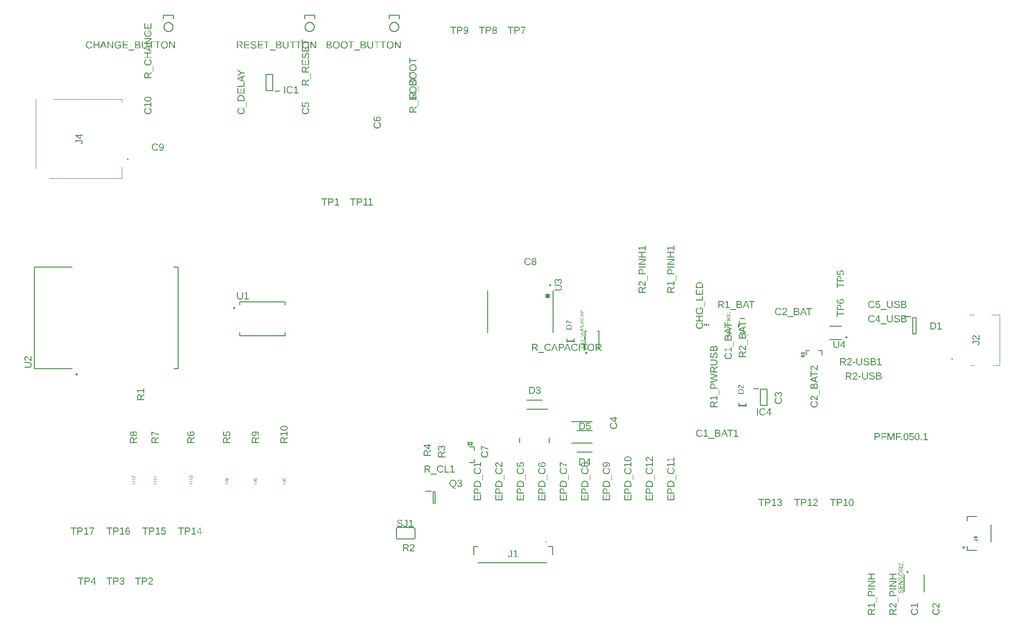
<source format=gbr>
G04 EAGLE Gerber RS-274X export*
G75*
%MOMM*%
%FSLAX34Y34*%
%LPD*%
%INSilkscreen Top*%
%IPPOS*%
%AMOC8*
5,1,8,0,0,1.08239X$1,22.5*%
G01*
G04 Define Apertures*
%ADD10C,0.127000*%
%ADD11C,0.200000*%
%ADD12R,0.150000X0.300000*%
%ADD13R,0.300000X0.300000*%
%ADD14C,0.150000*%
%ADD15C,0.250000*%
%ADD16C,0.100000*%
%ADD17C,0.203200*%
%ADD18C,0.152400*%
%ADD19C,0.254000*%
%ADD20C,0.400000*%
G36*
X537468Y1051113D02*
X537001Y1051125D01*
X536550Y1051161D01*
X536116Y1051221D01*
X535698Y1051306D01*
X535296Y1051414D01*
X534910Y1051546D01*
X534541Y1051703D01*
X534188Y1051884D01*
X533853Y1052087D01*
X533539Y1052312D01*
X533245Y1052558D01*
X532972Y1052826D01*
X532719Y1053116D01*
X532486Y1053426D01*
X532274Y1053759D01*
X532082Y1054113D01*
X531911Y1054485D01*
X531764Y1054872D01*
X531639Y1055275D01*
X531536Y1055692D01*
X531457Y1056125D01*
X531400Y1056574D01*
X531366Y1057037D01*
X531355Y1057515D01*
X531361Y1057880D01*
X531380Y1058235D01*
X531412Y1058580D01*
X531456Y1058915D01*
X531513Y1059239D01*
X531583Y1059554D01*
X531665Y1059858D01*
X531760Y1060153D01*
X531867Y1060437D01*
X531988Y1060711D01*
X532121Y1060975D01*
X532266Y1061229D01*
X532595Y1061707D01*
X532975Y1062144D01*
X533400Y1062535D01*
X533627Y1062711D01*
X533865Y1062874D01*
X534112Y1063024D01*
X534369Y1063161D01*
X534636Y1063285D01*
X534913Y1063396D01*
X535200Y1063493D01*
X535497Y1063578D01*
X535803Y1063650D01*
X536120Y1063708D01*
X536446Y1063754D01*
X536783Y1063787D01*
X537129Y1063806D01*
X537486Y1063813D01*
X537949Y1063801D01*
X538396Y1063766D01*
X538828Y1063707D01*
X539244Y1063626D01*
X539645Y1063520D01*
X540029Y1063391D01*
X540399Y1063239D01*
X540753Y1063064D01*
X541088Y1062866D01*
X541404Y1062647D01*
X541699Y1062407D01*
X541973Y1062145D01*
X542228Y1061863D01*
X542461Y1061559D01*
X542675Y1061234D01*
X542868Y1060887D01*
X543039Y1060522D01*
X543188Y1060141D01*
X543313Y1059744D01*
X543416Y1059331D01*
X543496Y1058901D01*
X543553Y1058455D01*
X543588Y1057993D01*
X543599Y1057515D01*
X543588Y1057039D01*
X543553Y1056578D01*
X543495Y1056131D01*
X543414Y1055700D01*
X543310Y1055284D01*
X543183Y1054883D01*
X543033Y1054497D01*
X542859Y1054126D01*
X542664Y1053773D01*
X542449Y1053441D01*
X542213Y1053130D01*
X541958Y1052840D01*
X541682Y1052572D01*
X541387Y1052324D01*
X541071Y1052098D01*
X540735Y1051892D01*
X540381Y1051710D01*
X540012Y1051551D01*
X539627Y1051417D01*
X539226Y1051308D01*
X538810Y1051222D01*
X538379Y1051162D01*
X537931Y1051125D01*
X537468Y1051113D01*
G37*
%LPC*%
G36*
X537468Y1052470D02*
X537987Y1052491D01*
X538475Y1052553D01*
X538931Y1052656D01*
X539357Y1052800D01*
X539751Y1052985D01*
X540115Y1053212D01*
X540447Y1053480D01*
X540748Y1053789D01*
X541016Y1054135D01*
X541248Y1054516D01*
X541445Y1054931D01*
X541605Y1055379D01*
X541731Y1055862D01*
X541820Y1056379D01*
X541873Y1056930D01*
X541891Y1057515D01*
X541873Y1058076D01*
X541819Y1058605D01*
X541729Y1059104D01*
X541603Y1059571D01*
X541441Y1060008D01*
X541243Y1060414D01*
X541009Y1060789D01*
X540739Y1061133D01*
X540437Y1061441D01*
X540104Y1061707D01*
X539742Y1061933D01*
X539350Y1062118D01*
X538929Y1062262D01*
X538477Y1062364D01*
X537996Y1062426D01*
X537486Y1062446D01*
X536971Y1062426D01*
X536486Y1062365D01*
X536031Y1062264D01*
X535607Y1062122D01*
X535213Y1061940D01*
X534848Y1061717D01*
X534514Y1061454D01*
X534210Y1061150D01*
X533939Y1060810D01*
X533704Y1060437D01*
X533505Y1060031D01*
X533343Y1059593D01*
X533216Y1059123D01*
X533126Y1058619D01*
X533072Y1058084D01*
X533054Y1057515D01*
X533072Y1056950D01*
X533127Y1056415D01*
X533218Y1055909D01*
X533346Y1055434D01*
X533511Y1054989D01*
X533712Y1054573D01*
X533949Y1054188D01*
X534223Y1053832D01*
X534530Y1053513D01*
X534864Y1053237D01*
X535228Y1053002D01*
X535619Y1052811D01*
X536039Y1052662D01*
X536487Y1052556D01*
X536963Y1052492D01*
X537468Y1052470D01*
G37*
%LPD*%
G36*
X551437Y1051113D02*
X550970Y1051125D01*
X550519Y1051161D01*
X550085Y1051221D01*
X549667Y1051306D01*
X549265Y1051414D01*
X548879Y1051546D01*
X548510Y1051703D01*
X548157Y1051884D01*
X547822Y1052087D01*
X547508Y1052312D01*
X547214Y1052558D01*
X546941Y1052826D01*
X546687Y1053116D01*
X546455Y1053426D01*
X546242Y1053759D01*
X546050Y1054113D01*
X545880Y1054485D01*
X545732Y1054872D01*
X545607Y1055275D01*
X545505Y1055692D01*
X545426Y1056125D01*
X545369Y1056574D01*
X545335Y1057037D01*
X545323Y1057515D01*
X545330Y1057880D01*
X545349Y1058235D01*
X545380Y1058580D01*
X545425Y1058915D01*
X545482Y1059239D01*
X545551Y1059554D01*
X545634Y1059858D01*
X545729Y1060153D01*
X545836Y1060437D01*
X545956Y1060711D01*
X546089Y1060975D01*
X546235Y1061229D01*
X546564Y1061707D01*
X546944Y1062144D01*
X547369Y1062535D01*
X547596Y1062711D01*
X547833Y1062874D01*
X548081Y1063024D01*
X548338Y1063161D01*
X548605Y1063285D01*
X548882Y1063396D01*
X549168Y1063493D01*
X549465Y1063578D01*
X549772Y1063650D01*
X550089Y1063708D01*
X550415Y1063754D01*
X550752Y1063787D01*
X551098Y1063806D01*
X551454Y1063813D01*
X551917Y1063801D01*
X552365Y1063766D01*
X552797Y1063707D01*
X553213Y1063626D01*
X553613Y1063520D01*
X553998Y1063391D01*
X554368Y1063239D01*
X554721Y1063064D01*
X555057Y1062866D01*
X555373Y1062647D01*
X555668Y1062407D01*
X555942Y1062145D01*
X556196Y1061863D01*
X556430Y1061559D01*
X556644Y1061234D01*
X556837Y1060887D01*
X557008Y1060522D01*
X557157Y1060141D01*
X557282Y1059744D01*
X557385Y1059331D01*
X557465Y1058901D01*
X557522Y1058455D01*
X557556Y1057993D01*
X557568Y1057515D01*
X557556Y1057039D01*
X557522Y1056578D01*
X557464Y1056131D01*
X557383Y1055700D01*
X557279Y1055284D01*
X557152Y1054883D01*
X557001Y1054497D01*
X556828Y1054126D01*
X556633Y1053773D01*
X556418Y1053441D01*
X556182Y1053130D01*
X555927Y1052840D01*
X555651Y1052572D01*
X555356Y1052324D01*
X555040Y1052098D01*
X554704Y1051892D01*
X554350Y1051710D01*
X553981Y1051551D01*
X553596Y1051417D01*
X553195Y1051308D01*
X552779Y1051222D01*
X552347Y1051162D01*
X551900Y1051125D01*
X551437Y1051113D01*
G37*
%LPC*%
G36*
X551437Y1052470D02*
X551956Y1052491D01*
X552443Y1052553D01*
X552900Y1052656D01*
X553325Y1052800D01*
X553720Y1052985D01*
X554083Y1053212D01*
X554416Y1053480D01*
X554717Y1053789D01*
X554985Y1054135D01*
X555217Y1054516D01*
X555414Y1054931D01*
X555574Y1055379D01*
X555699Y1055862D01*
X555789Y1056379D01*
X555842Y1056930D01*
X555860Y1057515D01*
X555842Y1058076D01*
X555788Y1058605D01*
X555698Y1059104D01*
X555572Y1059571D01*
X555410Y1060008D01*
X555212Y1060414D01*
X554978Y1060789D01*
X554708Y1061133D01*
X554405Y1061441D01*
X554073Y1061707D01*
X553711Y1061933D01*
X553319Y1062118D01*
X552897Y1062262D01*
X552446Y1062364D01*
X551965Y1062426D01*
X551454Y1062446D01*
X550940Y1062426D01*
X550455Y1062365D01*
X550000Y1062264D01*
X549576Y1062122D01*
X549181Y1061940D01*
X548817Y1061717D01*
X548483Y1061454D01*
X548179Y1061150D01*
X547908Y1060810D01*
X547673Y1060437D01*
X547474Y1060031D01*
X547312Y1059593D01*
X547185Y1059123D01*
X547095Y1058619D01*
X547041Y1058084D01*
X547023Y1057515D01*
X547041Y1056950D01*
X547096Y1056415D01*
X547187Y1055909D01*
X547315Y1055434D01*
X547479Y1054989D01*
X547680Y1054573D01*
X547918Y1054188D01*
X548192Y1053832D01*
X548498Y1053513D01*
X548833Y1053237D01*
X549196Y1053002D01*
X549588Y1052811D01*
X550008Y1052662D01*
X550456Y1052556D01*
X550932Y1052492D01*
X551437Y1052470D01*
G37*
%LPD*%
G36*
X632812Y1051113D02*
X632345Y1051125D01*
X631894Y1051161D01*
X631460Y1051221D01*
X631042Y1051306D01*
X630640Y1051414D01*
X630254Y1051546D01*
X629885Y1051703D01*
X629532Y1051884D01*
X629197Y1052087D01*
X628883Y1052312D01*
X628589Y1052558D01*
X628316Y1052826D01*
X628062Y1053116D01*
X627830Y1053426D01*
X627617Y1053759D01*
X627425Y1054113D01*
X627255Y1054485D01*
X627107Y1054872D01*
X626982Y1055275D01*
X626880Y1055692D01*
X626801Y1056125D01*
X626744Y1056574D01*
X626710Y1057037D01*
X626698Y1057515D01*
X626705Y1057880D01*
X626724Y1058235D01*
X626755Y1058580D01*
X626800Y1058915D01*
X626857Y1059239D01*
X626926Y1059554D01*
X627009Y1059858D01*
X627104Y1060153D01*
X627211Y1060437D01*
X627331Y1060711D01*
X627464Y1060975D01*
X627610Y1061229D01*
X627939Y1061707D01*
X628319Y1062144D01*
X628744Y1062535D01*
X628971Y1062711D01*
X629208Y1062874D01*
X629456Y1063024D01*
X629713Y1063161D01*
X629980Y1063285D01*
X630257Y1063396D01*
X630543Y1063493D01*
X630840Y1063578D01*
X631147Y1063650D01*
X631464Y1063708D01*
X631790Y1063754D01*
X632127Y1063787D01*
X632473Y1063806D01*
X632829Y1063813D01*
X633292Y1063801D01*
X633740Y1063766D01*
X634172Y1063707D01*
X634588Y1063626D01*
X634988Y1063520D01*
X635373Y1063391D01*
X635743Y1063239D01*
X636096Y1063064D01*
X636432Y1062866D01*
X636748Y1062647D01*
X637043Y1062407D01*
X637317Y1062145D01*
X637571Y1061863D01*
X637805Y1061559D01*
X638019Y1061234D01*
X638212Y1060887D01*
X638383Y1060522D01*
X638532Y1060141D01*
X638657Y1059744D01*
X638760Y1059331D01*
X638840Y1058901D01*
X638897Y1058455D01*
X638931Y1057993D01*
X638943Y1057515D01*
X638931Y1057039D01*
X638897Y1056578D01*
X638839Y1056131D01*
X638758Y1055700D01*
X638654Y1055284D01*
X638527Y1054883D01*
X638376Y1054497D01*
X638203Y1054126D01*
X638008Y1053773D01*
X637793Y1053441D01*
X637557Y1053130D01*
X637302Y1052840D01*
X637026Y1052572D01*
X636731Y1052324D01*
X636415Y1052098D01*
X636079Y1051892D01*
X635725Y1051710D01*
X635356Y1051551D01*
X634971Y1051417D01*
X634570Y1051308D01*
X634154Y1051222D01*
X633722Y1051162D01*
X633275Y1051125D01*
X632812Y1051113D01*
G37*
%LPC*%
G36*
X632812Y1052470D02*
X633331Y1052491D01*
X633818Y1052553D01*
X634275Y1052656D01*
X634700Y1052800D01*
X635095Y1052985D01*
X635458Y1053212D01*
X635791Y1053480D01*
X636092Y1053789D01*
X636360Y1054135D01*
X636592Y1054516D01*
X636789Y1054931D01*
X636949Y1055379D01*
X637074Y1055862D01*
X637164Y1056379D01*
X637217Y1056930D01*
X637235Y1057515D01*
X637217Y1058076D01*
X637163Y1058605D01*
X637073Y1059104D01*
X636947Y1059571D01*
X636785Y1060008D01*
X636587Y1060414D01*
X636353Y1060789D01*
X636083Y1061133D01*
X635780Y1061441D01*
X635448Y1061707D01*
X635086Y1061933D01*
X634694Y1062118D01*
X634272Y1062262D01*
X633821Y1062364D01*
X633340Y1062426D01*
X632829Y1062446D01*
X632315Y1062426D01*
X631830Y1062365D01*
X631375Y1062264D01*
X630951Y1062122D01*
X630556Y1061940D01*
X630192Y1061717D01*
X629858Y1061454D01*
X629554Y1061150D01*
X629283Y1060810D01*
X629048Y1060437D01*
X628849Y1060031D01*
X628687Y1059593D01*
X628560Y1059123D01*
X628470Y1058619D01*
X628416Y1058084D01*
X628398Y1057515D01*
X628416Y1056950D01*
X628471Y1056415D01*
X628562Y1055909D01*
X628690Y1055434D01*
X628854Y1054989D01*
X629055Y1054573D01*
X629293Y1054188D01*
X629567Y1053832D01*
X629873Y1053513D01*
X630208Y1053237D01*
X630571Y1053002D01*
X630963Y1052811D01*
X631383Y1052662D01*
X631831Y1052556D01*
X632307Y1052492D01*
X632812Y1052470D01*
G37*
%LPD*%
G36*
X525049Y1051288D02*
X520039Y1051288D01*
X520039Y1063629D01*
X524523Y1063629D01*
X525049Y1063617D01*
X525542Y1063582D01*
X526000Y1063523D01*
X526424Y1063442D01*
X526814Y1063336D01*
X527171Y1063208D01*
X527493Y1063055D01*
X527782Y1062880D01*
X528036Y1062681D01*
X528257Y1062459D01*
X528443Y1062213D01*
X528596Y1061944D01*
X528715Y1061651D01*
X528800Y1061335D01*
X528851Y1060996D01*
X528868Y1060633D01*
X528858Y1060365D01*
X528829Y1060108D01*
X528781Y1059862D01*
X528714Y1059626D01*
X528628Y1059402D01*
X528523Y1059188D01*
X528398Y1058986D01*
X528255Y1058794D01*
X528093Y1058616D01*
X527994Y1058524D01*
X527916Y1058452D01*
X527723Y1058305D01*
X527514Y1058172D01*
X527290Y1058055D01*
X527049Y1057953D01*
X526793Y1057867D01*
X526520Y1057796D01*
X526878Y1057742D01*
X527214Y1057668D01*
X527529Y1057575D01*
X527823Y1057462D01*
X528096Y1057329D01*
X528348Y1057176D01*
X528579Y1057003D01*
X528676Y1056914D01*
X528789Y1056810D01*
X528976Y1056601D01*
X529138Y1056379D01*
X529275Y1056143D01*
X529387Y1055894D01*
X529474Y1055632D01*
X529536Y1055356D01*
X529573Y1055067D01*
X529586Y1054765D01*
X529567Y1054365D01*
X529511Y1053988D01*
X529417Y1053633D01*
X529286Y1053301D01*
X529117Y1052993D01*
X528911Y1052707D01*
X528667Y1052444D01*
X528386Y1052203D01*
X528071Y1051989D01*
X527727Y1051803D01*
X527354Y1051646D01*
X526952Y1051517D01*
X526520Y1051417D01*
X526059Y1051345D01*
X525569Y1051302D01*
X525049Y1051288D01*
G37*
%LPC*%
G36*
X524961Y1052628D02*
X525332Y1052637D01*
X525676Y1052664D01*
X525994Y1052708D01*
X526286Y1052770D01*
X526552Y1052850D01*
X526792Y1052948D01*
X527007Y1053064D01*
X527195Y1053197D01*
X527359Y1053348D01*
X527501Y1053517D01*
X527622Y1053703D01*
X527720Y1053907D01*
X527797Y1054128D01*
X527852Y1054367D01*
X527885Y1054623D01*
X527895Y1054897D01*
X527884Y1055161D01*
X527848Y1055408D01*
X527788Y1055638D01*
X527704Y1055851D01*
X527596Y1056047D01*
X527464Y1056225D01*
X527309Y1056387D01*
X527129Y1056532D01*
X526926Y1056660D01*
X526698Y1056771D01*
X526447Y1056864D01*
X526171Y1056941D01*
X525872Y1057001D01*
X525548Y1057043D01*
X525201Y1057069D01*
X524830Y1057077D01*
X521712Y1057077D01*
X521712Y1052628D01*
X524961Y1052628D01*
G37*
G36*
X524523Y1058382D02*
X524848Y1058390D01*
X525151Y1058414D01*
X525433Y1058453D01*
X525694Y1058508D01*
X525933Y1058579D01*
X526152Y1058666D01*
X526349Y1058768D01*
X526525Y1058886D01*
X526680Y1059020D01*
X526814Y1059172D01*
X526928Y1059339D01*
X527021Y1059524D01*
X527093Y1059726D01*
X527145Y1059944D01*
X527176Y1060180D01*
X527186Y1060432D01*
X527175Y1060673D01*
X527143Y1060896D01*
X527090Y1061101D01*
X527015Y1061288D01*
X526919Y1061458D01*
X526802Y1061609D01*
X526663Y1061743D01*
X526503Y1061860D01*
X526322Y1061960D01*
X526123Y1062047D01*
X525904Y1062121D01*
X525666Y1062181D01*
X525409Y1062228D01*
X525133Y1062262D01*
X524838Y1062282D01*
X524523Y1062289D01*
X521712Y1062289D01*
X521712Y1058382D01*
X524523Y1058382D01*
G37*
%LPD*%
G36*
X585830Y1051288D02*
X580820Y1051288D01*
X580820Y1063629D01*
X585305Y1063629D01*
X585831Y1063617D01*
X586323Y1063582D01*
X586781Y1063523D01*
X587205Y1063442D01*
X587596Y1063336D01*
X587952Y1063208D01*
X588274Y1063055D01*
X588563Y1062880D01*
X588817Y1062681D01*
X589038Y1062459D01*
X589225Y1062213D01*
X589377Y1061944D01*
X589496Y1061651D01*
X589581Y1061335D01*
X589632Y1060996D01*
X589649Y1060633D01*
X589639Y1060365D01*
X589611Y1060108D01*
X589563Y1059862D01*
X589496Y1059626D01*
X589409Y1059402D01*
X589304Y1059188D01*
X589180Y1058986D01*
X589036Y1058794D01*
X588875Y1058616D01*
X588775Y1058524D01*
X588698Y1058452D01*
X588505Y1058305D01*
X588296Y1058172D01*
X588071Y1058055D01*
X587830Y1057953D01*
X587574Y1057867D01*
X587302Y1057796D01*
X587659Y1057742D01*
X587995Y1057668D01*
X588310Y1057575D01*
X588604Y1057462D01*
X588877Y1057329D01*
X589129Y1057176D01*
X589360Y1057003D01*
X589457Y1056914D01*
X589570Y1056810D01*
X589757Y1056601D01*
X589919Y1056379D01*
X590056Y1056143D01*
X590168Y1055894D01*
X590255Y1055632D01*
X590317Y1055356D01*
X590355Y1055067D01*
X590367Y1054765D01*
X590348Y1054365D01*
X590292Y1053988D01*
X590198Y1053633D01*
X590067Y1053301D01*
X589898Y1052993D01*
X589692Y1052707D01*
X589448Y1052444D01*
X589167Y1052203D01*
X588853Y1051989D01*
X588509Y1051803D01*
X588135Y1051646D01*
X587733Y1051517D01*
X587301Y1051417D01*
X586840Y1051345D01*
X586350Y1051302D01*
X585830Y1051288D01*
G37*
%LPC*%
G36*
X585743Y1052628D02*
X586113Y1052637D01*
X586457Y1052664D01*
X586775Y1052708D01*
X587067Y1052770D01*
X587334Y1052850D01*
X587574Y1052948D01*
X587788Y1053064D01*
X587976Y1053197D01*
X588140Y1053348D01*
X588283Y1053517D01*
X588403Y1053703D01*
X588502Y1053907D01*
X588578Y1054128D01*
X588633Y1054367D01*
X588666Y1054623D01*
X588677Y1054897D01*
X588665Y1055161D01*
X588629Y1055408D01*
X588569Y1055638D01*
X588485Y1055851D01*
X588377Y1056047D01*
X588246Y1056225D01*
X588090Y1056387D01*
X587910Y1056532D01*
X587707Y1056660D01*
X587479Y1056771D01*
X587228Y1056864D01*
X586952Y1056941D01*
X586653Y1057001D01*
X586330Y1057043D01*
X585982Y1057069D01*
X585611Y1057077D01*
X582493Y1057077D01*
X582493Y1052628D01*
X585743Y1052628D01*
G37*
G36*
X585305Y1058382D02*
X585629Y1058390D01*
X585932Y1058414D01*
X586214Y1058453D01*
X586475Y1058508D01*
X586715Y1058579D01*
X586933Y1058666D01*
X587130Y1058768D01*
X587306Y1058886D01*
X587461Y1059020D01*
X587595Y1059172D01*
X587709Y1059339D01*
X587802Y1059524D01*
X587874Y1059726D01*
X587926Y1059944D01*
X587957Y1060180D01*
X587967Y1060432D01*
X587957Y1060673D01*
X587925Y1060896D01*
X587871Y1061101D01*
X587796Y1061288D01*
X587700Y1061458D01*
X587583Y1061609D01*
X587444Y1061743D01*
X587284Y1061860D01*
X587104Y1061960D01*
X586904Y1062047D01*
X586686Y1062121D01*
X586448Y1062181D01*
X586191Y1062228D01*
X585914Y1062262D01*
X585619Y1062282D01*
X585305Y1062289D01*
X582493Y1062289D01*
X582493Y1058382D01*
X585305Y1058382D01*
G37*
%LPD*%
G36*
X642778Y1051288D02*
X641289Y1051288D01*
X641289Y1063629D01*
X643233Y1063629D01*
X649907Y1053048D01*
X649829Y1054529D01*
X649802Y1055536D01*
X649802Y1063629D01*
X651309Y1063629D01*
X651309Y1051288D01*
X649294Y1051288D01*
X642690Y1061798D01*
X642734Y1060949D01*
X642778Y1059486D01*
X642778Y1051288D01*
G37*
G36*
X597720Y1051113D02*
X597347Y1051121D01*
X596987Y1051147D01*
X596638Y1051190D01*
X596301Y1051251D01*
X595977Y1051328D01*
X595664Y1051423D01*
X595364Y1051535D01*
X595075Y1051665D01*
X594801Y1051810D01*
X594542Y1051972D01*
X594299Y1052149D01*
X594072Y1052341D01*
X593861Y1052549D01*
X593666Y1052773D01*
X593487Y1053012D01*
X593323Y1053267D01*
X593178Y1053536D01*
X593051Y1053818D01*
X592944Y1054112D01*
X592857Y1054419D01*
X592789Y1054739D01*
X592740Y1055071D01*
X592711Y1055415D01*
X592701Y1055772D01*
X592701Y1063629D01*
X594374Y1063629D01*
X594374Y1055913D01*
X594388Y1055503D01*
X594428Y1055118D01*
X594495Y1054759D01*
X594589Y1054426D01*
X594710Y1054118D01*
X594857Y1053835D01*
X595032Y1053578D01*
X595233Y1053346D01*
X595459Y1053141D01*
X595709Y1052963D01*
X595984Y1052813D01*
X596282Y1052689D01*
X596603Y1052594D01*
X596949Y1052525D01*
X597318Y1052484D01*
X597711Y1052470D01*
X598116Y1052485D01*
X598497Y1052527D01*
X598855Y1052598D01*
X599190Y1052697D01*
X599502Y1052825D01*
X599791Y1052980D01*
X600057Y1053164D01*
X600300Y1053377D01*
X600516Y1053617D01*
X600704Y1053882D01*
X600863Y1054174D01*
X600993Y1054493D01*
X601094Y1054837D01*
X601166Y1055207D01*
X601209Y1055604D01*
X601224Y1056026D01*
X601224Y1063629D01*
X602888Y1063629D01*
X602888Y1055930D01*
X602878Y1055562D01*
X602848Y1055207D01*
X602798Y1054865D01*
X602729Y1054535D01*
X602640Y1054219D01*
X602530Y1053915D01*
X602401Y1053624D01*
X602253Y1053346D01*
X602086Y1053083D01*
X601902Y1052835D01*
X601703Y1052604D01*
X601486Y1052388D01*
X601254Y1052189D01*
X601005Y1052005D01*
X600739Y1051838D01*
X600457Y1051687D01*
X600161Y1051552D01*
X599851Y1051436D01*
X599528Y1051337D01*
X599193Y1051256D01*
X598844Y1051194D01*
X598482Y1051149D01*
X598108Y1051122D01*
X597720Y1051113D01*
G37*
G36*
X564718Y1051288D02*
X563053Y1051288D01*
X563053Y1062262D01*
X558814Y1062262D01*
X558814Y1063629D01*
X568957Y1063629D01*
X568957Y1062262D01*
X564718Y1062262D01*
X564718Y1051288D01*
G37*
G36*
X610561Y1051288D02*
X608897Y1051288D01*
X608897Y1062262D01*
X604658Y1062262D01*
X604658Y1063629D01*
X614800Y1063629D01*
X614800Y1062262D01*
X610561Y1062262D01*
X610561Y1051288D01*
G37*
G36*
X621530Y1051288D02*
X619866Y1051288D01*
X619866Y1062262D01*
X615627Y1062262D01*
X615627Y1063629D01*
X625769Y1063629D01*
X625769Y1062262D01*
X621530Y1062262D01*
X621530Y1051288D01*
G37*
G36*
X579558Y1047723D02*
X569109Y1047723D01*
X569109Y1048862D01*
X579558Y1048862D01*
X579558Y1047723D01*
G37*
G36*
X1562223Y45361D02*
X1561859Y45367D01*
X1561505Y45386D01*
X1561161Y45417D01*
X1560827Y45461D01*
X1560503Y45517D01*
X1560189Y45585D01*
X1559885Y45666D01*
X1559591Y45759D01*
X1559307Y45865D01*
X1559033Y45984D01*
X1558515Y46258D01*
X1558036Y46581D01*
X1557598Y46955D01*
X1557206Y47373D01*
X1556866Y47829D01*
X1556716Y48071D01*
X1556579Y48323D01*
X1556455Y48584D01*
X1556344Y48856D01*
X1556246Y49136D01*
X1556161Y49426D01*
X1556089Y49726D01*
X1556030Y50036D01*
X1555984Y50355D01*
X1555951Y50683D01*
X1555932Y51022D01*
X1555925Y51369D01*
X1555937Y51852D01*
X1555973Y52314D01*
X1556034Y52756D01*
X1556118Y53178D01*
X1556226Y53579D01*
X1556359Y53961D01*
X1556515Y54322D01*
X1556696Y54662D01*
X1556900Y54982D01*
X1557128Y55280D01*
X1557379Y55556D01*
X1557653Y55810D01*
X1557950Y56042D01*
X1558271Y56252D01*
X1558615Y56440D01*
X1558982Y56607D01*
X1559508Y55022D01*
X1559246Y54906D01*
X1559001Y54774D01*
X1558771Y54626D01*
X1558557Y54462D01*
X1558359Y54282D01*
X1558177Y54085D01*
X1558011Y53872D01*
X1557861Y53642D01*
X1557728Y53399D01*
X1557612Y53145D01*
X1557514Y52879D01*
X1557434Y52603D01*
X1557372Y52316D01*
X1557327Y52017D01*
X1557301Y51707D01*
X1557292Y51387D01*
X1557312Y50889D01*
X1557374Y50419D01*
X1557477Y49978D01*
X1557621Y49565D01*
X1557807Y49181D01*
X1558033Y48825D01*
X1558301Y48498D01*
X1558610Y48199D01*
X1558955Y47932D01*
X1559330Y47701D01*
X1559736Y47505D01*
X1560172Y47345D01*
X1560639Y47220D01*
X1561136Y47131D01*
X1561664Y47078D01*
X1562223Y47060D01*
X1562776Y47079D01*
X1563301Y47134D01*
X1563799Y47227D01*
X1564269Y47357D01*
X1564711Y47524D01*
X1565125Y47728D01*
X1565512Y47969D01*
X1565871Y48247D01*
X1566194Y48557D01*
X1566474Y48892D01*
X1566711Y49255D01*
X1566905Y49643D01*
X1567056Y50057D01*
X1567164Y50498D01*
X1567229Y50964D01*
X1567250Y51457D01*
X1567240Y51776D01*
X1567210Y52085D01*
X1567160Y52384D01*
X1567090Y52673D01*
X1566999Y52951D01*
X1566889Y53220D01*
X1566759Y53479D01*
X1566609Y53727D01*
X1566438Y53966D01*
X1566248Y54195D01*
X1566037Y54413D01*
X1565807Y54621D01*
X1565556Y54820D01*
X1565285Y55008D01*
X1564995Y55186D01*
X1564684Y55354D01*
X1565367Y56721D01*
X1565754Y56521D01*
X1566116Y56301D01*
X1566455Y56062D01*
X1566771Y55804D01*
X1567062Y55527D01*
X1567329Y55230D01*
X1567573Y54914D01*
X1567793Y54579D01*
X1567988Y54227D01*
X1568157Y53862D01*
X1568300Y53482D01*
X1568417Y53089D01*
X1568508Y52682D01*
X1568573Y52261D01*
X1568612Y51827D01*
X1568625Y51378D01*
X1568613Y50919D01*
X1568577Y50477D01*
X1568516Y50050D01*
X1568431Y49638D01*
X1568322Y49243D01*
X1568189Y48863D01*
X1568032Y48499D01*
X1567850Y48150D01*
X1567646Y47820D01*
X1567421Y47510D01*
X1567175Y47220D01*
X1566909Y46951D01*
X1566621Y46701D01*
X1566313Y46472D01*
X1565984Y46263D01*
X1565634Y46075D01*
X1565266Y45907D01*
X1564881Y45762D01*
X1564479Y45640D01*
X1564061Y45539D01*
X1563626Y45461D01*
X1563175Y45406D01*
X1562707Y45372D01*
X1562223Y45361D01*
G37*
G36*
X1568450Y58754D02*
X1567110Y58754D01*
X1567110Y61898D01*
X1557616Y61898D01*
X1559604Y59113D01*
X1558115Y59113D01*
X1556109Y62030D01*
X1556109Y63483D01*
X1567110Y63483D01*
X1567110Y66488D01*
X1568450Y66488D01*
X1568450Y58754D01*
G37*
G36*
X203375Y957057D02*
X202605Y957073D01*
X201885Y957122D01*
X201215Y957203D01*
X200594Y957316D01*
X200024Y957462D01*
X199503Y957641D01*
X199032Y957852D01*
X198611Y958095D01*
X198239Y958373D01*
X197917Y958689D01*
X197645Y959043D01*
X197422Y959434D01*
X197248Y959863D01*
X197180Y960091D01*
X197124Y960329D01*
X197081Y960576D01*
X197050Y960833D01*
X197032Y961099D01*
X197025Y961375D01*
X197032Y961643D01*
X197050Y961902D01*
X197082Y962153D01*
X197125Y962394D01*
X197182Y962626D01*
X197251Y962850D01*
X197426Y963270D01*
X197651Y963655D01*
X197927Y964003D01*
X198252Y964316D01*
X198628Y964594D01*
X199053Y964837D01*
X199526Y965048D01*
X200047Y965226D01*
X200616Y965372D01*
X201234Y965486D01*
X201899Y965567D01*
X202613Y965615D01*
X203375Y965632D01*
X204125Y965615D01*
X204830Y965563D01*
X205488Y965478D01*
X206101Y965359D01*
X206669Y965206D01*
X207190Y965018D01*
X207666Y964797D01*
X208096Y964541D01*
X208478Y964252D01*
X208809Y963931D01*
X209089Y963577D01*
X209318Y963191D01*
X209496Y962773D01*
X209623Y962322D01*
X209668Y962084D01*
X209700Y961838D01*
X209719Y961584D01*
X209725Y961322D01*
X209719Y961060D01*
X209700Y960807D01*
X209668Y960561D01*
X209624Y960324D01*
X209497Y959875D01*
X209320Y959459D01*
X209092Y959076D01*
X208814Y958726D01*
X208485Y958409D01*
X208105Y958125D01*
X207677Y957875D01*
X207202Y957658D01*
X206680Y957474D01*
X206112Y957324D01*
X205498Y957207D01*
X204837Y957124D01*
X204129Y957074D01*
X203375Y957057D01*
G37*
%LPC*%
G36*
X203375Y958651D02*
X204010Y958661D01*
X204601Y958691D01*
X205148Y958742D01*
X205650Y958812D01*
X206109Y958902D01*
X206523Y959013D01*
X206894Y959144D01*
X207220Y959295D01*
X207506Y959468D01*
X207753Y959664D01*
X207962Y959884D01*
X208133Y960128D01*
X208266Y960395D01*
X208362Y960687D01*
X208419Y961001D01*
X208438Y961340D01*
X208418Y961676D01*
X208360Y961990D01*
X208263Y962280D01*
X208127Y962546D01*
X207952Y962790D01*
X207738Y963010D01*
X207485Y963207D01*
X207194Y963381D01*
X206862Y963533D01*
X206489Y963664D01*
X206074Y963776D01*
X205617Y963867D01*
X205119Y963938D01*
X204580Y963988D01*
X203998Y964019D01*
X203375Y964029D01*
X202730Y964019D01*
X202132Y963990D01*
X201579Y963942D01*
X201072Y963874D01*
X200611Y963788D01*
X200196Y963681D01*
X199827Y963556D01*
X199504Y963411D01*
X199223Y963244D01*
X198979Y963052D01*
X198773Y962835D01*
X198604Y962593D01*
X198473Y962326D01*
X198379Y962034D01*
X198323Y961717D01*
X198304Y961375D01*
X198323Y961024D01*
X198378Y960699D01*
X198470Y960400D01*
X198600Y960126D01*
X198766Y959877D01*
X198969Y959655D01*
X199209Y959458D01*
X199486Y959286D01*
X199806Y959137D01*
X200173Y959008D01*
X200588Y958899D01*
X201050Y958810D01*
X201560Y958740D01*
X202117Y958691D01*
X202722Y958661D01*
X203375Y958651D01*
G37*
%LPD*%
G36*
X203323Y934361D02*
X202959Y934367D01*
X202605Y934386D01*
X202261Y934417D01*
X201927Y934461D01*
X201603Y934517D01*
X201289Y934585D01*
X200985Y934666D01*
X200691Y934759D01*
X200407Y934865D01*
X200133Y934984D01*
X199615Y935258D01*
X199136Y935581D01*
X198698Y935955D01*
X198306Y936373D01*
X197966Y936829D01*
X197816Y937071D01*
X197679Y937323D01*
X197555Y937584D01*
X197444Y937856D01*
X197346Y938136D01*
X197261Y938426D01*
X197189Y938726D01*
X197130Y939036D01*
X197084Y939355D01*
X197051Y939683D01*
X197032Y940022D01*
X197025Y940369D01*
X197037Y940852D01*
X197073Y941314D01*
X197134Y941756D01*
X197218Y942178D01*
X197326Y942579D01*
X197459Y942961D01*
X197615Y943322D01*
X197796Y943662D01*
X198000Y943982D01*
X198228Y944280D01*
X198479Y944556D01*
X198753Y944810D01*
X199050Y945042D01*
X199371Y945252D01*
X199715Y945440D01*
X200082Y945607D01*
X200608Y944022D01*
X200346Y943906D01*
X200101Y943774D01*
X199871Y943626D01*
X199657Y943462D01*
X199459Y943282D01*
X199277Y943085D01*
X199111Y942872D01*
X198961Y942642D01*
X198828Y942399D01*
X198712Y942145D01*
X198614Y941879D01*
X198534Y941603D01*
X198472Y941316D01*
X198427Y941017D01*
X198401Y940707D01*
X198392Y940387D01*
X198412Y939889D01*
X198474Y939419D01*
X198577Y938978D01*
X198721Y938565D01*
X198907Y938181D01*
X199133Y937825D01*
X199401Y937498D01*
X199710Y937199D01*
X200055Y936932D01*
X200430Y936701D01*
X200836Y936505D01*
X201272Y936345D01*
X201739Y936220D01*
X202236Y936131D01*
X202764Y936078D01*
X203323Y936060D01*
X203876Y936079D01*
X204401Y936134D01*
X204899Y936227D01*
X205369Y936357D01*
X205811Y936524D01*
X206225Y936728D01*
X206612Y936969D01*
X206971Y937247D01*
X207294Y937557D01*
X207574Y937892D01*
X207811Y938255D01*
X208005Y938643D01*
X208156Y939057D01*
X208264Y939498D01*
X208329Y939964D01*
X208350Y940457D01*
X208340Y940776D01*
X208310Y941085D01*
X208260Y941384D01*
X208190Y941673D01*
X208099Y941951D01*
X207989Y942220D01*
X207859Y942479D01*
X207709Y942727D01*
X207538Y942966D01*
X207348Y943195D01*
X207137Y943413D01*
X206907Y943621D01*
X206656Y943820D01*
X206385Y944008D01*
X206095Y944186D01*
X205784Y944354D01*
X206467Y945721D01*
X206854Y945521D01*
X207216Y945301D01*
X207555Y945062D01*
X207871Y944804D01*
X208162Y944527D01*
X208429Y944230D01*
X208673Y943914D01*
X208893Y943579D01*
X209088Y943227D01*
X209257Y942862D01*
X209400Y942482D01*
X209517Y942089D01*
X209608Y941682D01*
X209673Y941261D01*
X209712Y940827D01*
X209725Y940378D01*
X209713Y939919D01*
X209677Y939477D01*
X209616Y939050D01*
X209531Y938638D01*
X209422Y938243D01*
X209289Y937863D01*
X209132Y937499D01*
X208950Y937150D01*
X208746Y936820D01*
X208521Y936510D01*
X208275Y936220D01*
X208009Y935951D01*
X207721Y935701D01*
X207413Y935472D01*
X207084Y935263D01*
X206734Y935075D01*
X206366Y934907D01*
X205981Y934762D01*
X205579Y934640D01*
X205161Y934539D01*
X204726Y934461D01*
X204275Y934406D01*
X203807Y934372D01*
X203323Y934361D01*
G37*
G36*
X209550Y947754D02*
X208210Y947754D01*
X208210Y950898D01*
X198716Y950898D01*
X200704Y948113D01*
X199215Y948113D01*
X197209Y951030D01*
X197209Y952483D01*
X208210Y952483D01*
X208210Y955488D01*
X209550Y955488D01*
X209550Y947754D01*
G37*
G36*
X972606Y529712D02*
X972236Y529720D01*
X971890Y529743D01*
X971568Y529782D01*
X971269Y529837D01*
X970995Y529907D01*
X970744Y529993D01*
X970518Y530094D01*
X970315Y530211D01*
X970137Y530345D01*
X969982Y530497D01*
X969851Y530667D01*
X969744Y530855D01*
X969660Y531061D01*
X969601Y531286D01*
X969565Y531528D01*
X969553Y531788D01*
X969565Y532042D01*
X969601Y532278D01*
X969661Y532498D01*
X969746Y532700D01*
X969854Y532885D01*
X969987Y533052D01*
X970143Y533203D01*
X970324Y533336D01*
X970528Y533453D01*
X970755Y533554D01*
X971006Y533640D01*
X971280Y533710D01*
X971577Y533765D01*
X971897Y533804D01*
X972240Y533827D01*
X972606Y533835D01*
X972967Y533827D01*
X973306Y533802D01*
X973622Y533761D01*
X973917Y533704D01*
X974190Y533630D01*
X974441Y533540D01*
X974669Y533434D01*
X974876Y533311D01*
X975060Y533172D01*
X975219Y533018D01*
X975354Y532847D01*
X975464Y532662D01*
X975549Y532461D01*
X975611Y532244D01*
X975647Y532011D01*
X975660Y531763D01*
X975647Y531515D01*
X975611Y531283D01*
X975550Y531067D01*
X975465Y530867D01*
X975355Y530683D01*
X975221Y530515D01*
X975063Y530362D01*
X974880Y530226D01*
X974674Y530106D01*
X974446Y530001D01*
X974195Y529913D01*
X973922Y529841D01*
X973627Y529784D01*
X973309Y529744D01*
X972969Y529720D01*
X972606Y529712D01*
G37*
%LPC*%
G36*
X972606Y530479D02*
X973196Y530498D01*
X973700Y530556D01*
X973921Y530600D01*
X974120Y530653D01*
X974298Y530716D01*
X974455Y530788D01*
X974592Y530871D01*
X974711Y530966D01*
X974812Y531072D01*
X974894Y531189D01*
X974958Y531317D01*
X975004Y531457D01*
X975031Y531609D01*
X975040Y531772D01*
X975031Y531933D01*
X975003Y532084D01*
X974956Y532223D01*
X974891Y532352D01*
X974807Y532469D01*
X974704Y532575D01*
X974583Y532669D01*
X974442Y532753D01*
X974283Y532826D01*
X974103Y532889D01*
X973684Y532987D01*
X973185Y533045D01*
X972606Y533065D01*
X972008Y533046D01*
X971499Y532990D01*
X971078Y532898D01*
X970900Y532837D01*
X970745Y532768D01*
X970610Y532687D01*
X970492Y532595D01*
X970393Y532491D01*
X970312Y532374D01*
X970249Y532246D01*
X970204Y532106D01*
X970177Y531953D01*
X970168Y531788D01*
X970177Y531620D01*
X970203Y531464D01*
X970248Y531320D01*
X970310Y531188D01*
X970390Y531068D01*
X970488Y530961D01*
X970603Y530867D01*
X970736Y530784D01*
X970890Y530712D01*
X971066Y530650D01*
X971266Y530598D01*
X971488Y530555D01*
X972001Y530498D01*
X972606Y530479D01*
G37*
%LPD*%
G36*
X975575Y563177D02*
X969641Y563177D01*
X969641Y565969D01*
X969648Y566212D01*
X969669Y566441D01*
X969705Y566656D01*
X969754Y566857D01*
X969817Y567043D01*
X969894Y567215D01*
X969985Y567373D01*
X970090Y567516D01*
X970208Y567644D01*
X970336Y567755D01*
X970476Y567849D01*
X970626Y567925D01*
X970788Y567985D01*
X970961Y568028D01*
X971144Y568053D01*
X971339Y568062D01*
X971656Y568038D01*
X971947Y567965D01*
X972212Y567845D01*
X972450Y567676D01*
X972655Y567466D01*
X972769Y567293D01*
X972818Y567218D01*
X972939Y566934D01*
X973019Y566613D01*
X974107Y567330D01*
X975575Y568298D01*
X975575Y567371D01*
X973112Y565830D01*
X973112Y563981D01*
X975575Y563981D01*
X975575Y563177D01*
G37*
%LPC*%
G36*
X972476Y563981D02*
X972476Y565922D01*
X972457Y566222D01*
X972402Y566486D01*
X972309Y566714D01*
X972179Y566906D01*
X972016Y567058D01*
X971822Y567166D01*
X971600Y567232D01*
X971347Y567253D01*
X971103Y567231D01*
X970891Y567165D01*
X970709Y567055D01*
X970557Y566902D01*
X970439Y566706D01*
X970354Y566473D01*
X970303Y566200D01*
X970286Y565889D01*
X970286Y563981D01*
X972476Y563981D01*
G37*
%LPD*%
G36*
X975575Y551677D02*
X969641Y551677D01*
X969641Y554174D01*
X969649Y554416D01*
X969671Y554645D01*
X969707Y554859D01*
X969758Y555059D01*
X969824Y555246D01*
X969904Y555418D01*
X969999Y555576D01*
X970109Y555720D01*
X970232Y555848D01*
X970367Y555959D01*
X970513Y556053D01*
X970672Y556130D01*
X970843Y556190D01*
X971026Y556233D01*
X971220Y556258D01*
X971427Y556267D01*
X971632Y556258D01*
X971827Y556233D01*
X972010Y556190D01*
X972183Y556130D01*
X972345Y556052D01*
X972496Y555958D01*
X972637Y555846D01*
X972766Y555717D01*
X972883Y555574D01*
X972984Y555418D01*
X973069Y555250D01*
X973139Y555069D01*
X973193Y554877D01*
X973232Y554672D01*
X973256Y554454D01*
X973263Y554224D01*
X973263Y552481D01*
X975575Y552481D01*
X975575Y551677D01*
G37*
%LPC*%
G36*
X972627Y552481D02*
X972627Y554111D01*
X972609Y554427D01*
X972553Y554700D01*
X972460Y554932D01*
X972329Y555122D01*
X972162Y555269D01*
X971957Y555374D01*
X971715Y555437D01*
X971436Y555458D01*
X971166Y555437D01*
X970933Y555372D01*
X970735Y555264D01*
X970573Y555113D01*
X970447Y554919D01*
X970358Y554681D01*
X970304Y554401D01*
X970286Y554077D01*
X970286Y552481D01*
X972627Y552481D01*
G37*
%LPD*%
G36*
X975575Y581395D02*
X969641Y581395D01*
X969641Y583893D01*
X969649Y584135D01*
X969671Y584364D01*
X969707Y584578D01*
X969758Y584778D01*
X969824Y584964D01*
X969904Y585136D01*
X969999Y585294D01*
X970109Y585438D01*
X970232Y585567D01*
X970367Y585678D01*
X970513Y585772D01*
X970672Y585849D01*
X970843Y585909D01*
X971026Y585952D01*
X971220Y585977D01*
X971427Y585986D01*
X971632Y585977D01*
X971827Y585951D01*
X972010Y585908D01*
X972183Y585848D01*
X972345Y585771D01*
X972496Y585677D01*
X972637Y585565D01*
X972766Y585436D01*
X972883Y585293D01*
X972984Y585137D01*
X973069Y584969D01*
X973139Y584788D01*
X973193Y584595D01*
X973232Y584390D01*
X973256Y584173D01*
X973263Y583943D01*
X973263Y582200D01*
X975575Y582200D01*
X975575Y581395D01*
G37*
%LPC*%
G36*
X972627Y582200D02*
X972627Y583830D01*
X972609Y584145D01*
X972553Y584419D01*
X972460Y584651D01*
X972329Y584840D01*
X972162Y584988D01*
X971957Y585093D01*
X971715Y585156D01*
X971436Y585177D01*
X971166Y585156D01*
X970933Y585091D01*
X970735Y584983D01*
X970573Y584832D01*
X970447Y584638D01*
X970358Y584400D01*
X970304Y584120D01*
X970286Y583796D01*
X970286Y582200D01*
X972627Y582200D01*
G37*
%LPD*%
G36*
X975575Y574923D02*
X969641Y577345D01*
X969641Y578259D01*
X975575Y580643D01*
X975575Y579821D01*
X973840Y579143D01*
X973840Y576440D01*
X975575Y575757D01*
X975575Y574923D01*
G37*
%LPC*%
G36*
X973213Y576684D02*
X973213Y578903D01*
X971254Y578141D01*
X970597Y577905D01*
X970248Y577791D01*
X970366Y577753D01*
X970765Y577623D01*
X971263Y577442D01*
X973213Y576684D01*
G37*
%LPD*%
G36*
X975575Y557427D02*
X969641Y557427D01*
X969641Y561929D01*
X970298Y561929D01*
X970298Y558231D01*
X972202Y558231D01*
X972202Y561676D01*
X972851Y561676D01*
X972851Y558231D01*
X974918Y558231D01*
X974918Y562101D01*
X975575Y562101D01*
X975575Y557427D01*
G37*
G36*
X974152Y539361D02*
X973996Y540140D01*
X974246Y540226D01*
X974460Y540350D01*
X974638Y540513D01*
X974781Y540713D01*
X974891Y540951D01*
X974969Y541230D01*
X975016Y541547D01*
X975032Y541904D01*
X975015Y542272D01*
X974965Y542595D01*
X974882Y542873D01*
X974765Y543107D01*
X974615Y543292D01*
X974435Y543424D01*
X974332Y543471D01*
X974223Y543504D01*
X974105Y543523D01*
X973979Y543530D01*
X973841Y543522D01*
X973716Y543497D01*
X973605Y543455D01*
X973508Y543397D01*
X973342Y543238D01*
X973209Y543025D01*
X973100Y542761D01*
X973011Y542452D01*
X972838Y541715D01*
X972682Y541096D01*
X972526Y540647D01*
X972361Y540321D01*
X972179Y540072D01*
X971971Y539887D01*
X971730Y539750D01*
X971597Y539701D01*
X971454Y539667D01*
X971302Y539646D01*
X971141Y539639D01*
X970956Y539648D01*
X970781Y539675D01*
X970618Y539721D01*
X970466Y539784D01*
X970324Y539867D01*
X970194Y539967D01*
X970074Y540085D01*
X969966Y540222D01*
X969869Y540376D01*
X969785Y540545D01*
X969714Y540730D01*
X969656Y540931D01*
X969611Y541148D01*
X969579Y541380D01*
X969559Y541628D01*
X969553Y541892D01*
X969572Y542367D01*
X969630Y542784D01*
X969727Y543140D01*
X969863Y543437D01*
X969947Y543566D01*
X970045Y543685D01*
X970281Y543892D01*
X970572Y544060D01*
X970918Y544187D01*
X971056Y543395D01*
X970837Y543315D01*
X970650Y543206D01*
X970495Y543067D01*
X970372Y542898D01*
X970279Y542697D01*
X970213Y542461D01*
X970173Y542190D01*
X970159Y541883D01*
X970174Y541549D01*
X970218Y541256D01*
X970292Y541005D01*
X970395Y540797D01*
X970528Y540633D01*
X970689Y540516D01*
X970879Y540445D01*
X971099Y540422D01*
X971230Y540431D01*
X971349Y540458D01*
X971456Y540504D01*
X971551Y540567D01*
X971717Y540745D01*
X971855Y540986D01*
X971920Y541157D01*
X971993Y541396D01*
X972160Y542077D01*
X972288Y542622D01*
X972360Y542888D01*
X972444Y543143D01*
X972543Y543383D01*
X972657Y543608D01*
X972793Y543811D01*
X972956Y543985D01*
X973149Y544128D01*
X973373Y544235D01*
X973634Y544303D01*
X973937Y544326D01*
X974137Y544316D01*
X974325Y544286D01*
X974501Y544236D01*
X974666Y544165D01*
X974819Y544075D01*
X974960Y543965D01*
X975091Y543834D01*
X975209Y543684D01*
X975315Y543515D01*
X975406Y543330D01*
X975484Y543128D01*
X975547Y542910D01*
X975596Y542676D01*
X975631Y542425D01*
X975653Y542158D01*
X975660Y541875D01*
X975654Y541611D01*
X975636Y541361D01*
X975607Y541126D01*
X975565Y540904D01*
X975512Y540697D01*
X975448Y540505D01*
X975371Y540326D01*
X975283Y540162D01*
X975183Y540012D01*
X975071Y539876D01*
X974947Y539755D01*
X974811Y539647D01*
X974664Y539554D01*
X974505Y539476D01*
X974334Y539411D01*
X974152Y539361D01*
G37*
G36*
X973419Y545384D02*
X969641Y545384D01*
X969641Y546189D01*
X973352Y546189D01*
X973549Y546195D01*
X973734Y546215D01*
X973906Y546247D01*
X974067Y546292D01*
X974215Y546350D01*
X974351Y546421D01*
X974474Y546505D01*
X974586Y546602D01*
X974684Y546710D01*
X974770Y546831D01*
X974842Y546963D01*
X974902Y547106D01*
X974948Y547261D01*
X974980Y547427D01*
X975000Y547604D01*
X975007Y547793D01*
X975000Y547988D01*
X974980Y548171D01*
X974946Y548343D01*
X974898Y548505D01*
X974837Y548655D01*
X974762Y548793D01*
X974673Y548921D01*
X974571Y549038D01*
X974456Y549142D01*
X974328Y549232D01*
X974187Y549309D01*
X974034Y549371D01*
X973869Y549420D01*
X973691Y549454D01*
X973500Y549475D01*
X973297Y549482D01*
X969641Y549482D01*
X969641Y550282D01*
X973343Y550282D01*
X973691Y550263D01*
X974014Y550206D01*
X974312Y550111D01*
X974586Y549977D01*
X974831Y549809D01*
X975046Y549609D01*
X975230Y549377D01*
X975384Y549114D01*
X975504Y548822D01*
X975591Y548506D01*
X975642Y548164D01*
X975660Y547798D01*
X975643Y547445D01*
X975593Y547115D01*
X975510Y546809D01*
X975394Y546526D01*
X975247Y546269D01*
X975069Y546044D01*
X974861Y545848D01*
X974624Y545683D01*
X974359Y545553D01*
X974070Y545459D01*
X973757Y545403D01*
X973419Y545384D01*
G37*
G36*
X972581Y518813D02*
X972236Y518825D01*
X971910Y518861D01*
X971603Y518921D01*
X971315Y519005D01*
X971047Y519113D01*
X970798Y519244D01*
X970568Y519400D01*
X970357Y519580D01*
X970169Y519781D01*
X970005Y520000D01*
X969867Y520238D01*
X969754Y520494D01*
X969666Y520768D01*
X969603Y521061D01*
X969566Y521373D01*
X969553Y521702D01*
X969576Y522157D01*
X969646Y522572D01*
X969761Y522948D01*
X969924Y523286D01*
X970131Y523583D01*
X970384Y523838D01*
X970681Y524050D01*
X971023Y524221D01*
X971275Y523459D01*
X971032Y523340D01*
X970819Y523189D01*
X970636Y523008D01*
X970484Y522795D01*
X970364Y522556D01*
X970278Y522296D01*
X970227Y522014D01*
X970210Y521711D01*
X970220Y521471D01*
X970250Y521245D01*
X970299Y521033D01*
X970368Y520835D01*
X970458Y520650D01*
X970567Y520479D01*
X970695Y520322D01*
X970844Y520178D01*
X971010Y520049D01*
X971190Y519938D01*
X971385Y519844D01*
X971595Y519767D01*
X971820Y519707D01*
X972059Y519665D01*
X972313Y519639D01*
X972581Y519630D01*
X972847Y519639D01*
X973100Y519666D01*
X973339Y519711D01*
X973565Y519773D01*
X973777Y519853D01*
X973977Y519951D01*
X974163Y520067D01*
X974335Y520201D01*
X974491Y520350D01*
X974625Y520511D01*
X974739Y520686D01*
X974833Y520872D01*
X974905Y521071D01*
X974957Y521283D01*
X974988Y521508D01*
X974998Y521744D01*
X974979Y522046D01*
X974921Y522329D01*
X974825Y522592D01*
X974690Y522836D01*
X974516Y523061D01*
X974304Y523266D01*
X974054Y523452D01*
X973764Y523619D01*
X974093Y524276D01*
X974453Y524074D01*
X974768Y523835D01*
X975037Y523559D01*
X975259Y523246D01*
X975435Y522901D01*
X975560Y522529D01*
X975635Y522131D01*
X975653Y521922D01*
X975660Y521707D01*
X975636Y521273D01*
X975566Y520870D01*
X975450Y520497D01*
X975287Y520155D01*
X975081Y519847D01*
X974834Y519578D01*
X974548Y519348D01*
X974221Y519157D01*
X973859Y519006D01*
X973465Y518899D01*
X973039Y518835D01*
X972581Y518813D01*
G37*
G36*
X972581Y569126D02*
X972236Y569138D01*
X971910Y569174D01*
X971603Y569234D01*
X971315Y569317D01*
X971047Y569425D01*
X970798Y569557D01*
X970568Y569713D01*
X970357Y569892D01*
X970169Y570093D01*
X970005Y570312D01*
X969867Y570550D01*
X969754Y570806D01*
X969666Y571081D01*
X969603Y571374D01*
X969566Y571685D01*
X969553Y572015D01*
X969576Y572469D01*
X969646Y572884D01*
X969761Y573261D01*
X969924Y573598D01*
X970131Y573895D01*
X970384Y574150D01*
X970681Y574363D01*
X971023Y574533D01*
X971275Y573771D01*
X971032Y573652D01*
X970819Y573502D01*
X970636Y573321D01*
X970484Y573108D01*
X970364Y572869D01*
X970278Y572608D01*
X970227Y572326D01*
X970210Y572023D01*
X970220Y571784D01*
X970250Y571558D01*
X970299Y571346D01*
X970368Y571147D01*
X970458Y570963D01*
X970567Y570791D01*
X970695Y570634D01*
X970844Y570490D01*
X971010Y570362D01*
X971190Y570251D01*
X971385Y570157D01*
X971595Y570080D01*
X971820Y570020D01*
X972059Y569977D01*
X972313Y569951D01*
X972581Y569943D01*
X972847Y569952D01*
X973100Y569978D01*
X973339Y570023D01*
X973565Y570085D01*
X973777Y570166D01*
X973977Y570264D01*
X974163Y570380D01*
X974335Y570513D01*
X974491Y570662D01*
X974625Y570824D01*
X974739Y570998D01*
X974833Y571185D01*
X974905Y571384D01*
X974957Y571596D01*
X974988Y571820D01*
X974998Y572057D01*
X974979Y572359D01*
X974921Y572642D01*
X974825Y572905D01*
X974690Y573149D01*
X974516Y573373D01*
X974304Y573579D01*
X974054Y573764D01*
X973764Y573931D01*
X974093Y574588D01*
X974453Y574386D01*
X974768Y574147D01*
X975037Y573871D01*
X975259Y573558D01*
X975435Y573213D01*
X975560Y572842D01*
X975635Y572444D01*
X975653Y572235D01*
X975660Y572019D01*
X975636Y571586D01*
X975566Y571183D01*
X975450Y570810D01*
X975287Y570467D01*
X975081Y570159D01*
X974834Y569890D01*
X974548Y569660D01*
X974221Y569469D01*
X973859Y569319D01*
X973465Y569212D01*
X973039Y569147D01*
X972581Y569126D01*
G37*
G36*
X975575Y525251D02*
X974931Y525251D01*
X974931Y526763D01*
X970366Y526763D01*
X971322Y525424D01*
X970606Y525424D01*
X969641Y526826D01*
X969641Y527525D01*
X974931Y527525D01*
X974931Y528970D01*
X975575Y528970D01*
X975575Y525251D01*
G37*
G36*
X977289Y534057D02*
X976742Y534057D01*
X976742Y539081D01*
X977289Y539081D01*
X977289Y534057D01*
G37*
G36*
X1238250Y533038D02*
X1225909Y533038D01*
X1225909Y537523D01*
X1225921Y538049D01*
X1225956Y538541D01*
X1226015Y538999D01*
X1226096Y539423D01*
X1226202Y539814D01*
X1226330Y540170D01*
X1226483Y540493D01*
X1226658Y540781D01*
X1226857Y541036D01*
X1227079Y541256D01*
X1227325Y541443D01*
X1227594Y541596D01*
X1227887Y541714D01*
X1228203Y541799D01*
X1228542Y541850D01*
X1228905Y541867D01*
X1229173Y541857D01*
X1229430Y541829D01*
X1229677Y541781D01*
X1229912Y541714D01*
X1230136Y541628D01*
X1230350Y541522D01*
X1230552Y541398D01*
X1230744Y541254D01*
X1230922Y541093D01*
X1231014Y540993D01*
X1231086Y540916D01*
X1231233Y540723D01*
X1231366Y540514D01*
X1231483Y540289D01*
X1231585Y540049D01*
X1231671Y539792D01*
X1231742Y539520D01*
X1231796Y539877D01*
X1231870Y540213D01*
X1231963Y540528D01*
X1232076Y540823D01*
X1232209Y541096D01*
X1232362Y541348D01*
X1232535Y541578D01*
X1232624Y541675D01*
X1232728Y541788D01*
X1232937Y541975D01*
X1233159Y542137D01*
X1233395Y542274D01*
X1233644Y542386D01*
X1233906Y542473D01*
X1234182Y542535D01*
X1234471Y542573D01*
X1234773Y542585D01*
X1235173Y542567D01*
X1235550Y542510D01*
X1235905Y542417D01*
X1236237Y542285D01*
X1236545Y542117D01*
X1236831Y541910D01*
X1237095Y541667D01*
X1237335Y541385D01*
X1237549Y541071D01*
X1237735Y540727D01*
X1237893Y540354D01*
X1238021Y539951D01*
X1238121Y539519D01*
X1238193Y539058D01*
X1238236Y538568D01*
X1238250Y538048D01*
X1238250Y533038D01*
G37*
%LPC*%
G36*
X1236910Y534711D02*
X1236910Y537961D01*
X1236901Y538331D01*
X1236874Y538675D01*
X1236830Y538993D01*
X1236768Y539285D01*
X1236688Y539552D01*
X1236590Y539792D01*
X1236474Y540006D01*
X1236341Y540194D01*
X1236190Y540358D01*
X1236021Y540501D01*
X1235835Y540621D01*
X1235631Y540720D01*
X1235410Y540796D01*
X1235171Y540851D01*
X1234915Y540884D01*
X1234642Y540895D01*
X1234377Y540883D01*
X1234130Y540847D01*
X1233900Y540787D01*
X1233687Y540703D01*
X1233491Y540595D01*
X1233313Y540464D01*
X1233151Y540308D01*
X1233006Y540128D01*
X1232878Y539925D01*
X1232767Y539697D01*
X1232674Y539446D01*
X1232597Y539171D01*
X1232537Y538871D01*
X1232495Y538548D01*
X1232469Y538201D01*
X1232461Y537829D01*
X1232461Y534711D01*
X1236910Y534711D01*
G37*
G36*
X1231156Y534711D02*
X1231156Y537523D01*
X1231148Y537847D01*
X1231124Y538150D01*
X1231085Y538432D01*
X1231030Y538693D01*
X1230959Y538933D01*
X1230872Y539151D01*
X1230770Y539348D01*
X1230652Y539524D01*
X1230518Y539679D01*
X1230367Y539813D01*
X1230199Y539927D01*
X1230014Y540020D01*
X1229812Y540092D01*
X1229594Y540144D01*
X1229358Y540175D01*
X1229106Y540185D01*
X1228865Y540175D01*
X1228642Y540143D01*
X1228437Y540089D01*
X1228250Y540015D01*
X1228080Y539919D01*
X1227929Y539801D01*
X1227795Y539662D01*
X1227678Y539502D01*
X1227578Y539322D01*
X1227491Y539122D01*
X1227417Y538904D01*
X1227357Y538666D01*
X1227310Y538409D01*
X1227276Y538133D01*
X1227256Y537837D01*
X1227249Y537523D01*
X1227249Y534711D01*
X1231156Y534711D01*
G37*
%LPD*%
G36*
X1238250Y543571D02*
X1225909Y548607D01*
X1225909Y550508D01*
X1238250Y555465D01*
X1238250Y553757D01*
X1234642Y552347D01*
X1234642Y546724D01*
X1238250Y545305D01*
X1238250Y543571D01*
G37*
%LPC*%
G36*
X1233336Y547232D02*
X1233336Y551848D01*
X1229264Y550262D01*
X1228620Y550017D01*
X1227897Y549772D01*
X1227170Y549535D01*
X1227416Y549457D01*
X1228246Y549185D01*
X1229281Y548808D01*
X1233336Y547232D01*
G37*
%LPD*%
G36*
X1232023Y499603D02*
X1231659Y499609D01*
X1231305Y499628D01*
X1230961Y499659D01*
X1230627Y499703D01*
X1230303Y499759D01*
X1229989Y499827D01*
X1229685Y499908D01*
X1229391Y500001D01*
X1229107Y500107D01*
X1228833Y500226D01*
X1228315Y500500D01*
X1227836Y500823D01*
X1227398Y501197D01*
X1227006Y501615D01*
X1226666Y502071D01*
X1226516Y502313D01*
X1226379Y502565D01*
X1226255Y502826D01*
X1226144Y503098D01*
X1226046Y503378D01*
X1225961Y503668D01*
X1225889Y503968D01*
X1225830Y504278D01*
X1225784Y504597D01*
X1225751Y504925D01*
X1225732Y505264D01*
X1225725Y505611D01*
X1225737Y506094D01*
X1225773Y506556D01*
X1225834Y506998D01*
X1225918Y507420D01*
X1226026Y507821D01*
X1226159Y508203D01*
X1226315Y508564D01*
X1226496Y508904D01*
X1226700Y509224D01*
X1226928Y509522D01*
X1227179Y509798D01*
X1227453Y510052D01*
X1227750Y510284D01*
X1228071Y510494D01*
X1228415Y510682D01*
X1228782Y510849D01*
X1229308Y509264D01*
X1229046Y509148D01*
X1228801Y509016D01*
X1228571Y508868D01*
X1228357Y508704D01*
X1228159Y508524D01*
X1227977Y508327D01*
X1227811Y508114D01*
X1227661Y507884D01*
X1227528Y507641D01*
X1227412Y507387D01*
X1227314Y507121D01*
X1227234Y506845D01*
X1227172Y506558D01*
X1227127Y506259D01*
X1227101Y505949D01*
X1227092Y505629D01*
X1227112Y505131D01*
X1227174Y504661D01*
X1227277Y504220D01*
X1227421Y503807D01*
X1227607Y503423D01*
X1227833Y503067D01*
X1228101Y502740D01*
X1228410Y502441D01*
X1228755Y502174D01*
X1229130Y501943D01*
X1229536Y501747D01*
X1229972Y501587D01*
X1230439Y501462D01*
X1230936Y501373D01*
X1231464Y501320D01*
X1232023Y501302D01*
X1232576Y501321D01*
X1233101Y501376D01*
X1233599Y501469D01*
X1234069Y501599D01*
X1234511Y501766D01*
X1234925Y501970D01*
X1235312Y502211D01*
X1235671Y502489D01*
X1235994Y502799D01*
X1236274Y503134D01*
X1236511Y503497D01*
X1236705Y503885D01*
X1236856Y504299D01*
X1236964Y504740D01*
X1237029Y505206D01*
X1237050Y505699D01*
X1237040Y506018D01*
X1237010Y506327D01*
X1236960Y506626D01*
X1236890Y506915D01*
X1236799Y507193D01*
X1236689Y507462D01*
X1236559Y507721D01*
X1236409Y507969D01*
X1236238Y508208D01*
X1236048Y508437D01*
X1235837Y508655D01*
X1235607Y508863D01*
X1235356Y509062D01*
X1235085Y509250D01*
X1234795Y509428D01*
X1234484Y509596D01*
X1235167Y510963D01*
X1235554Y510763D01*
X1235916Y510543D01*
X1236255Y510304D01*
X1236571Y510046D01*
X1236862Y509769D01*
X1237129Y509472D01*
X1237373Y509156D01*
X1237593Y508821D01*
X1237788Y508469D01*
X1237957Y508104D01*
X1238100Y507724D01*
X1238217Y507331D01*
X1238308Y506924D01*
X1238373Y506503D01*
X1238412Y506069D01*
X1238425Y505620D01*
X1238413Y505161D01*
X1238377Y504719D01*
X1238316Y504292D01*
X1238231Y503880D01*
X1238122Y503485D01*
X1237989Y503105D01*
X1237832Y502741D01*
X1237650Y502392D01*
X1237446Y502062D01*
X1237221Y501752D01*
X1236975Y501462D01*
X1236709Y501193D01*
X1236421Y500943D01*
X1236113Y500714D01*
X1235784Y500505D01*
X1235434Y500317D01*
X1235066Y500149D01*
X1234681Y500004D01*
X1234279Y499882D01*
X1233861Y499781D01*
X1233426Y499703D01*
X1232975Y499648D01*
X1232507Y499614D01*
X1232023Y499603D01*
G37*
G36*
X1227276Y554595D02*
X1225909Y554595D01*
X1225909Y564737D01*
X1227276Y564737D01*
X1227276Y560498D01*
X1238250Y560498D01*
X1238250Y558834D01*
X1227276Y558834D01*
X1227276Y554595D01*
G37*
G36*
X1238250Y512996D02*
X1236910Y512996D01*
X1236910Y516140D01*
X1227416Y516140D01*
X1229404Y513355D01*
X1227915Y513355D01*
X1225909Y516272D01*
X1225909Y517725D01*
X1236910Y517725D01*
X1236910Y520730D01*
X1238250Y520730D01*
X1238250Y512996D01*
G37*
G36*
X1241815Y521327D02*
X1240676Y521327D01*
X1240676Y531776D01*
X1241815Y531776D01*
X1241815Y521327D01*
G37*
G36*
X1213873Y361950D02*
X1208863Y361950D01*
X1208863Y374291D01*
X1213347Y374291D01*
X1213873Y374279D01*
X1214365Y374244D01*
X1214824Y374185D01*
X1215248Y374104D01*
X1215638Y373998D01*
X1215994Y373870D01*
X1216317Y373717D01*
X1216605Y373542D01*
X1216860Y373343D01*
X1217081Y373121D01*
X1217267Y372875D01*
X1217420Y372606D01*
X1217539Y372313D01*
X1217624Y371997D01*
X1217674Y371658D01*
X1217691Y371295D01*
X1217682Y371027D01*
X1217653Y370770D01*
X1217605Y370524D01*
X1217538Y370288D01*
X1217452Y370064D01*
X1217347Y369850D01*
X1217222Y369648D01*
X1217078Y369456D01*
X1216917Y369278D01*
X1216818Y369186D01*
X1216740Y369114D01*
X1216547Y368967D01*
X1216338Y368834D01*
X1216114Y368717D01*
X1215873Y368615D01*
X1215617Y368529D01*
X1215344Y368458D01*
X1215701Y368404D01*
X1216038Y368330D01*
X1216353Y368237D01*
X1216647Y368124D01*
X1216920Y367991D01*
X1217172Y367838D01*
X1217403Y367665D01*
X1217500Y367576D01*
X1217613Y367472D01*
X1217799Y367263D01*
X1217961Y367041D01*
X1218098Y366805D01*
X1218210Y366556D01*
X1218298Y366294D01*
X1218360Y366018D01*
X1218397Y365729D01*
X1218410Y365427D01*
X1218391Y365027D01*
X1218335Y364650D01*
X1218241Y364295D01*
X1218110Y363963D01*
X1217941Y363655D01*
X1217735Y363369D01*
X1217491Y363106D01*
X1217210Y362865D01*
X1216895Y362651D01*
X1216551Y362465D01*
X1216178Y362308D01*
X1215776Y362179D01*
X1215344Y362079D01*
X1214883Y362007D01*
X1214392Y361964D01*
X1213873Y361950D01*
G37*
%LPC*%
G36*
X1213785Y363290D02*
X1214155Y363299D01*
X1214500Y363326D01*
X1214818Y363370D01*
X1215110Y363432D01*
X1215376Y363512D01*
X1215616Y363610D01*
X1215830Y363726D01*
X1216019Y363859D01*
X1216183Y364010D01*
X1216325Y364179D01*
X1216446Y364365D01*
X1216544Y364569D01*
X1216621Y364790D01*
X1216675Y365029D01*
X1216708Y365285D01*
X1216719Y365559D01*
X1216707Y365823D01*
X1216671Y366070D01*
X1216611Y366300D01*
X1216528Y366513D01*
X1216420Y366709D01*
X1216288Y366887D01*
X1216133Y367049D01*
X1215953Y367194D01*
X1215749Y367322D01*
X1215522Y367433D01*
X1215270Y367526D01*
X1214995Y367603D01*
X1214696Y367663D01*
X1214372Y367705D01*
X1214025Y367731D01*
X1213654Y367739D01*
X1210536Y367739D01*
X1210536Y363290D01*
X1213785Y363290D01*
G37*
G36*
X1213347Y369044D02*
X1213672Y369052D01*
X1213975Y369076D01*
X1214257Y369115D01*
X1214518Y369170D01*
X1214757Y369241D01*
X1214975Y369328D01*
X1215173Y369430D01*
X1215349Y369548D01*
X1215504Y369682D01*
X1215638Y369834D01*
X1215752Y370001D01*
X1215844Y370186D01*
X1215917Y370388D01*
X1215968Y370606D01*
X1215999Y370842D01*
X1216010Y371094D01*
X1215999Y371335D01*
X1215967Y371558D01*
X1215914Y371763D01*
X1215839Y371950D01*
X1215743Y372120D01*
X1215626Y372271D01*
X1215487Y372405D01*
X1215327Y372522D01*
X1215146Y372622D01*
X1214947Y372709D01*
X1214728Y372783D01*
X1214490Y372843D01*
X1214233Y372890D01*
X1213957Y372924D01*
X1213662Y372944D01*
X1213347Y372951D01*
X1210536Y372951D01*
X1210536Y369044D01*
X1213347Y369044D01*
G37*
%LPD*%
G36*
X1221129Y361950D02*
X1219395Y361950D01*
X1224431Y374291D01*
X1226332Y374291D01*
X1231289Y361950D01*
X1229581Y361950D01*
X1228171Y365559D01*
X1222548Y365559D01*
X1221129Y361950D01*
G37*
%LPC*%
G36*
X1227672Y366864D02*
X1226087Y370936D01*
X1225841Y371580D01*
X1225596Y372303D01*
X1225360Y373030D01*
X1225281Y372784D01*
X1225009Y371954D01*
X1224633Y370919D01*
X1223056Y366864D01*
X1227672Y366864D01*
G37*
%LPD*%
G36*
X1181444Y361775D02*
X1180986Y361787D01*
X1180543Y361823D01*
X1180116Y361884D01*
X1179705Y361969D01*
X1179309Y362078D01*
X1178929Y362211D01*
X1178565Y362368D01*
X1178217Y362550D01*
X1177887Y362754D01*
X1177576Y362979D01*
X1177287Y363225D01*
X1177017Y363492D01*
X1176768Y363779D01*
X1176539Y364087D01*
X1176330Y364416D01*
X1176141Y364766D01*
X1175974Y365134D01*
X1175829Y365519D01*
X1175706Y365921D01*
X1175606Y366339D01*
X1175528Y366774D01*
X1175472Y367225D01*
X1175438Y367693D01*
X1175427Y368177D01*
X1175434Y368541D01*
X1175452Y368895D01*
X1175483Y369239D01*
X1175527Y369573D01*
X1175583Y369897D01*
X1175651Y370211D01*
X1175732Y370515D01*
X1175826Y370809D01*
X1175932Y371093D01*
X1176050Y371367D01*
X1176324Y371885D01*
X1176648Y372364D01*
X1177021Y372802D01*
X1177439Y373194D01*
X1177895Y373534D01*
X1178137Y373684D01*
X1178389Y373821D01*
X1178651Y373945D01*
X1178922Y374056D01*
X1179203Y374155D01*
X1179493Y374239D01*
X1179793Y374311D01*
X1180102Y374370D01*
X1180421Y374416D01*
X1180750Y374449D01*
X1181088Y374468D01*
X1181436Y374475D01*
X1181918Y374463D01*
X1182380Y374427D01*
X1182823Y374366D01*
X1183244Y374282D01*
X1183646Y374174D01*
X1184027Y374041D01*
X1184388Y373885D01*
X1184729Y373704D01*
X1185049Y373500D01*
X1185346Y373272D01*
X1185622Y373021D01*
X1185876Y372747D01*
X1186108Y372450D01*
X1186319Y372129D01*
X1186507Y371785D01*
X1186673Y371418D01*
X1185088Y370892D01*
X1184973Y371154D01*
X1184841Y371399D01*
X1184693Y371629D01*
X1184529Y371843D01*
X1184348Y372041D01*
X1184151Y372223D01*
X1183938Y372389D01*
X1183708Y372539D01*
X1183465Y372673D01*
X1183211Y372788D01*
X1182946Y372886D01*
X1182670Y372966D01*
X1182382Y373028D01*
X1182084Y373073D01*
X1181774Y373099D01*
X1181453Y373108D01*
X1180955Y373088D01*
X1180485Y373026D01*
X1180044Y372923D01*
X1179631Y372779D01*
X1179247Y372593D01*
X1178891Y372367D01*
X1178564Y372099D01*
X1178265Y371790D01*
X1177998Y371445D01*
X1177767Y371070D01*
X1177571Y370664D01*
X1177411Y370228D01*
X1177287Y369761D01*
X1177198Y369264D01*
X1177144Y368736D01*
X1177126Y368177D01*
X1177145Y367624D01*
X1177201Y367099D01*
X1177293Y366601D01*
X1177423Y366131D01*
X1177590Y365689D01*
X1177794Y365275D01*
X1178035Y364888D01*
X1178313Y364529D01*
X1178623Y364206D01*
X1178959Y363926D01*
X1179321Y363689D01*
X1179709Y363495D01*
X1180123Y363344D01*
X1180564Y363236D01*
X1181031Y363171D01*
X1181523Y363150D01*
X1181842Y363160D01*
X1182151Y363190D01*
X1182450Y363240D01*
X1182739Y363310D01*
X1183018Y363401D01*
X1183287Y363511D01*
X1183545Y363641D01*
X1183794Y363791D01*
X1184032Y363962D01*
X1184261Y364152D01*
X1184479Y364363D01*
X1184688Y364593D01*
X1184886Y364844D01*
X1185074Y365115D01*
X1185253Y365405D01*
X1185421Y365716D01*
X1186787Y365033D01*
X1186587Y364646D01*
X1186368Y364284D01*
X1186129Y363945D01*
X1185871Y363629D01*
X1185593Y363338D01*
X1185297Y363071D01*
X1184981Y362827D01*
X1184646Y362607D01*
X1184294Y362412D01*
X1183928Y362243D01*
X1183549Y362100D01*
X1183156Y361983D01*
X1182749Y361892D01*
X1182328Y361827D01*
X1181893Y361788D01*
X1181444Y361775D01*
G37*
G36*
X1236323Y361950D02*
X1234658Y361950D01*
X1234658Y372924D01*
X1230419Y372924D01*
X1230419Y374291D01*
X1240562Y374291D01*
X1240562Y372924D01*
X1236323Y372924D01*
X1236323Y361950D01*
G37*
G36*
X1196554Y361950D02*
X1188820Y361950D01*
X1188820Y363290D01*
X1191965Y363290D01*
X1191965Y372784D01*
X1189179Y370796D01*
X1189179Y372285D01*
X1192096Y374291D01*
X1193550Y374291D01*
X1193550Y363290D01*
X1196554Y363290D01*
X1196554Y361950D01*
G37*
G36*
X1250054Y361950D02*
X1242320Y361950D01*
X1242320Y363290D01*
X1245465Y363290D01*
X1245465Y372784D01*
X1242679Y370796D01*
X1242679Y372285D01*
X1245596Y374291D01*
X1247050Y374291D01*
X1247050Y363290D01*
X1250054Y363290D01*
X1250054Y361950D01*
G37*
G36*
X1207600Y358385D02*
X1197151Y358385D01*
X1197151Y359524D01*
X1207600Y359524D01*
X1207600Y358385D01*
G37*
G36*
X1600323Y45361D02*
X1599959Y45367D01*
X1599605Y45386D01*
X1599261Y45417D01*
X1598927Y45461D01*
X1598603Y45517D01*
X1598289Y45585D01*
X1597985Y45666D01*
X1597691Y45759D01*
X1597407Y45865D01*
X1597133Y45984D01*
X1596615Y46258D01*
X1596136Y46581D01*
X1595698Y46955D01*
X1595306Y47373D01*
X1594966Y47829D01*
X1594816Y48071D01*
X1594679Y48323D01*
X1594555Y48584D01*
X1594444Y48856D01*
X1594346Y49136D01*
X1594261Y49426D01*
X1594189Y49726D01*
X1594130Y50036D01*
X1594084Y50355D01*
X1594051Y50683D01*
X1594032Y51022D01*
X1594025Y51369D01*
X1594037Y51852D01*
X1594073Y52314D01*
X1594134Y52756D01*
X1594218Y53178D01*
X1594326Y53579D01*
X1594459Y53961D01*
X1594615Y54322D01*
X1594796Y54662D01*
X1595000Y54982D01*
X1595228Y55280D01*
X1595479Y55556D01*
X1595753Y55810D01*
X1596050Y56042D01*
X1596371Y56252D01*
X1596715Y56440D01*
X1597082Y56607D01*
X1597608Y55022D01*
X1597346Y54906D01*
X1597101Y54774D01*
X1596871Y54626D01*
X1596657Y54462D01*
X1596459Y54282D01*
X1596277Y54085D01*
X1596111Y53872D01*
X1595961Y53642D01*
X1595828Y53399D01*
X1595712Y53145D01*
X1595614Y52879D01*
X1595534Y52603D01*
X1595472Y52316D01*
X1595427Y52017D01*
X1595401Y51707D01*
X1595392Y51387D01*
X1595412Y50889D01*
X1595474Y50419D01*
X1595577Y49978D01*
X1595721Y49565D01*
X1595907Y49181D01*
X1596133Y48825D01*
X1596401Y48498D01*
X1596710Y48199D01*
X1597055Y47932D01*
X1597430Y47701D01*
X1597836Y47505D01*
X1598272Y47345D01*
X1598739Y47220D01*
X1599236Y47131D01*
X1599764Y47078D01*
X1600323Y47060D01*
X1600876Y47079D01*
X1601401Y47134D01*
X1601899Y47227D01*
X1602369Y47357D01*
X1602811Y47524D01*
X1603225Y47728D01*
X1603612Y47969D01*
X1603971Y48247D01*
X1604294Y48557D01*
X1604574Y48892D01*
X1604811Y49255D01*
X1605005Y49643D01*
X1605156Y50057D01*
X1605264Y50498D01*
X1605329Y50964D01*
X1605350Y51457D01*
X1605340Y51776D01*
X1605310Y52085D01*
X1605260Y52384D01*
X1605190Y52673D01*
X1605099Y52951D01*
X1604989Y53220D01*
X1604859Y53479D01*
X1604709Y53727D01*
X1604538Y53966D01*
X1604348Y54195D01*
X1604137Y54413D01*
X1603907Y54621D01*
X1603656Y54820D01*
X1603385Y55008D01*
X1603095Y55186D01*
X1602784Y55354D01*
X1603467Y56721D01*
X1603854Y56521D01*
X1604216Y56301D01*
X1604555Y56062D01*
X1604871Y55804D01*
X1605162Y55527D01*
X1605429Y55230D01*
X1605673Y54914D01*
X1605893Y54579D01*
X1606088Y54227D01*
X1606257Y53862D01*
X1606400Y53482D01*
X1606517Y53089D01*
X1606608Y52682D01*
X1606673Y52261D01*
X1606712Y51827D01*
X1606725Y51378D01*
X1606713Y50919D01*
X1606677Y50477D01*
X1606616Y50050D01*
X1606531Y49638D01*
X1606422Y49243D01*
X1606289Y48863D01*
X1606132Y48499D01*
X1605950Y48150D01*
X1605746Y47820D01*
X1605521Y47510D01*
X1605275Y47220D01*
X1605009Y46951D01*
X1604721Y46701D01*
X1604413Y46472D01*
X1604084Y46263D01*
X1603734Y46075D01*
X1603366Y45907D01*
X1602981Y45762D01*
X1602579Y45640D01*
X1602161Y45539D01*
X1601726Y45461D01*
X1601275Y45406D01*
X1600807Y45372D01*
X1600323Y45361D01*
G37*
G36*
X1606550Y58290D02*
X1605438Y58290D01*
X1604940Y58525D01*
X1604473Y58786D01*
X1604036Y59071D01*
X1603629Y59380D01*
X1603246Y59706D01*
X1602882Y60040D01*
X1602537Y60383D01*
X1602210Y60733D01*
X1601598Y61439D01*
X1601032Y62139D01*
X1600489Y62801D01*
X1599946Y63396D01*
X1599671Y63663D01*
X1599390Y63903D01*
X1599102Y64116D01*
X1598807Y64302D01*
X1598500Y64454D01*
X1598172Y64562D01*
X1597825Y64627D01*
X1597459Y64648D01*
X1597212Y64639D01*
X1596979Y64611D01*
X1596761Y64565D01*
X1596557Y64499D01*
X1596367Y64416D01*
X1596191Y64313D01*
X1596029Y64192D01*
X1595882Y64053D01*
X1595751Y63897D01*
X1595637Y63726D01*
X1595541Y63541D01*
X1595462Y63341D01*
X1595400Y63127D01*
X1595357Y62898D01*
X1595330Y62655D01*
X1595322Y62397D01*
X1595330Y62151D01*
X1595356Y61916D01*
X1595399Y61692D01*
X1595458Y61479D01*
X1595535Y61277D01*
X1595629Y61086D01*
X1595741Y60906D01*
X1595869Y60738D01*
X1596013Y60583D01*
X1596170Y60445D01*
X1596342Y60324D01*
X1596527Y60220D01*
X1596726Y60132D01*
X1596939Y60062D01*
X1597166Y60008D01*
X1597406Y59971D01*
X1597257Y58360D01*
X1596897Y58418D01*
X1596555Y58504D01*
X1596232Y58619D01*
X1595928Y58761D01*
X1595643Y58933D01*
X1595377Y59132D01*
X1595130Y59360D01*
X1594901Y59617D01*
X1594696Y59897D01*
X1594518Y60196D01*
X1594367Y60515D01*
X1594244Y60853D01*
X1594148Y61210D01*
X1594080Y61586D01*
X1594039Y61982D01*
X1594025Y62397D01*
X1594039Y62850D01*
X1594080Y63276D01*
X1594149Y63675D01*
X1594245Y64047D01*
X1594369Y64392D01*
X1594520Y64710D01*
X1594699Y65002D01*
X1594906Y65266D01*
X1595137Y65501D01*
X1595392Y65705D01*
X1595670Y65877D01*
X1595971Y66018D01*
X1596295Y66128D01*
X1596642Y66206D01*
X1597013Y66253D01*
X1597406Y66269D01*
X1597765Y66248D01*
X1598122Y66187D01*
X1598478Y66084D01*
X1598834Y65940D01*
X1599188Y65756D01*
X1599543Y65532D01*
X1599898Y65268D01*
X1600253Y64964D01*
X1600656Y64566D01*
X1601157Y64020D01*
X1601755Y63326D01*
X1602451Y62485D01*
X1602853Y62007D01*
X1603234Y61581D01*
X1603595Y61206D01*
X1603936Y60882D01*
X1604263Y60605D01*
X1604585Y60370D01*
X1604900Y60176D01*
X1605210Y60024D01*
X1605210Y66461D01*
X1606550Y66461D01*
X1606550Y58290D01*
G37*
G36*
X1353806Y577850D02*
X1348796Y577850D01*
X1348796Y590191D01*
X1353281Y590191D01*
X1353807Y590179D01*
X1354299Y590144D01*
X1354757Y590085D01*
X1355181Y590004D01*
X1355572Y589898D01*
X1355928Y589770D01*
X1356251Y589617D01*
X1356539Y589442D01*
X1356794Y589243D01*
X1357014Y589021D01*
X1357201Y588775D01*
X1357354Y588506D01*
X1357472Y588213D01*
X1357557Y587897D01*
X1357608Y587558D01*
X1357625Y587195D01*
X1357615Y586927D01*
X1357587Y586670D01*
X1357539Y586424D01*
X1357472Y586188D01*
X1357386Y585964D01*
X1357280Y585750D01*
X1357156Y585548D01*
X1357012Y585356D01*
X1356851Y585178D01*
X1356751Y585086D01*
X1356674Y585014D01*
X1356481Y584867D01*
X1356272Y584734D01*
X1356047Y584617D01*
X1355807Y584515D01*
X1355550Y584429D01*
X1355278Y584358D01*
X1355635Y584304D01*
X1355971Y584230D01*
X1356286Y584137D01*
X1356581Y584024D01*
X1356854Y583891D01*
X1357106Y583738D01*
X1357336Y583565D01*
X1357433Y583476D01*
X1357546Y583372D01*
X1357733Y583163D01*
X1357895Y582941D01*
X1358032Y582705D01*
X1358144Y582456D01*
X1358231Y582194D01*
X1358293Y581918D01*
X1358331Y581629D01*
X1358343Y581327D01*
X1358325Y580927D01*
X1358268Y580550D01*
X1358175Y580195D01*
X1358043Y579863D01*
X1357875Y579555D01*
X1357668Y579269D01*
X1357425Y579006D01*
X1357143Y578765D01*
X1356829Y578551D01*
X1356485Y578365D01*
X1356112Y578208D01*
X1355709Y578079D01*
X1355277Y577979D01*
X1354816Y577907D01*
X1354326Y577864D01*
X1353806Y577850D01*
G37*
%LPC*%
G36*
X1353719Y579190D02*
X1354089Y579199D01*
X1354433Y579226D01*
X1354751Y579270D01*
X1355043Y579332D01*
X1355310Y579412D01*
X1355550Y579510D01*
X1355764Y579626D01*
X1355952Y579759D01*
X1356116Y579910D01*
X1356259Y580079D01*
X1356379Y580265D01*
X1356478Y580469D01*
X1356554Y580690D01*
X1356609Y580929D01*
X1356642Y581185D01*
X1356653Y581459D01*
X1356641Y581723D01*
X1356605Y581970D01*
X1356545Y582200D01*
X1356461Y582413D01*
X1356353Y582609D01*
X1356222Y582787D01*
X1356066Y582949D01*
X1355886Y583094D01*
X1355683Y583222D01*
X1355455Y583333D01*
X1355204Y583426D01*
X1354929Y583503D01*
X1354629Y583563D01*
X1354306Y583605D01*
X1353959Y583631D01*
X1353587Y583639D01*
X1350469Y583639D01*
X1350469Y579190D01*
X1353719Y579190D01*
G37*
G36*
X1353281Y584944D02*
X1353605Y584952D01*
X1353908Y584976D01*
X1354190Y585015D01*
X1354451Y585070D01*
X1354691Y585141D01*
X1354909Y585228D01*
X1355106Y585330D01*
X1355282Y585448D01*
X1355437Y585582D01*
X1355571Y585734D01*
X1355685Y585901D01*
X1355778Y586086D01*
X1355850Y586288D01*
X1355902Y586506D01*
X1355933Y586742D01*
X1355943Y586994D01*
X1355933Y587235D01*
X1355901Y587458D01*
X1355847Y587663D01*
X1355773Y587850D01*
X1355677Y588020D01*
X1355559Y588171D01*
X1355420Y588305D01*
X1355260Y588422D01*
X1355080Y588522D01*
X1354880Y588609D01*
X1354662Y588683D01*
X1354424Y588743D01*
X1354167Y588790D01*
X1353891Y588824D01*
X1353595Y588844D01*
X1353281Y588851D01*
X1350469Y588851D01*
X1350469Y584944D01*
X1353281Y584944D01*
G37*
%LPD*%
G36*
X1361063Y577850D02*
X1359329Y577850D01*
X1364365Y590191D01*
X1366266Y590191D01*
X1371223Y577850D01*
X1369515Y577850D01*
X1368105Y581459D01*
X1362482Y581459D01*
X1361063Y577850D01*
G37*
%LPC*%
G36*
X1367606Y582764D02*
X1366020Y586836D01*
X1365775Y587480D01*
X1365530Y588203D01*
X1365293Y588930D01*
X1365215Y588684D01*
X1364943Y587854D01*
X1364566Y586819D01*
X1362990Y582764D01*
X1367606Y582764D01*
G37*
%LPD*%
G36*
X1321378Y577675D02*
X1320919Y577687D01*
X1320477Y577723D01*
X1320050Y577784D01*
X1319638Y577869D01*
X1319243Y577978D01*
X1318863Y578111D01*
X1318499Y578268D01*
X1318150Y578450D01*
X1317820Y578654D01*
X1317510Y578879D01*
X1317220Y579125D01*
X1316951Y579392D01*
X1316701Y579679D01*
X1316472Y579987D01*
X1316263Y580316D01*
X1316075Y580666D01*
X1315907Y581034D01*
X1315762Y581419D01*
X1315640Y581821D01*
X1315539Y582239D01*
X1315461Y582674D01*
X1315406Y583125D01*
X1315372Y583593D01*
X1315361Y584077D01*
X1315367Y584441D01*
X1315386Y584795D01*
X1315417Y585139D01*
X1315461Y585473D01*
X1315517Y585797D01*
X1315585Y586111D01*
X1315666Y586415D01*
X1315759Y586709D01*
X1315865Y586993D01*
X1315984Y587267D01*
X1316258Y587785D01*
X1316581Y588264D01*
X1316955Y588702D01*
X1317373Y589094D01*
X1317829Y589434D01*
X1318071Y589584D01*
X1318323Y589721D01*
X1318584Y589845D01*
X1318856Y589956D01*
X1319136Y590055D01*
X1319426Y590139D01*
X1319726Y590211D01*
X1320036Y590270D01*
X1320355Y590316D01*
X1320683Y590349D01*
X1321022Y590368D01*
X1321369Y590375D01*
X1321852Y590363D01*
X1322314Y590327D01*
X1322756Y590266D01*
X1323178Y590182D01*
X1323579Y590074D01*
X1323961Y589941D01*
X1324322Y589785D01*
X1324662Y589604D01*
X1324982Y589400D01*
X1325280Y589172D01*
X1325556Y588921D01*
X1325810Y588647D01*
X1326042Y588350D01*
X1326252Y588029D01*
X1326440Y587685D01*
X1326607Y587318D01*
X1325022Y586792D01*
X1324906Y587054D01*
X1324774Y587299D01*
X1324626Y587529D01*
X1324462Y587743D01*
X1324282Y587941D01*
X1324085Y588123D01*
X1323872Y588289D01*
X1323642Y588439D01*
X1323399Y588573D01*
X1323145Y588688D01*
X1322879Y588786D01*
X1322603Y588866D01*
X1322316Y588928D01*
X1322017Y588973D01*
X1321707Y588999D01*
X1321387Y589008D01*
X1320889Y588988D01*
X1320419Y588926D01*
X1319978Y588823D01*
X1319565Y588679D01*
X1319181Y588493D01*
X1318825Y588267D01*
X1318498Y587999D01*
X1318199Y587690D01*
X1317932Y587345D01*
X1317701Y586970D01*
X1317505Y586564D01*
X1317345Y586128D01*
X1317220Y585661D01*
X1317131Y585164D01*
X1317078Y584636D01*
X1317060Y584077D01*
X1317079Y583524D01*
X1317134Y582999D01*
X1317227Y582501D01*
X1317357Y582031D01*
X1317524Y581589D01*
X1317728Y581175D01*
X1317969Y580788D01*
X1318247Y580429D01*
X1318557Y580106D01*
X1318892Y579826D01*
X1319255Y579589D01*
X1319643Y579395D01*
X1320057Y579244D01*
X1320498Y579136D01*
X1320964Y579071D01*
X1321457Y579050D01*
X1321776Y579060D01*
X1322085Y579090D01*
X1322384Y579140D01*
X1322673Y579210D01*
X1322951Y579301D01*
X1323220Y579411D01*
X1323479Y579541D01*
X1323727Y579691D01*
X1323966Y579862D01*
X1324195Y580052D01*
X1324413Y580263D01*
X1324621Y580493D01*
X1324820Y580744D01*
X1325008Y581015D01*
X1325186Y581305D01*
X1325354Y581616D01*
X1326721Y580933D01*
X1326521Y580546D01*
X1326301Y580184D01*
X1326062Y579845D01*
X1325804Y579529D01*
X1325527Y579238D01*
X1325230Y578971D01*
X1324914Y578727D01*
X1324579Y578507D01*
X1324227Y578312D01*
X1323862Y578143D01*
X1323482Y578000D01*
X1323089Y577883D01*
X1322682Y577792D01*
X1322261Y577727D01*
X1321827Y577688D01*
X1321378Y577675D01*
G37*
G36*
X1336461Y577850D02*
X1328290Y577850D01*
X1328290Y578962D01*
X1328525Y579460D01*
X1328786Y579927D01*
X1329071Y580364D01*
X1329380Y580771D01*
X1329706Y581154D01*
X1330040Y581518D01*
X1330383Y581863D01*
X1330733Y582190D01*
X1331439Y582802D01*
X1332139Y583368D01*
X1332801Y583911D01*
X1333396Y584454D01*
X1333663Y584729D01*
X1333903Y585010D01*
X1334116Y585298D01*
X1334302Y585593D01*
X1334454Y585900D01*
X1334562Y586228D01*
X1334627Y586575D01*
X1334648Y586941D01*
X1334639Y587188D01*
X1334611Y587421D01*
X1334565Y587639D01*
X1334499Y587843D01*
X1334416Y588033D01*
X1334313Y588209D01*
X1334192Y588371D01*
X1334053Y588518D01*
X1333897Y588649D01*
X1333726Y588763D01*
X1333541Y588859D01*
X1333341Y588938D01*
X1333127Y589000D01*
X1332898Y589043D01*
X1332655Y589070D01*
X1332397Y589078D01*
X1332151Y589070D01*
X1331916Y589044D01*
X1331692Y589001D01*
X1331479Y588942D01*
X1331277Y588865D01*
X1331086Y588771D01*
X1330906Y588659D01*
X1330738Y588531D01*
X1330583Y588387D01*
X1330445Y588230D01*
X1330324Y588058D01*
X1330220Y587873D01*
X1330132Y587674D01*
X1330062Y587461D01*
X1330008Y587234D01*
X1329971Y586994D01*
X1328360Y587143D01*
X1328418Y587503D01*
X1328504Y587845D01*
X1328619Y588168D01*
X1328761Y588472D01*
X1328933Y588757D01*
X1329132Y589023D01*
X1329360Y589270D01*
X1329617Y589499D01*
X1329897Y589704D01*
X1330196Y589882D01*
X1330515Y590033D01*
X1330853Y590156D01*
X1331210Y590252D01*
X1331586Y590320D01*
X1331982Y590361D01*
X1332397Y590375D01*
X1332850Y590361D01*
X1333276Y590320D01*
X1333675Y590251D01*
X1334047Y590155D01*
X1334392Y590031D01*
X1334710Y589880D01*
X1335002Y589701D01*
X1335266Y589494D01*
X1335501Y589263D01*
X1335705Y589008D01*
X1335877Y588730D01*
X1336018Y588429D01*
X1336128Y588105D01*
X1336206Y587758D01*
X1336253Y587387D01*
X1336269Y586994D01*
X1336248Y586635D01*
X1336187Y586278D01*
X1336084Y585922D01*
X1335940Y585566D01*
X1335756Y585212D01*
X1335532Y584857D01*
X1335268Y584502D01*
X1334964Y584147D01*
X1334566Y583744D01*
X1334020Y583243D01*
X1333326Y582645D01*
X1332485Y581949D01*
X1332007Y581547D01*
X1331581Y581166D01*
X1331206Y580805D01*
X1330882Y580464D01*
X1330605Y580137D01*
X1330370Y579815D01*
X1330176Y579500D01*
X1330024Y579190D01*
X1336461Y579190D01*
X1336461Y577850D01*
G37*
G36*
X1376256Y577850D02*
X1374592Y577850D01*
X1374592Y588824D01*
X1370353Y588824D01*
X1370353Y590191D01*
X1380495Y590191D01*
X1380495Y588824D01*
X1376256Y588824D01*
X1376256Y577850D01*
G37*
G36*
X1347534Y574285D02*
X1337085Y574285D01*
X1337085Y575424D01*
X1347534Y575424D01*
X1347534Y574285D01*
G37*
G36*
X1390650Y447096D02*
X1378309Y447096D01*
X1378309Y451581D01*
X1378321Y452107D01*
X1378356Y452599D01*
X1378415Y453057D01*
X1378496Y453481D01*
X1378602Y453872D01*
X1378730Y454228D01*
X1378883Y454551D01*
X1379058Y454839D01*
X1379257Y455094D01*
X1379479Y455314D01*
X1379725Y455501D01*
X1379994Y455654D01*
X1380287Y455772D01*
X1380603Y455857D01*
X1380942Y455908D01*
X1381305Y455925D01*
X1381573Y455915D01*
X1381830Y455887D01*
X1382077Y455839D01*
X1382312Y455772D01*
X1382536Y455686D01*
X1382750Y455580D01*
X1382952Y455456D01*
X1383144Y455312D01*
X1383322Y455151D01*
X1383414Y455051D01*
X1383486Y454974D01*
X1383633Y454781D01*
X1383766Y454572D01*
X1383883Y454347D01*
X1383985Y454107D01*
X1384071Y453850D01*
X1384142Y453578D01*
X1384196Y453935D01*
X1384270Y454271D01*
X1384363Y454586D01*
X1384476Y454881D01*
X1384609Y455154D01*
X1384762Y455406D01*
X1384935Y455636D01*
X1385024Y455733D01*
X1385128Y455846D01*
X1385337Y456033D01*
X1385559Y456195D01*
X1385795Y456332D01*
X1386044Y456444D01*
X1386306Y456531D01*
X1386582Y456593D01*
X1386871Y456631D01*
X1387173Y456643D01*
X1387573Y456625D01*
X1387950Y456568D01*
X1388305Y456475D01*
X1388637Y456343D01*
X1388945Y456175D01*
X1389231Y455968D01*
X1389495Y455725D01*
X1389735Y455443D01*
X1389949Y455129D01*
X1390135Y454785D01*
X1390293Y454412D01*
X1390421Y454009D01*
X1390521Y453577D01*
X1390593Y453116D01*
X1390636Y452626D01*
X1390650Y452106D01*
X1390650Y447096D01*
G37*
%LPC*%
G36*
X1389310Y448769D02*
X1389310Y452019D01*
X1389301Y452389D01*
X1389274Y452733D01*
X1389230Y453051D01*
X1389168Y453343D01*
X1389088Y453610D01*
X1388990Y453850D01*
X1388874Y454064D01*
X1388741Y454252D01*
X1388590Y454416D01*
X1388421Y454559D01*
X1388235Y454679D01*
X1388031Y454778D01*
X1387810Y454854D01*
X1387571Y454909D01*
X1387315Y454942D01*
X1387042Y454953D01*
X1386777Y454941D01*
X1386530Y454905D01*
X1386300Y454845D01*
X1386087Y454761D01*
X1385891Y454653D01*
X1385713Y454522D01*
X1385551Y454366D01*
X1385406Y454186D01*
X1385278Y453983D01*
X1385167Y453755D01*
X1385074Y453504D01*
X1384997Y453229D01*
X1384937Y452929D01*
X1384895Y452606D01*
X1384869Y452259D01*
X1384861Y451887D01*
X1384861Y448769D01*
X1389310Y448769D01*
G37*
G36*
X1383556Y448769D02*
X1383556Y451581D01*
X1383548Y451905D01*
X1383524Y452208D01*
X1383485Y452490D01*
X1383430Y452751D01*
X1383359Y452991D01*
X1383272Y453209D01*
X1383170Y453406D01*
X1383052Y453582D01*
X1382918Y453737D01*
X1382767Y453871D01*
X1382599Y453985D01*
X1382414Y454078D01*
X1382212Y454150D01*
X1381994Y454202D01*
X1381758Y454233D01*
X1381506Y454243D01*
X1381265Y454233D01*
X1381042Y454201D01*
X1380837Y454147D01*
X1380650Y454073D01*
X1380480Y453977D01*
X1380329Y453859D01*
X1380195Y453720D01*
X1380078Y453560D01*
X1379978Y453380D01*
X1379891Y453180D01*
X1379817Y452962D01*
X1379757Y452724D01*
X1379710Y452467D01*
X1379676Y452191D01*
X1379656Y451895D01*
X1379649Y451581D01*
X1379649Y448769D01*
X1383556Y448769D01*
G37*
%LPD*%
G36*
X1390650Y457629D02*
X1378309Y462665D01*
X1378309Y464566D01*
X1390650Y469523D01*
X1390650Y467815D01*
X1387042Y466405D01*
X1387042Y460782D01*
X1390650Y459363D01*
X1390650Y457629D01*
G37*
%LPC*%
G36*
X1385736Y461290D02*
X1385736Y465906D01*
X1381664Y464320D01*
X1381020Y464075D01*
X1380297Y463830D01*
X1379570Y463593D01*
X1379816Y463515D01*
X1380646Y463243D01*
X1381681Y462866D01*
X1385736Y461290D01*
G37*
%LPD*%
G36*
X1384423Y413661D02*
X1384059Y413667D01*
X1383705Y413686D01*
X1383361Y413717D01*
X1383027Y413761D01*
X1382703Y413817D01*
X1382389Y413885D01*
X1382085Y413966D01*
X1381791Y414059D01*
X1381507Y414165D01*
X1381233Y414284D01*
X1380715Y414558D01*
X1380236Y414881D01*
X1379798Y415255D01*
X1379406Y415673D01*
X1379066Y416129D01*
X1378916Y416371D01*
X1378779Y416623D01*
X1378655Y416884D01*
X1378544Y417156D01*
X1378446Y417436D01*
X1378361Y417726D01*
X1378289Y418026D01*
X1378230Y418336D01*
X1378184Y418655D01*
X1378151Y418983D01*
X1378132Y419322D01*
X1378125Y419669D01*
X1378137Y420152D01*
X1378173Y420614D01*
X1378234Y421056D01*
X1378318Y421478D01*
X1378426Y421879D01*
X1378559Y422261D01*
X1378715Y422622D01*
X1378896Y422962D01*
X1379100Y423282D01*
X1379328Y423580D01*
X1379579Y423856D01*
X1379853Y424110D01*
X1380150Y424342D01*
X1380471Y424552D01*
X1380815Y424740D01*
X1381182Y424907D01*
X1381708Y423322D01*
X1381446Y423206D01*
X1381201Y423074D01*
X1380971Y422926D01*
X1380757Y422762D01*
X1380559Y422582D01*
X1380377Y422385D01*
X1380211Y422172D01*
X1380061Y421942D01*
X1379928Y421699D01*
X1379812Y421445D01*
X1379714Y421179D01*
X1379634Y420903D01*
X1379572Y420616D01*
X1379527Y420317D01*
X1379501Y420007D01*
X1379492Y419687D01*
X1379512Y419189D01*
X1379574Y418719D01*
X1379677Y418278D01*
X1379821Y417865D01*
X1380007Y417481D01*
X1380233Y417125D01*
X1380501Y416798D01*
X1380810Y416499D01*
X1381155Y416232D01*
X1381530Y416001D01*
X1381936Y415805D01*
X1382372Y415645D01*
X1382839Y415520D01*
X1383336Y415431D01*
X1383864Y415378D01*
X1384423Y415360D01*
X1384976Y415379D01*
X1385501Y415434D01*
X1385999Y415527D01*
X1386469Y415657D01*
X1386911Y415824D01*
X1387325Y416028D01*
X1387712Y416269D01*
X1388071Y416547D01*
X1388394Y416857D01*
X1388674Y417192D01*
X1388911Y417555D01*
X1389105Y417943D01*
X1389256Y418357D01*
X1389364Y418798D01*
X1389429Y419264D01*
X1389450Y419757D01*
X1389440Y420076D01*
X1389410Y420385D01*
X1389360Y420684D01*
X1389290Y420973D01*
X1389199Y421251D01*
X1389089Y421520D01*
X1388959Y421779D01*
X1388809Y422027D01*
X1388638Y422266D01*
X1388448Y422495D01*
X1388237Y422713D01*
X1388007Y422921D01*
X1387756Y423120D01*
X1387485Y423308D01*
X1387195Y423486D01*
X1386884Y423654D01*
X1387567Y425021D01*
X1387954Y424821D01*
X1388316Y424601D01*
X1388655Y424362D01*
X1388971Y424104D01*
X1389262Y423827D01*
X1389529Y423530D01*
X1389773Y423214D01*
X1389993Y422879D01*
X1390188Y422527D01*
X1390357Y422162D01*
X1390500Y421782D01*
X1390617Y421389D01*
X1390708Y420982D01*
X1390773Y420561D01*
X1390812Y420127D01*
X1390825Y419678D01*
X1390813Y419219D01*
X1390777Y418777D01*
X1390716Y418350D01*
X1390631Y417938D01*
X1390522Y417543D01*
X1390389Y417163D01*
X1390232Y416799D01*
X1390050Y416450D01*
X1389846Y416120D01*
X1389621Y415810D01*
X1389375Y415520D01*
X1389109Y415251D01*
X1388821Y415001D01*
X1388513Y414772D01*
X1388184Y414563D01*
X1387834Y414375D01*
X1387466Y414207D01*
X1387081Y414062D01*
X1386679Y413940D01*
X1386261Y413839D01*
X1385826Y413761D01*
X1385375Y413706D01*
X1384907Y413672D01*
X1384423Y413661D01*
G37*
G36*
X1390650Y426590D02*
X1389538Y426590D01*
X1389040Y426825D01*
X1388573Y427086D01*
X1388136Y427371D01*
X1387729Y427680D01*
X1387346Y428006D01*
X1386982Y428340D01*
X1386637Y428683D01*
X1386310Y429033D01*
X1385698Y429739D01*
X1385132Y430439D01*
X1384589Y431101D01*
X1384046Y431696D01*
X1383771Y431963D01*
X1383490Y432203D01*
X1383202Y432416D01*
X1382907Y432602D01*
X1382600Y432754D01*
X1382272Y432862D01*
X1381925Y432927D01*
X1381559Y432948D01*
X1381312Y432939D01*
X1381079Y432911D01*
X1380861Y432865D01*
X1380657Y432799D01*
X1380467Y432716D01*
X1380291Y432613D01*
X1380129Y432492D01*
X1379982Y432353D01*
X1379851Y432197D01*
X1379737Y432026D01*
X1379641Y431841D01*
X1379562Y431641D01*
X1379500Y431427D01*
X1379457Y431198D01*
X1379430Y430955D01*
X1379422Y430697D01*
X1379430Y430451D01*
X1379456Y430216D01*
X1379499Y429992D01*
X1379558Y429779D01*
X1379635Y429577D01*
X1379729Y429386D01*
X1379841Y429206D01*
X1379969Y429038D01*
X1380113Y428883D01*
X1380270Y428745D01*
X1380442Y428624D01*
X1380627Y428520D01*
X1380826Y428432D01*
X1381039Y428362D01*
X1381266Y428308D01*
X1381506Y428271D01*
X1381357Y426660D01*
X1380997Y426718D01*
X1380655Y426804D01*
X1380332Y426919D01*
X1380028Y427061D01*
X1379743Y427233D01*
X1379477Y427432D01*
X1379230Y427660D01*
X1379001Y427917D01*
X1378796Y428197D01*
X1378618Y428496D01*
X1378467Y428815D01*
X1378344Y429153D01*
X1378248Y429510D01*
X1378180Y429886D01*
X1378139Y430282D01*
X1378125Y430697D01*
X1378139Y431150D01*
X1378180Y431576D01*
X1378249Y431975D01*
X1378345Y432347D01*
X1378469Y432692D01*
X1378620Y433010D01*
X1378799Y433302D01*
X1379006Y433566D01*
X1379237Y433801D01*
X1379492Y434005D01*
X1379770Y434177D01*
X1380071Y434318D01*
X1380395Y434428D01*
X1380742Y434506D01*
X1381113Y434553D01*
X1381506Y434569D01*
X1381865Y434548D01*
X1382222Y434487D01*
X1382578Y434384D01*
X1382934Y434240D01*
X1383288Y434056D01*
X1383643Y433832D01*
X1383998Y433568D01*
X1384353Y433264D01*
X1384756Y432866D01*
X1385257Y432320D01*
X1385855Y431626D01*
X1386551Y430785D01*
X1386953Y430307D01*
X1387334Y429881D01*
X1387695Y429506D01*
X1388036Y429182D01*
X1388363Y428905D01*
X1388685Y428670D01*
X1389000Y428476D01*
X1389310Y428324D01*
X1389310Y434761D01*
X1390650Y434761D01*
X1390650Y426590D01*
G37*
G36*
X1390650Y480090D02*
X1389538Y480090D01*
X1389040Y480325D01*
X1388573Y480586D01*
X1388136Y480871D01*
X1387729Y481180D01*
X1387346Y481506D01*
X1386982Y481840D01*
X1386637Y482183D01*
X1386310Y482533D01*
X1385698Y483239D01*
X1385132Y483939D01*
X1384589Y484601D01*
X1384046Y485196D01*
X1383771Y485463D01*
X1383490Y485703D01*
X1383202Y485916D01*
X1382907Y486102D01*
X1382600Y486254D01*
X1382272Y486362D01*
X1381925Y486427D01*
X1381559Y486448D01*
X1381312Y486439D01*
X1381079Y486411D01*
X1380861Y486365D01*
X1380657Y486299D01*
X1380467Y486216D01*
X1380291Y486113D01*
X1380129Y485992D01*
X1379982Y485853D01*
X1379851Y485697D01*
X1379737Y485526D01*
X1379641Y485341D01*
X1379562Y485141D01*
X1379500Y484927D01*
X1379457Y484698D01*
X1379430Y484455D01*
X1379422Y484197D01*
X1379430Y483951D01*
X1379456Y483716D01*
X1379499Y483492D01*
X1379558Y483279D01*
X1379635Y483077D01*
X1379729Y482886D01*
X1379841Y482706D01*
X1379969Y482538D01*
X1380113Y482383D01*
X1380270Y482245D01*
X1380442Y482124D01*
X1380627Y482020D01*
X1380826Y481932D01*
X1381039Y481862D01*
X1381266Y481808D01*
X1381506Y481771D01*
X1381357Y480160D01*
X1380997Y480218D01*
X1380655Y480304D01*
X1380332Y480419D01*
X1380028Y480561D01*
X1379743Y480733D01*
X1379477Y480932D01*
X1379230Y481160D01*
X1379001Y481417D01*
X1378796Y481697D01*
X1378618Y481996D01*
X1378467Y482315D01*
X1378344Y482653D01*
X1378248Y483010D01*
X1378180Y483386D01*
X1378139Y483782D01*
X1378125Y484197D01*
X1378139Y484650D01*
X1378180Y485076D01*
X1378249Y485475D01*
X1378345Y485847D01*
X1378469Y486192D01*
X1378620Y486510D01*
X1378799Y486802D01*
X1379006Y487066D01*
X1379237Y487301D01*
X1379492Y487505D01*
X1379770Y487677D01*
X1380071Y487818D01*
X1380395Y487928D01*
X1380742Y488006D01*
X1381113Y488053D01*
X1381506Y488069D01*
X1381865Y488048D01*
X1382222Y487987D01*
X1382578Y487884D01*
X1382934Y487740D01*
X1383288Y487556D01*
X1383643Y487332D01*
X1383998Y487068D01*
X1384353Y486764D01*
X1384756Y486366D01*
X1385257Y485820D01*
X1385855Y485126D01*
X1386551Y484285D01*
X1386953Y483807D01*
X1387334Y483381D01*
X1387695Y483006D01*
X1388036Y482682D01*
X1388363Y482405D01*
X1388685Y482170D01*
X1389000Y481976D01*
X1389310Y481824D01*
X1389310Y488261D01*
X1390650Y488261D01*
X1390650Y480090D01*
G37*
G36*
X1379676Y468653D02*
X1378309Y468653D01*
X1378309Y478795D01*
X1379676Y478795D01*
X1379676Y474556D01*
X1390650Y474556D01*
X1390650Y472892D01*
X1379676Y472892D01*
X1379676Y468653D01*
G37*
G36*
X1394215Y435385D02*
X1393076Y435385D01*
X1393076Y445834D01*
X1394215Y445834D01*
X1394215Y435385D01*
G37*
G36*
X1320923Y420011D02*
X1320559Y420017D01*
X1320205Y420036D01*
X1319861Y420067D01*
X1319527Y420111D01*
X1319203Y420167D01*
X1318889Y420235D01*
X1318585Y420316D01*
X1318291Y420409D01*
X1318007Y420515D01*
X1317733Y420634D01*
X1317215Y420908D01*
X1316736Y421231D01*
X1316298Y421605D01*
X1315906Y422023D01*
X1315566Y422479D01*
X1315416Y422721D01*
X1315279Y422973D01*
X1315155Y423234D01*
X1315044Y423506D01*
X1314946Y423786D01*
X1314861Y424076D01*
X1314789Y424376D01*
X1314730Y424686D01*
X1314684Y425005D01*
X1314651Y425333D01*
X1314632Y425672D01*
X1314625Y426019D01*
X1314637Y426502D01*
X1314673Y426964D01*
X1314734Y427406D01*
X1314818Y427828D01*
X1314926Y428229D01*
X1315059Y428611D01*
X1315215Y428972D01*
X1315396Y429312D01*
X1315600Y429632D01*
X1315828Y429930D01*
X1316079Y430206D01*
X1316353Y430460D01*
X1316650Y430692D01*
X1316971Y430902D01*
X1317315Y431090D01*
X1317682Y431257D01*
X1318208Y429672D01*
X1317946Y429556D01*
X1317701Y429424D01*
X1317471Y429276D01*
X1317257Y429112D01*
X1317059Y428932D01*
X1316877Y428735D01*
X1316711Y428522D01*
X1316561Y428292D01*
X1316428Y428049D01*
X1316312Y427795D01*
X1316214Y427529D01*
X1316134Y427253D01*
X1316072Y426966D01*
X1316027Y426667D01*
X1316001Y426357D01*
X1315992Y426037D01*
X1316012Y425539D01*
X1316074Y425069D01*
X1316177Y424628D01*
X1316321Y424215D01*
X1316507Y423831D01*
X1316733Y423475D01*
X1317001Y423148D01*
X1317310Y422849D01*
X1317655Y422582D01*
X1318030Y422351D01*
X1318436Y422155D01*
X1318872Y421995D01*
X1319339Y421870D01*
X1319836Y421781D01*
X1320364Y421728D01*
X1320923Y421710D01*
X1321476Y421729D01*
X1322001Y421784D01*
X1322499Y421877D01*
X1322969Y422007D01*
X1323411Y422174D01*
X1323825Y422378D01*
X1324212Y422619D01*
X1324571Y422897D01*
X1324894Y423207D01*
X1325174Y423542D01*
X1325411Y423905D01*
X1325605Y424293D01*
X1325756Y424707D01*
X1325864Y425148D01*
X1325929Y425614D01*
X1325950Y426107D01*
X1325940Y426426D01*
X1325910Y426735D01*
X1325860Y427034D01*
X1325790Y427323D01*
X1325699Y427601D01*
X1325589Y427870D01*
X1325459Y428129D01*
X1325309Y428377D01*
X1325138Y428616D01*
X1324948Y428845D01*
X1324737Y429063D01*
X1324507Y429271D01*
X1324256Y429470D01*
X1323985Y429658D01*
X1323695Y429836D01*
X1323384Y430004D01*
X1324067Y431371D01*
X1324454Y431171D01*
X1324816Y430951D01*
X1325155Y430712D01*
X1325471Y430454D01*
X1325762Y430177D01*
X1326029Y429880D01*
X1326273Y429564D01*
X1326493Y429229D01*
X1326688Y428877D01*
X1326857Y428512D01*
X1327000Y428132D01*
X1327117Y427739D01*
X1327208Y427332D01*
X1327273Y426911D01*
X1327312Y426477D01*
X1327325Y426028D01*
X1327313Y425569D01*
X1327277Y425127D01*
X1327216Y424700D01*
X1327131Y424288D01*
X1327022Y423893D01*
X1326889Y423513D01*
X1326732Y423149D01*
X1326550Y422800D01*
X1326346Y422470D01*
X1326121Y422160D01*
X1325875Y421870D01*
X1325609Y421601D01*
X1325321Y421351D01*
X1325013Y421122D01*
X1324684Y420913D01*
X1324334Y420725D01*
X1323966Y420557D01*
X1323581Y420412D01*
X1323179Y420290D01*
X1322761Y420189D01*
X1322326Y420111D01*
X1321875Y420056D01*
X1321407Y420022D01*
X1320923Y420011D01*
G37*
G36*
X1323979Y432721D02*
X1323831Y434350D01*
X1324096Y434397D01*
X1324344Y434461D01*
X1324575Y434540D01*
X1324789Y434636D01*
X1324985Y434748D01*
X1325165Y434876D01*
X1325327Y435020D01*
X1325473Y435180D01*
X1325601Y435356D01*
X1325712Y435548D01*
X1325806Y435756D01*
X1325883Y435980D01*
X1325943Y436221D01*
X1325986Y436477D01*
X1326012Y436750D01*
X1326020Y437039D01*
X1326011Y437328D01*
X1325984Y437602D01*
X1325938Y437860D01*
X1325873Y438102D01*
X1325791Y438327D01*
X1325690Y438537D01*
X1325571Y438731D01*
X1325433Y438909D01*
X1325278Y439068D01*
X1325104Y439206D01*
X1324913Y439322D01*
X1324704Y439418D01*
X1324477Y439492D01*
X1324233Y439545D01*
X1323971Y439577D01*
X1323690Y439587D01*
X1323446Y439575D01*
X1323214Y439539D01*
X1322997Y439478D01*
X1322794Y439394D01*
X1322604Y439285D01*
X1322428Y439151D01*
X1322266Y438994D01*
X1322118Y438812D01*
X1321986Y438608D01*
X1321871Y438382D01*
X1321774Y438134D01*
X1321695Y437865D01*
X1321633Y437575D01*
X1321589Y437263D01*
X1321562Y436929D01*
X1321553Y436574D01*
X1321553Y435681D01*
X1320187Y435681D01*
X1320187Y436539D01*
X1320178Y436854D01*
X1320152Y437151D01*
X1320108Y437430D01*
X1320046Y437690D01*
X1319966Y437932D01*
X1319869Y438156D01*
X1319754Y438362D01*
X1319622Y438549D01*
X1319474Y438717D01*
X1319313Y438862D01*
X1319137Y438984D01*
X1318949Y439085D01*
X1318747Y439163D01*
X1318531Y439219D01*
X1318302Y439252D01*
X1318059Y439263D01*
X1317818Y439254D01*
X1317590Y439227D01*
X1317375Y439181D01*
X1317173Y439118D01*
X1316984Y439036D01*
X1316808Y438936D01*
X1316645Y438817D01*
X1316495Y438681D01*
X1316361Y438526D01*
X1316244Y438354D01*
X1316146Y438165D01*
X1316065Y437957D01*
X1316002Y437732D01*
X1315957Y437489D01*
X1315931Y437229D01*
X1315922Y436951D01*
X1315930Y436697D01*
X1315955Y436455D01*
X1315997Y436225D01*
X1316055Y436008D01*
X1316130Y435804D01*
X1316222Y435612D01*
X1316331Y435432D01*
X1316456Y435265D01*
X1316596Y435113D01*
X1316750Y434977D01*
X1316918Y434858D01*
X1317100Y434756D01*
X1317295Y434671D01*
X1317504Y434602D01*
X1317726Y434551D01*
X1317962Y434516D01*
X1317840Y432931D01*
X1317471Y432989D01*
X1317124Y433075D01*
X1316797Y433190D01*
X1316491Y433333D01*
X1316206Y433504D01*
X1315941Y433704D01*
X1315698Y433931D01*
X1315475Y434188D01*
X1315276Y434468D01*
X1315103Y434767D01*
X1314957Y435086D01*
X1314838Y435424D01*
X1314745Y435781D01*
X1314678Y436158D01*
X1314639Y436553D01*
X1314625Y436969D01*
X1314639Y437420D01*
X1314679Y437845D01*
X1314747Y438245D01*
X1314841Y438618D01*
X1314962Y438966D01*
X1315111Y439288D01*
X1315286Y439584D01*
X1315488Y439855D01*
X1315714Y440096D01*
X1315962Y440305D01*
X1316231Y440482D01*
X1316520Y440626D01*
X1316832Y440739D01*
X1317164Y440819D01*
X1317517Y440868D01*
X1317892Y440884D01*
X1318181Y440873D01*
X1318456Y440842D01*
X1318717Y440791D01*
X1318964Y440718D01*
X1319197Y440625D01*
X1319417Y440512D01*
X1319623Y440377D01*
X1319815Y440222D01*
X1319992Y440048D01*
X1320155Y439854D01*
X1320303Y439642D01*
X1320436Y439411D01*
X1320553Y439161D01*
X1320656Y438893D01*
X1320744Y438606D01*
X1320818Y438300D01*
X1320853Y438300D01*
X1320900Y438636D01*
X1320966Y438953D01*
X1321053Y439252D01*
X1321159Y439530D01*
X1321285Y439790D01*
X1321431Y440031D01*
X1321596Y440252D01*
X1321781Y440454D01*
X1321982Y440635D01*
X1322196Y440792D01*
X1322422Y440924D01*
X1322661Y441033D01*
X1322913Y441117D01*
X1323177Y441177D01*
X1323454Y441213D01*
X1323743Y441225D01*
X1324158Y441208D01*
X1324549Y441157D01*
X1324916Y441072D01*
X1325258Y440954D01*
X1325577Y440801D01*
X1325871Y440614D01*
X1326142Y440394D01*
X1326388Y440139D01*
X1326608Y439853D01*
X1326798Y439538D01*
X1326959Y439194D01*
X1327091Y438821D01*
X1327193Y438419D01*
X1327267Y437988D01*
X1327311Y437528D01*
X1327325Y437039D01*
X1327312Y436582D01*
X1327272Y436149D01*
X1327206Y435739D01*
X1327114Y435354D01*
X1326995Y434992D01*
X1326850Y434653D01*
X1326678Y434339D01*
X1326480Y434048D01*
X1326256Y433783D01*
X1326007Y433546D01*
X1325732Y433338D01*
X1325432Y433157D01*
X1325107Y433006D01*
X1324756Y432882D01*
X1324381Y432787D01*
X1323979Y432721D01*
G37*
G36*
X1032256Y387999D02*
X1031030Y387999D01*
X1022709Y393648D01*
X1022709Y395304D01*
X1031012Y395304D01*
X1031012Y397038D01*
X1032256Y397038D01*
X1032256Y395304D01*
X1035050Y395304D01*
X1035050Y393815D01*
X1032256Y393815D01*
X1032256Y387999D01*
G37*
%LPC*%
G36*
X1031012Y389453D02*
X1031012Y393815D01*
X1024487Y393815D01*
X1024951Y393570D01*
X1025529Y393228D01*
X1030189Y390066D01*
X1030837Y389593D01*
X1031012Y389453D01*
G37*
%LPD*%
G36*
X1028823Y375561D02*
X1028459Y375567D01*
X1028105Y375586D01*
X1027761Y375617D01*
X1027427Y375661D01*
X1027103Y375717D01*
X1026789Y375785D01*
X1026485Y375866D01*
X1026191Y375959D01*
X1025907Y376065D01*
X1025633Y376184D01*
X1025115Y376458D01*
X1024636Y376781D01*
X1024198Y377155D01*
X1023806Y377573D01*
X1023466Y378029D01*
X1023316Y378271D01*
X1023179Y378523D01*
X1023055Y378784D01*
X1022944Y379056D01*
X1022846Y379336D01*
X1022761Y379626D01*
X1022689Y379926D01*
X1022630Y380236D01*
X1022584Y380555D01*
X1022551Y380883D01*
X1022532Y381222D01*
X1022525Y381569D01*
X1022537Y382052D01*
X1022573Y382514D01*
X1022634Y382956D01*
X1022718Y383378D01*
X1022826Y383779D01*
X1022959Y384161D01*
X1023115Y384522D01*
X1023296Y384862D01*
X1023500Y385182D01*
X1023728Y385480D01*
X1023979Y385756D01*
X1024253Y386010D01*
X1024550Y386242D01*
X1024871Y386452D01*
X1025215Y386640D01*
X1025582Y386807D01*
X1026108Y385222D01*
X1025846Y385106D01*
X1025601Y384974D01*
X1025371Y384826D01*
X1025157Y384662D01*
X1024959Y384482D01*
X1024777Y384285D01*
X1024611Y384072D01*
X1024461Y383842D01*
X1024328Y383599D01*
X1024212Y383345D01*
X1024114Y383079D01*
X1024034Y382803D01*
X1023972Y382516D01*
X1023927Y382217D01*
X1023901Y381907D01*
X1023892Y381587D01*
X1023912Y381089D01*
X1023974Y380619D01*
X1024077Y380178D01*
X1024221Y379765D01*
X1024407Y379381D01*
X1024633Y379025D01*
X1024901Y378698D01*
X1025210Y378399D01*
X1025555Y378132D01*
X1025930Y377901D01*
X1026336Y377705D01*
X1026772Y377545D01*
X1027239Y377420D01*
X1027736Y377331D01*
X1028264Y377278D01*
X1028823Y377260D01*
X1029376Y377279D01*
X1029901Y377334D01*
X1030399Y377427D01*
X1030869Y377557D01*
X1031311Y377724D01*
X1031725Y377928D01*
X1032112Y378169D01*
X1032471Y378447D01*
X1032794Y378757D01*
X1033074Y379092D01*
X1033311Y379455D01*
X1033505Y379843D01*
X1033656Y380257D01*
X1033764Y380698D01*
X1033829Y381164D01*
X1033850Y381657D01*
X1033840Y381976D01*
X1033810Y382285D01*
X1033760Y382584D01*
X1033690Y382873D01*
X1033599Y383151D01*
X1033489Y383420D01*
X1033359Y383679D01*
X1033209Y383927D01*
X1033038Y384166D01*
X1032848Y384395D01*
X1032637Y384613D01*
X1032407Y384821D01*
X1032156Y385020D01*
X1031885Y385208D01*
X1031595Y385386D01*
X1031284Y385554D01*
X1031967Y386921D01*
X1032354Y386721D01*
X1032716Y386501D01*
X1033055Y386262D01*
X1033371Y386004D01*
X1033662Y385727D01*
X1033929Y385430D01*
X1034173Y385114D01*
X1034393Y384779D01*
X1034588Y384427D01*
X1034757Y384062D01*
X1034900Y383682D01*
X1035017Y383289D01*
X1035108Y382882D01*
X1035173Y382461D01*
X1035212Y382027D01*
X1035225Y381578D01*
X1035213Y381119D01*
X1035177Y380677D01*
X1035116Y380250D01*
X1035031Y379838D01*
X1034922Y379443D01*
X1034789Y379063D01*
X1034632Y378699D01*
X1034450Y378350D01*
X1034246Y378020D01*
X1034021Y377710D01*
X1033775Y377420D01*
X1033509Y377151D01*
X1033221Y376901D01*
X1032913Y376672D01*
X1032584Y376463D01*
X1032234Y376275D01*
X1031866Y376107D01*
X1031481Y375962D01*
X1031079Y375840D01*
X1030661Y375739D01*
X1030226Y375661D01*
X1029775Y375606D01*
X1029307Y375572D01*
X1028823Y375561D01*
G37*
G36*
X1543844Y565150D02*
X1538834Y565150D01*
X1538834Y577491D01*
X1543318Y577491D01*
X1543844Y577479D01*
X1544336Y577444D01*
X1544795Y577385D01*
X1545219Y577304D01*
X1545609Y577198D01*
X1545966Y577070D01*
X1546288Y576917D01*
X1546576Y576742D01*
X1546831Y576543D01*
X1547052Y576321D01*
X1547238Y576075D01*
X1547391Y575806D01*
X1547510Y575513D01*
X1547595Y575197D01*
X1547646Y574858D01*
X1547663Y574495D01*
X1547653Y574227D01*
X1547624Y573970D01*
X1547576Y573724D01*
X1547509Y573488D01*
X1547423Y573264D01*
X1547318Y573050D01*
X1547193Y572848D01*
X1547049Y572656D01*
X1546888Y572478D01*
X1546789Y572386D01*
X1546711Y572314D01*
X1546518Y572167D01*
X1546309Y572034D01*
X1546085Y571917D01*
X1545844Y571815D01*
X1545588Y571729D01*
X1545315Y571658D01*
X1545673Y571604D01*
X1546009Y571530D01*
X1546324Y571437D01*
X1546618Y571324D01*
X1546891Y571191D01*
X1547143Y571038D01*
X1547374Y570865D01*
X1547471Y570776D01*
X1547584Y570672D01*
X1547771Y570463D01*
X1547932Y570241D01*
X1548069Y570005D01*
X1548181Y569756D01*
X1548269Y569494D01*
X1548331Y569218D01*
X1548368Y568929D01*
X1548381Y568627D01*
X1548362Y568227D01*
X1548306Y567850D01*
X1548212Y567495D01*
X1548081Y567163D01*
X1547912Y566855D01*
X1547706Y566569D01*
X1547462Y566306D01*
X1547181Y566065D01*
X1546866Y565851D01*
X1546522Y565665D01*
X1546149Y565508D01*
X1545747Y565379D01*
X1545315Y565279D01*
X1544854Y565207D01*
X1544363Y565164D01*
X1543844Y565150D01*
G37*
%LPC*%
G36*
X1543756Y566490D02*
X1544126Y566499D01*
X1544471Y566526D01*
X1544789Y566570D01*
X1545081Y566632D01*
X1545347Y566712D01*
X1545587Y566810D01*
X1545801Y566926D01*
X1545990Y567059D01*
X1546154Y567210D01*
X1546296Y567379D01*
X1546417Y567565D01*
X1546515Y567769D01*
X1546592Y567990D01*
X1546647Y568229D01*
X1546679Y568485D01*
X1546690Y568759D01*
X1546678Y569023D01*
X1546642Y569270D01*
X1546583Y569500D01*
X1546499Y569713D01*
X1546391Y569909D01*
X1546259Y570087D01*
X1546104Y570249D01*
X1545924Y570394D01*
X1545720Y570522D01*
X1545493Y570633D01*
X1545241Y570726D01*
X1544966Y570803D01*
X1544667Y570863D01*
X1544343Y570905D01*
X1543996Y570931D01*
X1543625Y570939D01*
X1540507Y570939D01*
X1540507Y566490D01*
X1543756Y566490D01*
G37*
G36*
X1543318Y572244D02*
X1543643Y572252D01*
X1543946Y572276D01*
X1544228Y572315D01*
X1544489Y572370D01*
X1544728Y572441D01*
X1544947Y572528D01*
X1545144Y572630D01*
X1545320Y572748D01*
X1545475Y572882D01*
X1545609Y573034D01*
X1545723Y573201D01*
X1545816Y573386D01*
X1545888Y573588D01*
X1545940Y573806D01*
X1545971Y574042D01*
X1545981Y574294D01*
X1545970Y574535D01*
X1545938Y574758D01*
X1545885Y574963D01*
X1545810Y575150D01*
X1545714Y575320D01*
X1545597Y575471D01*
X1545458Y575605D01*
X1545298Y575722D01*
X1545117Y575822D01*
X1544918Y575909D01*
X1544699Y575983D01*
X1544461Y576043D01*
X1544204Y576090D01*
X1543928Y576124D01*
X1543633Y576144D01*
X1543318Y576151D01*
X1540507Y576151D01*
X1540507Y572244D01*
X1543318Y572244D01*
G37*
%LPD*%
G36*
X1500204Y565150D02*
X1498715Y565150D01*
X1498715Y567944D01*
X1492899Y567944D01*
X1492899Y569170D01*
X1498548Y577491D01*
X1500204Y577491D01*
X1500204Y569188D01*
X1501938Y569188D01*
X1501938Y567944D01*
X1500204Y567944D01*
X1500204Y565150D01*
G37*
%LPC*%
G36*
X1498715Y569188D02*
X1498715Y575713D01*
X1498470Y575249D01*
X1498128Y574671D01*
X1494966Y570011D01*
X1494493Y569363D01*
X1494353Y569188D01*
X1498715Y569188D01*
G37*
%LPD*%
G36*
X1531437Y564975D02*
X1530888Y564987D01*
X1530369Y565024D01*
X1529879Y565085D01*
X1529419Y565171D01*
X1528988Y565281D01*
X1528587Y565416D01*
X1528216Y565575D01*
X1527875Y565759D01*
X1527563Y565967D01*
X1527280Y566200D01*
X1527028Y566457D01*
X1526804Y566739D01*
X1526611Y567045D01*
X1526447Y567375D01*
X1526313Y567731D01*
X1526208Y568110D01*
X1527829Y568434D01*
X1527909Y568166D01*
X1528008Y567915D01*
X1528128Y567683D01*
X1528267Y567470D01*
X1528425Y567275D01*
X1528604Y567099D01*
X1528802Y566941D01*
X1529020Y566801D01*
X1529258Y566679D01*
X1529516Y566573D01*
X1529795Y566483D01*
X1530095Y566410D01*
X1530415Y566353D01*
X1530756Y566312D01*
X1531117Y566288D01*
X1531498Y566280D01*
X1531892Y566289D01*
X1532262Y566315D01*
X1532610Y566358D01*
X1532934Y566419D01*
X1533235Y566497D01*
X1533513Y566593D01*
X1533767Y566706D01*
X1533999Y566836D01*
X1534205Y566983D01*
X1534384Y567147D01*
X1534535Y567326D01*
X1534659Y567522D01*
X1534755Y567735D01*
X1534824Y567963D01*
X1534866Y568208D01*
X1534879Y568469D01*
X1534862Y568757D01*
X1534810Y569017D01*
X1534724Y569248D01*
X1534603Y569450D01*
X1534451Y569631D01*
X1534272Y569794D01*
X1534064Y569941D01*
X1533828Y570072D01*
X1533567Y570190D01*
X1533281Y570298D01*
X1532971Y570396D01*
X1532637Y570484D01*
X1531104Y570843D01*
X1530417Y571005D01*
X1529818Y571167D01*
X1529307Y571329D01*
X1528884Y571491D01*
X1528525Y571658D01*
X1528206Y571834D01*
X1527927Y572019D01*
X1527688Y572214D01*
X1527482Y572422D01*
X1527302Y572646D01*
X1527147Y572888D01*
X1527018Y573147D01*
X1526917Y573424D01*
X1526844Y573720D01*
X1526801Y574037D01*
X1526786Y574373D01*
X1526805Y574758D01*
X1526862Y575120D01*
X1526957Y575459D01*
X1527090Y575776D01*
X1527260Y576070D01*
X1527469Y576342D01*
X1527715Y576590D01*
X1527999Y576816D01*
X1528319Y577018D01*
X1528671Y577192D01*
X1529056Y577339D01*
X1529474Y577460D01*
X1529925Y577554D01*
X1530408Y577621D01*
X1530924Y577661D01*
X1531472Y577675D01*
X1531982Y577665D01*
X1532461Y577634D01*
X1532910Y577584D01*
X1533327Y577514D01*
X1533713Y577423D01*
X1534069Y577313D01*
X1534393Y577182D01*
X1534687Y577031D01*
X1534954Y576856D01*
X1535201Y576652D01*
X1535427Y576421D01*
X1535632Y576161D01*
X1535817Y575872D01*
X1535981Y575555D01*
X1536124Y575210D01*
X1536246Y574837D01*
X1534599Y574548D01*
X1534523Y574785D01*
X1534433Y575005D01*
X1534326Y575208D01*
X1534205Y575394D01*
X1534068Y575564D01*
X1533916Y575716D01*
X1533748Y575852D01*
X1533565Y575971D01*
X1533366Y576075D01*
X1533148Y576165D01*
X1532911Y576241D01*
X1532657Y576303D01*
X1532384Y576351D01*
X1532092Y576386D01*
X1531783Y576407D01*
X1531455Y576413D01*
X1531096Y576406D01*
X1530758Y576383D01*
X1530443Y576345D01*
X1530150Y576291D01*
X1529878Y576222D01*
X1529629Y576138D01*
X1529401Y576038D01*
X1529195Y575923D01*
X1529012Y575793D01*
X1528854Y575648D01*
X1528720Y575487D01*
X1528610Y575312D01*
X1528525Y575122D01*
X1528464Y574916D01*
X1528428Y574696D01*
X1528415Y574460D01*
X1528434Y574188D01*
X1528491Y573940D01*
X1528585Y573717D01*
X1528718Y573519D01*
X1528885Y573340D01*
X1529087Y573175D01*
X1529321Y573024D01*
X1529589Y572888D01*
X1529944Y572752D01*
X1530441Y572600D01*
X1531079Y572434D01*
X1531858Y572253D01*
X1532992Y571986D01*
X1533545Y571837D01*
X1534073Y571662D01*
X1534574Y571457D01*
X1535041Y571220D01*
X1535259Y571086D01*
X1535463Y570937D01*
X1535651Y570775D01*
X1535825Y570598D01*
X1535983Y570406D01*
X1536122Y570197D01*
X1536243Y569972D01*
X1536346Y569731D01*
X1536429Y569470D01*
X1536488Y569188D01*
X1536523Y568883D01*
X1536535Y568557D01*
X1536514Y568142D01*
X1536451Y567751D01*
X1536347Y567385D01*
X1536201Y567042D01*
X1536013Y566723D01*
X1535783Y566429D01*
X1535512Y566158D01*
X1535199Y565912D01*
X1534848Y565692D01*
X1534463Y565502D01*
X1534044Y565341D01*
X1533591Y565209D01*
X1533103Y565107D01*
X1532582Y565033D01*
X1532027Y564990D01*
X1531437Y564975D01*
G37*
G36*
X1518827Y564975D02*
X1518455Y564983D01*
X1518094Y565009D01*
X1517745Y565052D01*
X1517409Y565113D01*
X1517084Y565190D01*
X1516771Y565285D01*
X1516471Y565397D01*
X1516182Y565527D01*
X1515908Y565672D01*
X1515649Y565834D01*
X1515406Y566011D01*
X1515180Y566203D01*
X1514969Y566411D01*
X1514773Y566635D01*
X1514594Y566874D01*
X1514431Y567129D01*
X1514285Y567398D01*
X1514159Y567680D01*
X1514052Y567974D01*
X1513964Y568281D01*
X1513896Y568601D01*
X1513848Y568933D01*
X1513819Y569277D01*
X1513809Y569634D01*
X1513809Y577491D01*
X1515482Y577491D01*
X1515482Y569775D01*
X1515495Y569365D01*
X1515535Y568980D01*
X1515602Y568621D01*
X1515696Y568288D01*
X1515817Y567980D01*
X1515965Y567697D01*
X1516139Y567440D01*
X1516340Y567208D01*
X1516567Y567003D01*
X1516817Y566825D01*
X1517091Y566675D01*
X1517389Y566551D01*
X1517711Y566456D01*
X1518056Y566387D01*
X1518426Y566346D01*
X1518819Y566332D01*
X1519223Y566347D01*
X1519605Y566389D01*
X1519963Y566460D01*
X1520298Y566559D01*
X1520610Y566687D01*
X1520899Y566842D01*
X1521164Y567026D01*
X1521407Y567239D01*
X1521623Y567479D01*
X1521811Y567744D01*
X1521970Y568036D01*
X1522100Y568355D01*
X1522201Y568699D01*
X1522273Y569069D01*
X1522316Y569466D01*
X1522331Y569888D01*
X1522331Y577491D01*
X1523995Y577491D01*
X1523995Y569792D01*
X1523985Y569424D01*
X1523955Y569069D01*
X1523906Y568727D01*
X1523836Y568397D01*
X1523747Y568081D01*
X1523638Y567777D01*
X1523509Y567486D01*
X1523360Y567208D01*
X1523193Y566945D01*
X1523010Y566697D01*
X1522810Y566466D01*
X1522594Y566250D01*
X1522361Y566051D01*
X1522112Y565867D01*
X1521846Y565700D01*
X1521565Y565549D01*
X1521268Y565414D01*
X1520958Y565298D01*
X1520636Y565199D01*
X1520300Y565118D01*
X1519951Y565056D01*
X1519590Y565011D01*
X1519215Y564984D01*
X1518827Y564975D01*
G37*
G36*
X1486478Y564975D02*
X1486019Y564987D01*
X1485577Y565023D01*
X1485150Y565084D01*
X1484738Y565169D01*
X1484343Y565278D01*
X1483963Y565411D01*
X1483599Y565568D01*
X1483250Y565750D01*
X1482920Y565954D01*
X1482610Y566179D01*
X1482320Y566425D01*
X1482051Y566692D01*
X1481801Y566979D01*
X1481572Y567287D01*
X1481363Y567616D01*
X1481175Y567966D01*
X1481007Y568334D01*
X1480862Y568719D01*
X1480740Y569121D01*
X1480639Y569539D01*
X1480561Y569974D01*
X1480506Y570425D01*
X1480472Y570893D01*
X1480461Y571377D01*
X1480467Y571741D01*
X1480486Y572095D01*
X1480517Y572439D01*
X1480561Y572773D01*
X1480617Y573097D01*
X1480685Y573411D01*
X1480766Y573715D01*
X1480859Y574009D01*
X1480965Y574293D01*
X1481084Y574567D01*
X1481358Y575085D01*
X1481681Y575564D01*
X1482055Y576002D01*
X1482473Y576394D01*
X1482929Y576734D01*
X1483171Y576884D01*
X1483423Y577021D01*
X1483684Y577145D01*
X1483956Y577256D01*
X1484236Y577355D01*
X1484526Y577439D01*
X1484826Y577511D01*
X1485136Y577570D01*
X1485455Y577616D01*
X1485783Y577649D01*
X1486122Y577668D01*
X1486469Y577675D01*
X1486952Y577663D01*
X1487414Y577627D01*
X1487856Y577566D01*
X1488278Y577482D01*
X1488679Y577374D01*
X1489061Y577241D01*
X1489422Y577085D01*
X1489762Y576904D01*
X1490082Y576700D01*
X1490380Y576472D01*
X1490656Y576221D01*
X1490910Y575947D01*
X1491142Y575650D01*
X1491352Y575329D01*
X1491540Y574985D01*
X1491707Y574618D01*
X1490122Y574092D01*
X1490006Y574354D01*
X1489874Y574599D01*
X1489726Y574829D01*
X1489562Y575043D01*
X1489382Y575241D01*
X1489185Y575423D01*
X1488972Y575589D01*
X1488742Y575739D01*
X1488499Y575873D01*
X1488245Y575988D01*
X1487979Y576086D01*
X1487703Y576166D01*
X1487416Y576228D01*
X1487117Y576273D01*
X1486807Y576299D01*
X1486487Y576308D01*
X1485989Y576288D01*
X1485519Y576226D01*
X1485078Y576123D01*
X1484665Y575979D01*
X1484281Y575793D01*
X1483925Y575567D01*
X1483598Y575299D01*
X1483299Y574990D01*
X1483032Y574645D01*
X1482801Y574270D01*
X1482605Y573864D01*
X1482445Y573428D01*
X1482320Y572961D01*
X1482231Y572464D01*
X1482178Y571936D01*
X1482160Y571377D01*
X1482179Y570824D01*
X1482234Y570299D01*
X1482327Y569801D01*
X1482457Y569331D01*
X1482624Y568889D01*
X1482828Y568475D01*
X1483069Y568088D01*
X1483347Y567729D01*
X1483657Y567406D01*
X1483992Y567126D01*
X1484355Y566889D01*
X1484743Y566695D01*
X1485157Y566544D01*
X1485598Y566436D01*
X1486064Y566371D01*
X1486557Y566350D01*
X1486876Y566360D01*
X1487185Y566390D01*
X1487484Y566440D01*
X1487773Y566510D01*
X1488051Y566601D01*
X1488320Y566711D01*
X1488579Y566841D01*
X1488827Y566991D01*
X1489066Y567162D01*
X1489295Y567352D01*
X1489513Y567563D01*
X1489721Y567793D01*
X1489920Y568044D01*
X1490108Y568315D01*
X1490286Y568605D01*
X1490454Y568916D01*
X1491821Y568233D01*
X1491621Y567846D01*
X1491401Y567484D01*
X1491162Y567145D01*
X1490904Y566829D01*
X1490627Y566538D01*
X1490330Y566271D01*
X1490014Y566027D01*
X1489679Y565807D01*
X1489327Y565612D01*
X1488962Y565443D01*
X1488582Y565300D01*
X1488189Y565183D01*
X1487782Y565092D01*
X1487361Y565027D01*
X1486927Y564988D01*
X1486478Y564975D01*
G37*
G36*
X1512634Y561585D02*
X1502185Y561585D01*
X1502185Y562724D01*
X1512634Y562724D01*
X1512634Y561585D01*
G37*
G36*
X482723Y934361D02*
X482359Y934367D01*
X482005Y934386D01*
X481661Y934417D01*
X481327Y934461D01*
X481003Y934517D01*
X480689Y934585D01*
X480385Y934666D01*
X480091Y934759D01*
X479807Y934865D01*
X479533Y934984D01*
X479015Y935258D01*
X478536Y935581D01*
X478098Y935955D01*
X477706Y936373D01*
X477366Y936829D01*
X477216Y937071D01*
X477079Y937323D01*
X476955Y937584D01*
X476844Y937856D01*
X476746Y938136D01*
X476661Y938426D01*
X476589Y938726D01*
X476530Y939036D01*
X476484Y939355D01*
X476451Y939683D01*
X476432Y940022D01*
X476425Y940369D01*
X476437Y940852D01*
X476473Y941314D01*
X476534Y941756D01*
X476618Y942178D01*
X476726Y942579D01*
X476859Y942961D01*
X477015Y943322D01*
X477196Y943662D01*
X477400Y943982D01*
X477628Y944280D01*
X477879Y944556D01*
X478153Y944810D01*
X478450Y945042D01*
X478771Y945252D01*
X479115Y945440D01*
X479482Y945607D01*
X480008Y944022D01*
X479746Y943906D01*
X479501Y943774D01*
X479271Y943626D01*
X479057Y943462D01*
X478859Y943282D01*
X478677Y943085D01*
X478511Y942872D01*
X478361Y942642D01*
X478228Y942399D01*
X478112Y942145D01*
X478014Y941879D01*
X477934Y941603D01*
X477872Y941316D01*
X477827Y941017D01*
X477801Y940707D01*
X477792Y940387D01*
X477812Y939889D01*
X477874Y939419D01*
X477977Y938978D01*
X478121Y938565D01*
X478307Y938181D01*
X478533Y937825D01*
X478801Y937498D01*
X479110Y937199D01*
X479455Y936932D01*
X479830Y936701D01*
X480236Y936505D01*
X480672Y936345D01*
X481139Y936220D01*
X481636Y936131D01*
X482164Y936078D01*
X482723Y936060D01*
X483276Y936079D01*
X483801Y936134D01*
X484299Y936227D01*
X484769Y936357D01*
X485211Y936524D01*
X485625Y936728D01*
X486012Y936969D01*
X486371Y937247D01*
X486694Y937557D01*
X486974Y937892D01*
X487211Y938255D01*
X487405Y938643D01*
X487556Y939057D01*
X487664Y939498D01*
X487729Y939964D01*
X487750Y940457D01*
X487740Y940776D01*
X487710Y941085D01*
X487660Y941384D01*
X487590Y941673D01*
X487499Y941951D01*
X487389Y942220D01*
X487259Y942479D01*
X487109Y942727D01*
X486938Y942966D01*
X486748Y943195D01*
X486537Y943413D01*
X486307Y943621D01*
X486056Y943820D01*
X485785Y944008D01*
X485495Y944186D01*
X485184Y944354D01*
X485867Y945721D01*
X486254Y945521D01*
X486616Y945301D01*
X486955Y945062D01*
X487271Y944804D01*
X487562Y944527D01*
X487829Y944230D01*
X488073Y943914D01*
X488293Y943579D01*
X488488Y943227D01*
X488657Y942862D01*
X488800Y942482D01*
X488917Y942089D01*
X489008Y941682D01*
X489073Y941261D01*
X489112Y940827D01*
X489125Y940378D01*
X489113Y939919D01*
X489077Y939477D01*
X489016Y939050D01*
X488931Y938638D01*
X488822Y938243D01*
X488689Y937863D01*
X488532Y937499D01*
X488350Y937150D01*
X488146Y936820D01*
X487921Y936510D01*
X487675Y936220D01*
X487409Y935951D01*
X487121Y935701D01*
X486813Y935472D01*
X486484Y935263D01*
X486134Y935075D01*
X485766Y934907D01*
X485381Y934762D01*
X484979Y934640D01*
X484561Y934539D01*
X484126Y934461D01*
X483675Y934406D01*
X483207Y934372D01*
X482723Y934361D01*
G37*
G36*
X486191Y947106D02*
X486007Y948700D01*
X486229Y948768D01*
X486436Y948849D01*
X486629Y948942D01*
X486808Y949047D01*
X486972Y949165D01*
X487123Y949295D01*
X487259Y949437D01*
X487380Y949591D01*
X487487Y949757D01*
X487580Y949936D01*
X487659Y950127D01*
X487723Y950330D01*
X487773Y950546D01*
X487809Y950774D01*
X487831Y951014D01*
X487838Y951266D01*
X487826Y951575D01*
X487790Y951867D01*
X487730Y952141D01*
X487646Y952398D01*
X487538Y952638D01*
X487407Y952861D01*
X487251Y953066D01*
X487071Y953254D01*
X486871Y953423D01*
X486652Y953568D01*
X486416Y953692D01*
X486162Y953793D01*
X485889Y953871D01*
X485599Y953928D01*
X485291Y953961D01*
X484965Y953972D01*
X484681Y953961D01*
X484410Y953927D01*
X484154Y953871D01*
X483912Y953792D01*
X483683Y953690D01*
X483469Y953566D01*
X483268Y953419D01*
X483082Y953250D01*
X482913Y953061D01*
X482768Y952857D01*
X482644Y952637D01*
X482543Y952401D01*
X482465Y952150D01*
X482408Y951883D01*
X482375Y951600D01*
X482364Y951301D01*
X482376Y950987D01*
X482414Y950684D01*
X482477Y950391D01*
X482565Y950110D01*
X482683Y949834D01*
X482837Y949558D01*
X483025Y949282D01*
X483248Y949006D01*
X483248Y947465D01*
X476609Y947876D01*
X476609Y954892D01*
X477949Y954892D01*
X477949Y949313D01*
X481864Y949076D01*
X481680Y949340D01*
X481520Y949620D01*
X481384Y949915D01*
X481273Y950226D01*
X481187Y950552D01*
X481125Y950894D01*
X481088Y951252D01*
X481076Y951625D01*
X481093Y952069D01*
X481143Y952490D01*
X481226Y952887D01*
X481343Y953262D01*
X481493Y953613D01*
X481677Y953941D01*
X481894Y954247D01*
X482145Y954529D01*
X482422Y954782D01*
X482719Y955002D01*
X483037Y955188D01*
X483375Y955340D01*
X483733Y955458D01*
X484112Y955543D01*
X484511Y955593D01*
X484930Y955610D01*
X485405Y955592D01*
X485854Y955538D01*
X486278Y955447D01*
X486675Y955320D01*
X487046Y955157D01*
X487392Y954957D01*
X487711Y954722D01*
X488004Y954450D01*
X488267Y954146D01*
X488495Y953813D01*
X488687Y953453D01*
X488845Y953065D01*
X488968Y952648D01*
X489055Y952204D01*
X489108Y951732D01*
X489125Y951231D01*
X489113Y950810D01*
X489078Y950410D01*
X489019Y950031D01*
X488937Y949672D01*
X488831Y949334D01*
X488702Y949017D01*
X488549Y948721D01*
X488372Y948446D01*
X488173Y948193D01*
X487953Y947965D01*
X487712Y947761D01*
X487450Y947581D01*
X487167Y947426D01*
X486863Y947295D01*
X486537Y947188D01*
X486191Y947106D01*
G37*
G36*
X1543844Y590550D02*
X1538834Y590550D01*
X1538834Y602891D01*
X1543318Y602891D01*
X1543844Y602879D01*
X1544336Y602844D01*
X1544795Y602785D01*
X1545219Y602704D01*
X1545609Y602598D01*
X1545966Y602470D01*
X1546288Y602317D01*
X1546576Y602142D01*
X1546831Y601943D01*
X1547052Y601721D01*
X1547238Y601475D01*
X1547391Y601206D01*
X1547510Y600913D01*
X1547595Y600597D01*
X1547646Y600258D01*
X1547663Y599895D01*
X1547653Y599627D01*
X1547624Y599370D01*
X1547576Y599124D01*
X1547509Y598888D01*
X1547423Y598664D01*
X1547318Y598450D01*
X1547193Y598248D01*
X1547049Y598056D01*
X1546888Y597878D01*
X1546789Y597786D01*
X1546711Y597714D01*
X1546518Y597567D01*
X1546309Y597434D01*
X1546085Y597317D01*
X1545844Y597215D01*
X1545588Y597129D01*
X1545315Y597058D01*
X1545673Y597004D01*
X1546009Y596930D01*
X1546324Y596837D01*
X1546618Y596724D01*
X1546891Y596591D01*
X1547143Y596438D01*
X1547374Y596265D01*
X1547471Y596176D01*
X1547584Y596072D01*
X1547771Y595863D01*
X1547932Y595641D01*
X1548069Y595405D01*
X1548181Y595156D01*
X1548269Y594894D01*
X1548331Y594618D01*
X1548368Y594329D01*
X1548381Y594027D01*
X1548362Y593627D01*
X1548306Y593250D01*
X1548212Y592895D01*
X1548081Y592563D01*
X1547912Y592255D01*
X1547706Y591969D01*
X1547462Y591706D01*
X1547181Y591465D01*
X1546866Y591251D01*
X1546522Y591065D01*
X1546149Y590908D01*
X1545747Y590779D01*
X1545315Y590679D01*
X1544854Y590607D01*
X1544363Y590564D01*
X1543844Y590550D01*
G37*
%LPC*%
G36*
X1543756Y591890D02*
X1544126Y591899D01*
X1544471Y591926D01*
X1544789Y591970D01*
X1545081Y592032D01*
X1545347Y592112D01*
X1545587Y592210D01*
X1545801Y592326D01*
X1545990Y592459D01*
X1546154Y592610D01*
X1546296Y592779D01*
X1546417Y592965D01*
X1546515Y593169D01*
X1546592Y593390D01*
X1546647Y593629D01*
X1546679Y593885D01*
X1546690Y594159D01*
X1546678Y594423D01*
X1546642Y594670D01*
X1546583Y594900D01*
X1546499Y595113D01*
X1546391Y595309D01*
X1546259Y595487D01*
X1546104Y595649D01*
X1545924Y595794D01*
X1545720Y595922D01*
X1545493Y596033D01*
X1545241Y596126D01*
X1544966Y596203D01*
X1544667Y596263D01*
X1544343Y596305D01*
X1543996Y596331D01*
X1543625Y596339D01*
X1540507Y596339D01*
X1540507Y591890D01*
X1543756Y591890D01*
G37*
G36*
X1543318Y597644D02*
X1543643Y597652D01*
X1543946Y597676D01*
X1544228Y597715D01*
X1544489Y597770D01*
X1544728Y597841D01*
X1544947Y597928D01*
X1545144Y598030D01*
X1545320Y598148D01*
X1545475Y598282D01*
X1545609Y598434D01*
X1545723Y598601D01*
X1545816Y598786D01*
X1545888Y598988D01*
X1545940Y599206D01*
X1545971Y599442D01*
X1545981Y599694D01*
X1545970Y599935D01*
X1545938Y600158D01*
X1545885Y600363D01*
X1545810Y600550D01*
X1545714Y600720D01*
X1545597Y600871D01*
X1545458Y601005D01*
X1545298Y601122D01*
X1545117Y601222D01*
X1544918Y601309D01*
X1544699Y601383D01*
X1544461Y601443D01*
X1544204Y601490D01*
X1543928Y601524D01*
X1543633Y601544D01*
X1543318Y601551D01*
X1540507Y601551D01*
X1540507Y597644D01*
X1543318Y597644D01*
G37*
%LPD*%
G36*
X1531437Y590375D02*
X1530888Y590387D01*
X1530369Y590424D01*
X1529879Y590485D01*
X1529419Y590571D01*
X1528988Y590681D01*
X1528587Y590816D01*
X1528216Y590975D01*
X1527875Y591159D01*
X1527563Y591367D01*
X1527280Y591600D01*
X1527028Y591857D01*
X1526804Y592139D01*
X1526611Y592445D01*
X1526447Y592775D01*
X1526313Y593131D01*
X1526208Y593510D01*
X1527829Y593834D01*
X1527909Y593566D01*
X1528008Y593315D01*
X1528128Y593083D01*
X1528267Y592870D01*
X1528425Y592675D01*
X1528604Y592499D01*
X1528802Y592341D01*
X1529020Y592201D01*
X1529258Y592079D01*
X1529516Y591973D01*
X1529795Y591883D01*
X1530095Y591810D01*
X1530415Y591753D01*
X1530756Y591712D01*
X1531117Y591688D01*
X1531498Y591680D01*
X1531892Y591689D01*
X1532262Y591715D01*
X1532610Y591758D01*
X1532934Y591819D01*
X1533235Y591897D01*
X1533513Y591993D01*
X1533767Y592106D01*
X1533999Y592236D01*
X1534205Y592383D01*
X1534384Y592547D01*
X1534535Y592726D01*
X1534659Y592922D01*
X1534755Y593135D01*
X1534824Y593363D01*
X1534866Y593608D01*
X1534879Y593869D01*
X1534862Y594157D01*
X1534810Y594417D01*
X1534724Y594648D01*
X1534603Y594850D01*
X1534451Y595031D01*
X1534272Y595194D01*
X1534064Y595341D01*
X1533828Y595472D01*
X1533567Y595590D01*
X1533281Y595698D01*
X1532971Y595796D01*
X1532637Y595884D01*
X1531104Y596243D01*
X1530417Y596405D01*
X1529818Y596567D01*
X1529307Y596729D01*
X1528884Y596891D01*
X1528525Y597058D01*
X1528206Y597234D01*
X1527927Y597419D01*
X1527688Y597614D01*
X1527482Y597822D01*
X1527302Y598046D01*
X1527147Y598288D01*
X1527018Y598547D01*
X1526917Y598824D01*
X1526844Y599120D01*
X1526801Y599437D01*
X1526786Y599773D01*
X1526805Y600158D01*
X1526862Y600520D01*
X1526957Y600859D01*
X1527090Y601176D01*
X1527260Y601470D01*
X1527469Y601742D01*
X1527715Y601990D01*
X1527999Y602216D01*
X1528319Y602418D01*
X1528671Y602592D01*
X1529056Y602739D01*
X1529474Y602860D01*
X1529925Y602954D01*
X1530408Y603021D01*
X1530924Y603061D01*
X1531472Y603075D01*
X1531982Y603065D01*
X1532461Y603034D01*
X1532910Y602984D01*
X1533327Y602914D01*
X1533713Y602823D01*
X1534069Y602713D01*
X1534393Y602582D01*
X1534687Y602431D01*
X1534954Y602256D01*
X1535201Y602052D01*
X1535427Y601821D01*
X1535632Y601561D01*
X1535817Y601272D01*
X1535981Y600955D01*
X1536124Y600610D01*
X1536246Y600237D01*
X1534599Y599948D01*
X1534523Y600185D01*
X1534433Y600405D01*
X1534326Y600608D01*
X1534205Y600794D01*
X1534068Y600964D01*
X1533916Y601116D01*
X1533748Y601252D01*
X1533565Y601371D01*
X1533366Y601475D01*
X1533148Y601565D01*
X1532911Y601641D01*
X1532657Y601703D01*
X1532384Y601751D01*
X1532092Y601786D01*
X1531783Y601807D01*
X1531455Y601813D01*
X1531096Y601806D01*
X1530758Y601783D01*
X1530443Y601745D01*
X1530150Y601691D01*
X1529878Y601622D01*
X1529629Y601538D01*
X1529401Y601438D01*
X1529195Y601323D01*
X1529012Y601193D01*
X1528854Y601048D01*
X1528720Y600887D01*
X1528610Y600712D01*
X1528525Y600522D01*
X1528464Y600316D01*
X1528428Y600096D01*
X1528415Y599860D01*
X1528434Y599588D01*
X1528491Y599340D01*
X1528585Y599117D01*
X1528718Y598919D01*
X1528885Y598740D01*
X1529087Y598575D01*
X1529321Y598424D01*
X1529589Y598288D01*
X1529944Y598152D01*
X1530441Y598000D01*
X1531079Y597834D01*
X1531858Y597653D01*
X1532992Y597386D01*
X1533545Y597237D01*
X1534073Y597062D01*
X1534574Y596857D01*
X1535041Y596620D01*
X1535259Y596486D01*
X1535463Y596337D01*
X1535651Y596175D01*
X1535825Y595998D01*
X1535983Y595806D01*
X1536122Y595597D01*
X1536243Y595372D01*
X1536346Y595131D01*
X1536429Y594870D01*
X1536488Y594588D01*
X1536523Y594283D01*
X1536535Y593957D01*
X1536514Y593542D01*
X1536451Y593151D01*
X1536347Y592785D01*
X1536201Y592442D01*
X1536013Y592123D01*
X1535783Y591829D01*
X1535512Y591558D01*
X1535199Y591312D01*
X1534848Y591092D01*
X1534463Y590902D01*
X1534044Y590741D01*
X1533591Y590609D01*
X1533103Y590507D01*
X1532582Y590433D01*
X1532027Y590390D01*
X1531437Y590375D01*
G37*
G36*
X1518827Y590375D02*
X1518455Y590383D01*
X1518094Y590409D01*
X1517745Y590452D01*
X1517409Y590513D01*
X1517084Y590590D01*
X1516771Y590685D01*
X1516471Y590797D01*
X1516182Y590927D01*
X1515908Y591072D01*
X1515649Y591234D01*
X1515406Y591411D01*
X1515180Y591603D01*
X1514969Y591811D01*
X1514773Y592035D01*
X1514594Y592274D01*
X1514431Y592529D01*
X1514285Y592798D01*
X1514159Y593080D01*
X1514052Y593374D01*
X1513964Y593681D01*
X1513896Y594001D01*
X1513848Y594333D01*
X1513819Y594677D01*
X1513809Y595034D01*
X1513809Y602891D01*
X1515482Y602891D01*
X1515482Y595175D01*
X1515495Y594765D01*
X1515535Y594380D01*
X1515602Y594021D01*
X1515696Y593688D01*
X1515817Y593380D01*
X1515965Y593097D01*
X1516139Y592840D01*
X1516340Y592608D01*
X1516567Y592403D01*
X1516817Y592225D01*
X1517091Y592075D01*
X1517389Y591951D01*
X1517711Y591856D01*
X1518056Y591787D01*
X1518426Y591746D01*
X1518819Y591732D01*
X1519223Y591747D01*
X1519605Y591789D01*
X1519963Y591860D01*
X1520298Y591959D01*
X1520610Y592087D01*
X1520899Y592242D01*
X1521164Y592426D01*
X1521407Y592639D01*
X1521623Y592879D01*
X1521811Y593144D01*
X1521970Y593436D01*
X1522100Y593755D01*
X1522201Y594099D01*
X1522273Y594469D01*
X1522316Y594866D01*
X1522331Y595288D01*
X1522331Y602891D01*
X1523995Y602891D01*
X1523995Y595192D01*
X1523985Y594824D01*
X1523955Y594469D01*
X1523906Y594127D01*
X1523836Y593797D01*
X1523747Y593481D01*
X1523638Y593177D01*
X1523509Y592886D01*
X1523360Y592608D01*
X1523193Y592345D01*
X1523010Y592097D01*
X1522810Y591866D01*
X1522594Y591650D01*
X1522361Y591451D01*
X1522112Y591267D01*
X1521846Y591100D01*
X1521565Y590949D01*
X1521268Y590814D01*
X1520958Y590698D01*
X1520636Y590599D01*
X1520300Y590518D01*
X1519951Y590456D01*
X1519590Y590411D01*
X1519215Y590384D01*
X1518827Y590375D01*
G37*
G36*
X1486478Y590375D02*
X1486019Y590387D01*
X1485577Y590423D01*
X1485150Y590484D01*
X1484738Y590569D01*
X1484343Y590678D01*
X1483963Y590811D01*
X1483599Y590968D01*
X1483250Y591150D01*
X1482920Y591354D01*
X1482610Y591579D01*
X1482320Y591825D01*
X1482051Y592092D01*
X1481801Y592379D01*
X1481572Y592687D01*
X1481363Y593016D01*
X1481175Y593366D01*
X1481007Y593734D01*
X1480862Y594119D01*
X1480740Y594521D01*
X1480639Y594939D01*
X1480561Y595374D01*
X1480506Y595825D01*
X1480472Y596293D01*
X1480461Y596777D01*
X1480467Y597141D01*
X1480486Y597495D01*
X1480517Y597839D01*
X1480561Y598173D01*
X1480617Y598497D01*
X1480685Y598811D01*
X1480766Y599115D01*
X1480859Y599409D01*
X1480965Y599693D01*
X1481084Y599967D01*
X1481358Y600485D01*
X1481681Y600964D01*
X1482055Y601402D01*
X1482473Y601794D01*
X1482929Y602134D01*
X1483171Y602284D01*
X1483423Y602421D01*
X1483684Y602545D01*
X1483956Y602656D01*
X1484236Y602755D01*
X1484526Y602839D01*
X1484826Y602911D01*
X1485136Y602970D01*
X1485455Y603016D01*
X1485783Y603049D01*
X1486122Y603068D01*
X1486469Y603075D01*
X1486952Y603063D01*
X1487414Y603027D01*
X1487856Y602966D01*
X1488278Y602882D01*
X1488679Y602774D01*
X1489061Y602641D01*
X1489422Y602485D01*
X1489762Y602304D01*
X1490082Y602100D01*
X1490380Y601872D01*
X1490656Y601621D01*
X1490910Y601347D01*
X1491142Y601050D01*
X1491352Y600729D01*
X1491540Y600385D01*
X1491707Y600018D01*
X1490122Y599492D01*
X1490006Y599754D01*
X1489874Y599999D01*
X1489726Y600229D01*
X1489562Y600443D01*
X1489382Y600641D01*
X1489185Y600823D01*
X1488972Y600989D01*
X1488742Y601139D01*
X1488499Y601273D01*
X1488245Y601388D01*
X1487979Y601486D01*
X1487703Y601566D01*
X1487416Y601628D01*
X1487117Y601673D01*
X1486807Y601699D01*
X1486487Y601708D01*
X1485989Y601688D01*
X1485519Y601626D01*
X1485078Y601523D01*
X1484665Y601379D01*
X1484281Y601193D01*
X1483925Y600967D01*
X1483598Y600699D01*
X1483299Y600390D01*
X1483032Y600045D01*
X1482801Y599670D01*
X1482605Y599264D01*
X1482445Y598828D01*
X1482320Y598361D01*
X1482231Y597864D01*
X1482178Y597336D01*
X1482160Y596777D01*
X1482179Y596224D01*
X1482234Y595699D01*
X1482327Y595201D01*
X1482457Y594731D01*
X1482624Y594289D01*
X1482828Y593875D01*
X1483069Y593488D01*
X1483347Y593129D01*
X1483657Y592806D01*
X1483992Y592526D01*
X1484355Y592289D01*
X1484743Y592095D01*
X1485157Y591944D01*
X1485598Y591836D01*
X1486064Y591771D01*
X1486557Y591750D01*
X1486876Y591760D01*
X1487185Y591790D01*
X1487484Y591840D01*
X1487773Y591910D01*
X1488051Y592001D01*
X1488320Y592111D01*
X1488579Y592241D01*
X1488827Y592391D01*
X1489066Y592562D01*
X1489295Y592752D01*
X1489513Y592963D01*
X1489721Y593193D01*
X1489920Y593444D01*
X1490108Y593715D01*
X1490286Y594005D01*
X1490454Y594316D01*
X1491821Y593633D01*
X1491621Y593246D01*
X1491401Y592884D01*
X1491162Y592545D01*
X1490904Y592229D01*
X1490627Y591938D01*
X1490330Y591671D01*
X1490014Y591427D01*
X1489679Y591207D01*
X1489327Y591012D01*
X1488962Y590843D01*
X1488582Y590700D01*
X1488189Y590583D01*
X1487782Y590492D01*
X1487361Y590427D01*
X1486927Y590388D01*
X1486478Y590375D01*
G37*
G36*
X1497331Y590375D02*
X1496910Y590387D01*
X1496510Y590422D01*
X1496131Y590481D01*
X1495772Y590563D01*
X1495434Y590669D01*
X1495117Y590799D01*
X1494821Y590952D01*
X1494546Y591128D01*
X1494293Y591327D01*
X1494065Y591547D01*
X1493861Y591788D01*
X1493681Y592050D01*
X1493526Y592333D01*
X1493395Y592637D01*
X1493288Y592963D01*
X1493206Y593309D01*
X1494800Y593493D01*
X1494868Y593271D01*
X1494949Y593064D01*
X1495042Y592871D01*
X1495147Y592692D01*
X1495265Y592528D01*
X1495395Y592377D01*
X1495537Y592242D01*
X1495691Y592120D01*
X1495857Y592013D01*
X1496036Y591920D01*
X1496227Y591841D01*
X1496430Y591777D01*
X1496646Y591727D01*
X1496874Y591691D01*
X1497114Y591669D01*
X1497366Y591662D01*
X1497675Y591674D01*
X1497967Y591710D01*
X1498241Y591770D01*
X1498498Y591854D01*
X1498738Y591962D01*
X1498961Y592093D01*
X1499166Y592249D01*
X1499354Y592429D01*
X1499523Y592629D01*
X1499668Y592848D01*
X1499792Y593084D01*
X1499893Y593339D01*
X1499971Y593611D01*
X1500028Y593901D01*
X1500061Y594209D01*
X1500072Y594535D01*
X1500061Y594819D01*
X1500027Y595090D01*
X1499971Y595346D01*
X1499892Y595588D01*
X1499790Y595817D01*
X1499666Y596031D01*
X1499519Y596232D01*
X1499350Y596418D01*
X1499161Y596587D01*
X1498957Y596732D01*
X1498737Y596856D01*
X1498501Y596957D01*
X1498250Y597035D01*
X1497983Y597092D01*
X1497700Y597125D01*
X1497401Y597136D01*
X1497087Y597124D01*
X1496784Y597086D01*
X1496491Y597023D01*
X1496210Y596935D01*
X1495934Y596817D01*
X1495658Y596663D01*
X1495382Y596475D01*
X1495106Y596252D01*
X1493565Y596252D01*
X1493976Y602891D01*
X1500992Y602891D01*
X1500992Y601551D01*
X1495413Y601551D01*
X1495176Y597636D01*
X1495440Y597820D01*
X1495720Y597981D01*
X1496015Y598116D01*
X1496326Y598227D01*
X1496652Y598313D01*
X1496994Y598375D01*
X1497352Y598412D01*
X1497725Y598424D01*
X1498169Y598407D01*
X1498590Y598357D01*
X1498987Y598274D01*
X1499362Y598157D01*
X1499713Y598007D01*
X1500041Y597823D01*
X1500347Y597606D01*
X1500629Y597355D01*
X1500882Y597078D01*
X1501102Y596781D01*
X1501288Y596463D01*
X1501440Y596125D01*
X1501558Y595767D01*
X1501643Y595388D01*
X1501693Y594989D01*
X1501710Y594570D01*
X1501692Y594095D01*
X1501638Y593646D01*
X1501547Y593222D01*
X1501420Y592825D01*
X1501257Y592454D01*
X1501057Y592108D01*
X1500822Y591789D01*
X1500550Y591496D01*
X1500246Y591233D01*
X1499913Y591005D01*
X1499553Y590813D01*
X1499165Y590655D01*
X1498748Y590533D01*
X1498304Y590445D01*
X1497832Y590392D01*
X1497331Y590375D01*
G37*
G36*
X1512634Y586985D02*
X1502185Y586985D01*
X1502185Y588124D01*
X1512634Y588124D01*
X1512634Y586985D01*
G37*
G36*
X610064Y921898D02*
X609286Y921916D01*
X608555Y921970D01*
X607869Y922060D01*
X607231Y922185D01*
X606639Y922347D01*
X606093Y922544D01*
X605594Y922777D01*
X605142Y923046D01*
X604740Y923348D01*
X604391Y923680D01*
X604096Y924043D01*
X603854Y924436D01*
X603667Y924860D01*
X603593Y925083D01*
X603533Y925314D01*
X603486Y925552D01*
X603452Y925798D01*
X603432Y926052D01*
X603425Y926313D01*
X603435Y926654D01*
X603465Y926979D01*
X603514Y927288D01*
X603582Y927580D01*
X603671Y927857D01*
X603779Y928118D01*
X603906Y928362D01*
X604054Y928590D01*
X604221Y928802D01*
X604407Y928998D01*
X604613Y929177D01*
X604839Y929341D01*
X605085Y929488D01*
X605350Y929620D01*
X605635Y929735D01*
X605939Y929834D01*
X606211Y928327D01*
X605857Y928194D01*
X605551Y928026D01*
X605293Y927824D01*
X605081Y927587D01*
X604916Y927316D01*
X604798Y927010D01*
X604728Y926670D01*
X604704Y926295D01*
X604724Y925967D01*
X604783Y925659D01*
X604881Y925369D01*
X605018Y925099D01*
X605195Y924847D01*
X605411Y924614D01*
X605666Y924401D01*
X605961Y924206D01*
X606293Y924033D01*
X606660Y923882D01*
X607062Y923755D01*
X607499Y923651D01*
X607972Y923570D01*
X608479Y923512D01*
X609022Y923478D01*
X609600Y923466D01*
X609225Y923703D01*
X608898Y923983D01*
X608619Y924307D01*
X608387Y924675D01*
X608205Y925079D01*
X608075Y925511D01*
X608030Y925738D01*
X607997Y925972D01*
X607977Y926213D01*
X607971Y926462D01*
X607988Y926878D01*
X608038Y927271D01*
X608121Y927643D01*
X608238Y927993D01*
X608388Y928321D01*
X608572Y928627D01*
X608789Y928911D01*
X609040Y929172D01*
X609318Y929407D01*
X609620Y929611D01*
X609944Y929783D01*
X610292Y929925D01*
X610663Y930034D01*
X611056Y930113D01*
X611473Y930160D01*
X611912Y930175D01*
X612388Y930159D01*
X612837Y930109D01*
X613261Y930026D01*
X613660Y929910D01*
X614032Y929761D01*
X614379Y929579D01*
X614700Y929364D01*
X614995Y929115D01*
X615260Y928838D01*
X615490Y928535D01*
X615684Y928207D01*
X615843Y927854D01*
X615966Y927476D01*
X616055Y927072D01*
X616108Y926644D01*
X616125Y926190D01*
X616119Y925933D01*
X616101Y925684D01*
X616028Y925209D01*
X615907Y924765D01*
X615738Y924351D01*
X615520Y923968D01*
X615253Y923615D01*
X614938Y923293D01*
X614575Y923002D01*
X614165Y922743D01*
X613712Y922519D01*
X613214Y922329D01*
X612672Y922174D01*
X612086Y922054D01*
X611456Y921967D01*
X610782Y921916D01*
X610064Y921898D01*
G37*
%LPC*%
G36*
X611606Y923624D02*
X611955Y923635D01*
X612287Y923668D01*
X612604Y923723D01*
X612904Y923800D01*
X613188Y923899D01*
X613457Y924020D01*
X613709Y924164D01*
X613944Y924329D01*
X614158Y924511D01*
X614343Y924706D01*
X614499Y924914D01*
X614627Y925134D01*
X614727Y925366D01*
X614798Y925611D01*
X614841Y925868D01*
X614855Y926138D01*
X614843Y926415D01*
X614807Y926676D01*
X614747Y926923D01*
X614664Y927154D01*
X614556Y927369D01*
X614424Y927570D01*
X614268Y927755D01*
X614089Y927924D01*
X613888Y928076D01*
X613670Y928208D01*
X613433Y928319D01*
X613179Y928410D01*
X612907Y928481D01*
X612617Y928532D01*
X612308Y928562D01*
X611982Y928572D01*
X611657Y928562D01*
X611351Y928531D01*
X611064Y928480D01*
X610796Y928408D01*
X610547Y928316D01*
X610317Y928203D01*
X610107Y928069D01*
X609915Y927916D01*
X609745Y927743D01*
X609597Y927555D01*
X609472Y927350D01*
X609370Y927129D01*
X609291Y926893D01*
X609234Y926639D01*
X609200Y926370D01*
X609188Y926085D01*
X609198Y925816D01*
X609229Y925560D01*
X609279Y925317D01*
X609349Y925088D01*
X609440Y924871D01*
X609551Y924669D01*
X609681Y924479D01*
X609832Y924303D01*
X610001Y924144D01*
X610184Y924006D01*
X610383Y923889D01*
X610597Y923794D01*
X610827Y923719D01*
X611071Y923666D01*
X611331Y923634D01*
X611606Y923624D01*
G37*
%LPD*%
G36*
X609723Y908961D02*
X609359Y908967D01*
X609005Y908986D01*
X608661Y909017D01*
X608327Y909061D01*
X608003Y909117D01*
X607689Y909185D01*
X607385Y909266D01*
X607091Y909359D01*
X606807Y909465D01*
X606533Y909584D01*
X606015Y909858D01*
X605536Y910181D01*
X605098Y910555D01*
X604706Y910973D01*
X604366Y911429D01*
X604216Y911671D01*
X604079Y911923D01*
X603955Y912184D01*
X603844Y912456D01*
X603746Y912736D01*
X603661Y913026D01*
X603589Y913326D01*
X603530Y913636D01*
X603484Y913955D01*
X603451Y914283D01*
X603432Y914622D01*
X603425Y914969D01*
X603437Y915452D01*
X603473Y915914D01*
X603534Y916356D01*
X603618Y916778D01*
X603726Y917179D01*
X603859Y917561D01*
X604015Y917922D01*
X604196Y918262D01*
X604400Y918582D01*
X604628Y918880D01*
X604879Y919156D01*
X605153Y919410D01*
X605450Y919642D01*
X605771Y919852D01*
X606115Y920040D01*
X606482Y920207D01*
X607008Y918622D01*
X606746Y918506D01*
X606501Y918374D01*
X606271Y918226D01*
X606057Y918062D01*
X605859Y917882D01*
X605677Y917685D01*
X605511Y917472D01*
X605361Y917242D01*
X605228Y916999D01*
X605112Y916745D01*
X605014Y916479D01*
X604934Y916203D01*
X604872Y915916D01*
X604827Y915617D01*
X604801Y915307D01*
X604792Y914987D01*
X604812Y914489D01*
X604874Y914019D01*
X604977Y913578D01*
X605121Y913165D01*
X605307Y912781D01*
X605533Y912425D01*
X605801Y912098D01*
X606110Y911799D01*
X606455Y911532D01*
X606830Y911301D01*
X607236Y911105D01*
X607672Y910945D01*
X608139Y910820D01*
X608636Y910731D01*
X609164Y910678D01*
X609723Y910660D01*
X610276Y910679D01*
X610801Y910734D01*
X611299Y910827D01*
X611769Y910957D01*
X612211Y911124D01*
X612625Y911328D01*
X613012Y911569D01*
X613371Y911847D01*
X613694Y912157D01*
X613974Y912492D01*
X614211Y912855D01*
X614405Y913243D01*
X614556Y913657D01*
X614664Y914098D01*
X614729Y914564D01*
X614750Y915057D01*
X614740Y915376D01*
X614710Y915685D01*
X614660Y915984D01*
X614590Y916273D01*
X614499Y916551D01*
X614389Y916820D01*
X614259Y917079D01*
X614109Y917327D01*
X613938Y917566D01*
X613748Y917795D01*
X613537Y918013D01*
X613307Y918221D01*
X613056Y918420D01*
X612785Y918608D01*
X612495Y918786D01*
X612184Y918954D01*
X612867Y920321D01*
X613254Y920121D01*
X613616Y919901D01*
X613955Y919662D01*
X614271Y919404D01*
X614562Y919127D01*
X614829Y918830D01*
X615073Y918514D01*
X615293Y918179D01*
X615488Y917827D01*
X615657Y917462D01*
X615800Y917082D01*
X615917Y916689D01*
X616008Y916282D01*
X616073Y915861D01*
X616112Y915427D01*
X616125Y914978D01*
X616113Y914519D01*
X616077Y914077D01*
X616016Y913650D01*
X615931Y913238D01*
X615822Y912843D01*
X615689Y912463D01*
X615532Y912099D01*
X615350Y911750D01*
X615146Y911420D01*
X614921Y911110D01*
X614675Y910820D01*
X614409Y910551D01*
X614121Y910301D01*
X613813Y910072D01*
X613484Y909863D01*
X613134Y909675D01*
X612766Y909507D01*
X612381Y909362D01*
X611979Y909240D01*
X611561Y909139D01*
X611126Y909061D01*
X610675Y909006D01*
X610207Y908972D01*
X609723Y908961D01*
G37*
G36*
X800223Y324761D02*
X799859Y324767D01*
X799505Y324786D01*
X799161Y324817D01*
X798827Y324861D01*
X798503Y324917D01*
X798189Y324985D01*
X797885Y325066D01*
X797591Y325159D01*
X797307Y325265D01*
X797033Y325384D01*
X796515Y325658D01*
X796036Y325981D01*
X795598Y326355D01*
X795206Y326773D01*
X794866Y327229D01*
X794716Y327471D01*
X794579Y327723D01*
X794455Y327984D01*
X794344Y328256D01*
X794246Y328536D01*
X794161Y328826D01*
X794089Y329126D01*
X794030Y329436D01*
X793984Y329755D01*
X793951Y330083D01*
X793932Y330422D01*
X793925Y330769D01*
X793937Y331252D01*
X793973Y331714D01*
X794034Y332156D01*
X794118Y332578D01*
X794226Y332979D01*
X794359Y333361D01*
X794515Y333722D01*
X794696Y334062D01*
X794900Y334382D01*
X795128Y334680D01*
X795379Y334956D01*
X795653Y335210D01*
X795950Y335442D01*
X796271Y335652D01*
X796615Y335840D01*
X796982Y336007D01*
X797508Y334422D01*
X797246Y334306D01*
X797001Y334174D01*
X796771Y334026D01*
X796557Y333862D01*
X796359Y333682D01*
X796177Y333485D01*
X796011Y333272D01*
X795861Y333042D01*
X795728Y332799D01*
X795612Y332545D01*
X795514Y332279D01*
X795434Y332003D01*
X795372Y331716D01*
X795327Y331417D01*
X795301Y331107D01*
X795292Y330787D01*
X795312Y330289D01*
X795374Y329819D01*
X795477Y329378D01*
X795621Y328965D01*
X795807Y328581D01*
X796033Y328225D01*
X796301Y327898D01*
X796610Y327599D01*
X796955Y327332D01*
X797330Y327101D01*
X797736Y326905D01*
X798172Y326745D01*
X798639Y326620D01*
X799136Y326531D01*
X799664Y326478D01*
X800223Y326460D01*
X800776Y326479D01*
X801301Y326534D01*
X801799Y326627D01*
X802269Y326757D01*
X802711Y326924D01*
X803125Y327128D01*
X803512Y327369D01*
X803871Y327647D01*
X804194Y327957D01*
X804474Y328292D01*
X804711Y328655D01*
X804905Y329043D01*
X805056Y329457D01*
X805164Y329898D01*
X805229Y330364D01*
X805250Y330857D01*
X805240Y331176D01*
X805210Y331485D01*
X805160Y331784D01*
X805090Y332073D01*
X804999Y332351D01*
X804889Y332620D01*
X804759Y332879D01*
X804609Y333127D01*
X804438Y333366D01*
X804248Y333595D01*
X804037Y333813D01*
X803807Y334021D01*
X803556Y334220D01*
X803285Y334408D01*
X802995Y334586D01*
X802684Y334754D01*
X803367Y336121D01*
X803754Y335921D01*
X804116Y335701D01*
X804455Y335462D01*
X804771Y335204D01*
X805062Y334927D01*
X805329Y334630D01*
X805573Y334314D01*
X805793Y333979D01*
X805988Y333627D01*
X806157Y333262D01*
X806300Y332882D01*
X806417Y332489D01*
X806508Y332082D01*
X806573Y331661D01*
X806612Y331227D01*
X806625Y330778D01*
X806613Y330319D01*
X806577Y329877D01*
X806516Y329450D01*
X806431Y329038D01*
X806322Y328643D01*
X806189Y328263D01*
X806032Y327899D01*
X805850Y327550D01*
X805646Y327220D01*
X805421Y326910D01*
X805175Y326620D01*
X804909Y326351D01*
X804621Y326101D01*
X804313Y325872D01*
X803984Y325663D01*
X803634Y325475D01*
X803266Y325307D01*
X802881Y325162D01*
X802479Y325040D01*
X802061Y324939D01*
X801626Y324861D01*
X801175Y324806D01*
X800707Y324772D01*
X800223Y324761D01*
G37*
G36*
X795449Y337707D02*
X794109Y337707D01*
X794109Y345861D01*
X795388Y345861D01*
X796755Y344985D01*
X797965Y344248D01*
X799019Y343649D01*
X799916Y343190D01*
X800732Y342825D01*
X801543Y342508D01*
X802348Y342240D01*
X803148Y342021D01*
X803952Y341850D01*
X804771Y341728D01*
X805603Y341655D01*
X806025Y341637D01*
X806450Y341631D01*
X806450Y339984D01*
X805855Y340000D01*
X805252Y340047D01*
X804641Y340125D01*
X804023Y340235D01*
X803397Y340376D01*
X802762Y340548D01*
X802121Y340752D01*
X801471Y340987D01*
X800805Y341259D01*
X800114Y341573D01*
X799399Y341928D01*
X798658Y342326D01*
X797893Y342766D01*
X797103Y343248D01*
X796289Y343772D01*
X795449Y344337D01*
X795449Y337707D01*
G37*
G36*
X887880Y666575D02*
X887398Y666590D01*
X886944Y666633D01*
X886517Y666707D01*
X886116Y666809D01*
X885743Y666941D01*
X885396Y667102D01*
X885076Y667292D01*
X884784Y667512D01*
X884522Y667759D01*
X884295Y668030D01*
X884103Y668326D01*
X883946Y668646D01*
X883824Y668991D01*
X883737Y669361D01*
X883684Y669756D01*
X883667Y670175D01*
X883678Y670471D01*
X883710Y670755D01*
X883764Y671027D01*
X883840Y671287D01*
X883937Y671535D01*
X884056Y671771D01*
X884197Y671995D01*
X884359Y672207D01*
X884538Y672402D01*
X884729Y672578D01*
X884932Y672733D01*
X885147Y672868D01*
X885374Y672983D01*
X885614Y673077D01*
X885865Y673151D01*
X886128Y673205D01*
X886128Y673240D01*
X885883Y673308D01*
X885651Y673393D01*
X885432Y673495D01*
X885227Y673615D01*
X885035Y673751D01*
X884856Y673905D01*
X884691Y674076D01*
X884538Y674265D01*
X884402Y674466D01*
X884284Y674676D01*
X884184Y674894D01*
X884102Y675121D01*
X884038Y675356D01*
X883992Y675600D01*
X883965Y675852D01*
X883956Y676113D01*
X883973Y676457D01*
X884022Y676785D01*
X884104Y677095D01*
X884220Y677389D01*
X884368Y677667D01*
X884550Y677928D01*
X884764Y678172D01*
X885011Y678399D01*
X885287Y678604D01*
X885584Y678782D01*
X885905Y678933D01*
X886247Y679056D01*
X886613Y679152D01*
X887001Y679220D01*
X887412Y679261D01*
X887845Y679275D01*
X888288Y679261D01*
X888708Y679221D01*
X889103Y679154D01*
X889475Y679060D01*
X889823Y678939D01*
X890146Y678792D01*
X890446Y678618D01*
X890722Y678416D01*
X890969Y678192D01*
X891184Y677949D01*
X891365Y677688D01*
X891514Y677407D01*
X891629Y677107D01*
X891711Y676789D01*
X891761Y676452D01*
X891777Y676095D01*
X891768Y675835D01*
X891741Y675582D01*
X891695Y675339D01*
X891631Y675103D01*
X891548Y674877D01*
X891447Y674658D01*
X891328Y674449D01*
X891191Y674247D01*
X891037Y674059D01*
X890870Y673890D01*
X890853Y673875D01*
X890690Y673739D01*
X890496Y673606D01*
X890289Y673491D01*
X890069Y673395D01*
X889835Y673317D01*
X889588Y673258D01*
X889588Y673223D01*
X889875Y673165D01*
X890146Y673088D01*
X890401Y672991D01*
X890639Y672876D01*
X890861Y672741D01*
X891066Y672586D01*
X891255Y672413D01*
X891394Y672257D01*
X891427Y672220D01*
X891581Y672011D01*
X891714Y671789D01*
X891827Y671555D01*
X891920Y671308D01*
X891992Y671048D01*
X892043Y670775D01*
X892074Y670490D01*
X892084Y670192D01*
X892067Y669777D01*
X892016Y669385D01*
X891931Y669017D01*
X891812Y668673D01*
X891660Y668351D01*
X891473Y668054D01*
X891252Y667780D01*
X890998Y667530D01*
X890712Y667306D01*
X890396Y667112D01*
X890050Y666948D01*
X889675Y666813D01*
X889271Y666709D01*
X888837Y666635D01*
X888373Y666590D01*
X887880Y666575D01*
G37*
%LPC*%
G36*
X887897Y667757D02*
X888209Y667767D01*
X888500Y667796D01*
X888771Y667844D01*
X889021Y667912D01*
X889250Y667998D01*
X889459Y668105D01*
X889648Y668230D01*
X889816Y668375D01*
X889963Y668541D01*
X890091Y668729D01*
X890200Y668941D01*
X890288Y669175D01*
X890357Y669432D01*
X890407Y669712D01*
X890436Y670015D01*
X890446Y670341D01*
X890435Y670619D01*
X890403Y670879D01*
X890350Y671122D01*
X890275Y671347D01*
X890179Y671555D01*
X890062Y671744D01*
X889923Y671916D01*
X889763Y672071D01*
X889584Y672207D01*
X889387Y672326D01*
X889173Y672426D01*
X888942Y672508D01*
X888693Y672571D01*
X888428Y672617D01*
X888145Y672644D01*
X887845Y672653D01*
X887553Y672643D01*
X887278Y672614D01*
X887019Y672565D01*
X886776Y672497D01*
X886550Y672409D01*
X886341Y672301D01*
X886147Y672174D01*
X885971Y672027D01*
X885812Y671863D01*
X885675Y671685D01*
X885560Y671491D01*
X885465Y671284D01*
X885391Y671061D01*
X885338Y670824D01*
X885307Y670572D01*
X885296Y670306D01*
X885306Y669997D01*
X885337Y669709D01*
X885388Y669440D01*
X885459Y669191D01*
X885550Y668962D01*
X885662Y668753D01*
X885794Y668564D01*
X885946Y668394D01*
X886119Y668245D01*
X886312Y668116D01*
X886526Y668006D01*
X886759Y667917D01*
X887013Y667847D01*
X887288Y667797D01*
X887582Y667767D01*
X887897Y667757D01*
G37*
G36*
X887862Y673836D02*
X888132Y673844D01*
X888385Y673868D01*
X888622Y673908D01*
X888842Y673964D01*
X889046Y674036D01*
X889233Y674124D01*
X889403Y674228D01*
X889557Y674348D01*
X889694Y674486D01*
X889812Y674644D01*
X889912Y674822D01*
X889994Y675019D01*
X890058Y675237D01*
X890103Y675474D01*
X890130Y675731D01*
X890140Y676008D01*
X890131Y676261D01*
X890104Y676498D01*
X890059Y676719D01*
X889996Y676924D01*
X889915Y677112D01*
X889817Y677283D01*
X889700Y677439D01*
X889566Y677578D01*
X889414Y677700D01*
X889243Y677807D01*
X889055Y677897D01*
X888849Y677970D01*
X888625Y678027D01*
X888383Y678068D01*
X888123Y678093D01*
X887845Y678101D01*
X887575Y678093D01*
X887322Y678068D01*
X887085Y678027D01*
X886865Y677970D01*
X886661Y677896D01*
X886474Y677805D01*
X886304Y677699D01*
X886150Y677576D01*
X886014Y677436D01*
X885895Y677281D01*
X885795Y677109D01*
X885713Y676921D01*
X885650Y676717D01*
X885604Y676497D01*
X885577Y676260D01*
X885568Y676008D01*
X885577Y675751D01*
X885605Y675509D01*
X885652Y675284D01*
X885718Y675074D01*
X885802Y674880D01*
X885905Y674701D01*
X886027Y674539D01*
X886168Y674392D01*
X886325Y674261D01*
X886498Y674149D01*
X886687Y674053D01*
X886891Y673975D01*
X887111Y673914D01*
X887346Y673870D01*
X887596Y673844D01*
X887862Y673836D01*
G37*
%LPD*%
G36*
X876878Y666575D02*
X876419Y666587D01*
X875977Y666623D01*
X875550Y666684D01*
X875138Y666769D01*
X874743Y666878D01*
X874363Y667011D01*
X873999Y667168D01*
X873650Y667350D01*
X873320Y667554D01*
X873010Y667779D01*
X872720Y668025D01*
X872451Y668292D01*
X872201Y668579D01*
X871972Y668887D01*
X871763Y669216D01*
X871575Y669566D01*
X871407Y669934D01*
X871262Y670319D01*
X871140Y670721D01*
X871039Y671139D01*
X870961Y671574D01*
X870906Y672025D01*
X870872Y672493D01*
X870861Y672977D01*
X870867Y673341D01*
X870886Y673695D01*
X870917Y674039D01*
X870961Y674373D01*
X871017Y674697D01*
X871085Y675011D01*
X871166Y675315D01*
X871259Y675609D01*
X871365Y675893D01*
X871484Y676167D01*
X871758Y676685D01*
X872081Y677164D01*
X872455Y677602D01*
X872873Y677994D01*
X873329Y678334D01*
X873571Y678484D01*
X873823Y678621D01*
X874084Y678745D01*
X874356Y678856D01*
X874636Y678955D01*
X874926Y679039D01*
X875226Y679111D01*
X875536Y679170D01*
X875855Y679216D01*
X876183Y679249D01*
X876522Y679268D01*
X876869Y679275D01*
X877352Y679263D01*
X877814Y679227D01*
X878256Y679166D01*
X878678Y679082D01*
X879079Y678974D01*
X879461Y678841D01*
X879822Y678685D01*
X880162Y678504D01*
X880482Y678300D01*
X880780Y678072D01*
X881056Y677821D01*
X881310Y677547D01*
X881542Y677250D01*
X881752Y676929D01*
X881940Y676585D01*
X882107Y676218D01*
X880522Y675692D01*
X880406Y675954D01*
X880274Y676199D01*
X880126Y676429D01*
X879962Y676643D01*
X879782Y676841D01*
X879585Y677023D01*
X879372Y677189D01*
X879142Y677339D01*
X878899Y677473D01*
X878645Y677588D01*
X878379Y677686D01*
X878103Y677766D01*
X877816Y677828D01*
X877517Y677873D01*
X877207Y677899D01*
X876887Y677908D01*
X876389Y677888D01*
X875919Y677826D01*
X875478Y677723D01*
X875065Y677579D01*
X874681Y677393D01*
X874325Y677167D01*
X873998Y676899D01*
X873699Y676590D01*
X873432Y676245D01*
X873201Y675870D01*
X873005Y675464D01*
X872845Y675028D01*
X872720Y674561D01*
X872631Y674064D01*
X872578Y673536D01*
X872560Y672977D01*
X872579Y672424D01*
X872634Y671899D01*
X872727Y671401D01*
X872857Y670931D01*
X873024Y670489D01*
X873228Y670075D01*
X873469Y669688D01*
X873747Y669329D01*
X874057Y669006D01*
X874392Y668726D01*
X874755Y668489D01*
X875143Y668295D01*
X875557Y668144D01*
X875998Y668036D01*
X876464Y667971D01*
X876957Y667950D01*
X877276Y667960D01*
X877585Y667990D01*
X877884Y668040D01*
X878173Y668110D01*
X878451Y668201D01*
X878720Y668311D01*
X878979Y668441D01*
X879227Y668591D01*
X879466Y668762D01*
X879695Y668952D01*
X879913Y669163D01*
X880121Y669393D01*
X880320Y669644D01*
X880508Y669915D01*
X880686Y670205D01*
X880854Y670516D01*
X882221Y669833D01*
X882021Y669446D01*
X881801Y669084D01*
X881562Y668745D01*
X881304Y668429D01*
X881027Y668138D01*
X880730Y667871D01*
X880414Y667627D01*
X880079Y667407D01*
X879727Y667212D01*
X879362Y667043D01*
X878982Y666900D01*
X878589Y666783D01*
X878182Y666692D01*
X877761Y666627D01*
X877327Y666588D01*
X876878Y666575D01*
G37*
G36*
X227147Y869775D02*
X226795Y869784D01*
X226460Y869813D01*
X226144Y869860D01*
X225845Y869927D01*
X225565Y870013D01*
X225302Y870117D01*
X225057Y870241D01*
X224830Y870384D01*
X224620Y870547D01*
X224426Y870735D01*
X224246Y870945D01*
X224083Y871179D01*
X223934Y871437D01*
X223802Y871718D01*
X223684Y872022D01*
X223582Y872350D01*
X225089Y872586D01*
X225225Y872225D01*
X225396Y871912D01*
X225604Y871647D01*
X225846Y871430D01*
X226125Y871262D01*
X226439Y871141D01*
X226788Y871069D01*
X226976Y871051D01*
X227173Y871045D01*
X227503Y871065D01*
X227814Y871124D01*
X228105Y871222D01*
X228378Y871360D01*
X228631Y871537D01*
X228865Y871754D01*
X229080Y872010D01*
X229275Y872306D01*
X229450Y872638D01*
X229603Y873004D01*
X229734Y873403D01*
X229842Y873837D01*
X229929Y874303D01*
X229993Y874804D01*
X230035Y875338D01*
X230055Y875906D01*
X229959Y875714D01*
X229849Y875531D01*
X229722Y875358D01*
X229580Y875195D01*
X229422Y875042D01*
X229249Y874898D01*
X229060Y874764D01*
X228855Y874640D01*
X228640Y874528D01*
X228420Y874431D01*
X228194Y874349D01*
X227964Y874282D01*
X227728Y874230D01*
X227487Y874193D01*
X227241Y874170D01*
X226989Y874163D01*
X226584Y874181D01*
X226199Y874234D01*
X225835Y874323D01*
X225492Y874448D01*
X225169Y874608D01*
X224868Y874803D01*
X224587Y875035D01*
X224327Y875301D01*
X224093Y875598D01*
X223890Y875917D01*
X223718Y876260D01*
X223578Y876626D01*
X223469Y877016D01*
X223391Y877428D01*
X223344Y877864D01*
X223328Y878323D01*
X223345Y878794D01*
X223396Y879239D01*
X223481Y879659D01*
X223600Y880052D01*
X223753Y880419D01*
X223939Y880761D01*
X224160Y881077D01*
X224414Y881367D01*
X224699Y881626D01*
X225011Y881851D01*
X225348Y882042D01*
X225713Y882198D01*
X226104Y882319D01*
X226521Y882405D01*
X226965Y882457D01*
X227436Y882475D01*
X227689Y882469D01*
X227935Y882451D01*
X228403Y882379D01*
X228839Y882260D01*
X229245Y882094D01*
X229619Y881879D01*
X229962Y881617D01*
X230274Y881308D01*
X230554Y880951D01*
X230803Y880546D01*
X231018Y880093D01*
X231200Y879592D01*
X231349Y879044D01*
X231465Y878447D01*
X231548Y877803D01*
X231597Y877110D01*
X231614Y876370D01*
X231596Y875598D01*
X231541Y874872D01*
X231451Y874192D01*
X231324Y873559D01*
X231161Y872971D01*
X230961Y872429D01*
X230725Y871933D01*
X230453Y871483D01*
X230148Y871082D01*
X229812Y870736D01*
X229444Y870442D01*
X229047Y870202D01*
X228618Y870015D01*
X228392Y869942D01*
X228158Y869882D01*
X227917Y869835D01*
X227668Y869802D01*
X227411Y869782D01*
X227147Y869775D01*
G37*
%LPC*%
G36*
X227366Y875407D02*
X227702Y875426D01*
X228025Y875484D01*
X228337Y875581D01*
X228636Y875718D01*
X228914Y875889D01*
X229160Y876093D01*
X229376Y876329D01*
X229560Y876598D01*
X229708Y876892D01*
X229813Y877206D01*
X229876Y877540D01*
X229897Y877894D01*
X229887Y878257D01*
X229855Y878602D01*
X229801Y878929D01*
X229726Y879237D01*
X229630Y879528D01*
X229513Y879800D01*
X229374Y880054D01*
X229214Y880289D01*
X229036Y880502D01*
X228843Y880686D01*
X228636Y880842D01*
X228415Y880969D01*
X228179Y881068D01*
X227928Y881139D01*
X227663Y881182D01*
X227384Y881196D01*
X227106Y881184D01*
X226844Y881148D01*
X226597Y881087D01*
X226365Y881002D01*
X226148Y880893D01*
X225947Y880760D01*
X225760Y880603D01*
X225588Y880421D01*
X225434Y880219D01*
X225301Y879999D01*
X225188Y879763D01*
X225095Y879509D01*
X225024Y879238D01*
X224972Y878950D01*
X224941Y878645D01*
X224931Y878323D01*
X224941Y877995D01*
X224972Y877684D01*
X225024Y877391D01*
X225095Y877116D01*
X225188Y876858D01*
X225301Y876618D01*
X225434Y876395D01*
X225588Y876190D01*
X225760Y876007D01*
X225945Y875848D01*
X226146Y875713D01*
X226361Y875603D01*
X226590Y875517D01*
X226834Y875456D01*
X227093Y875419D01*
X227366Y875407D01*
G37*
%LPD*%
G36*
X216478Y869775D02*
X216019Y869787D01*
X215577Y869823D01*
X215150Y869884D01*
X214738Y869969D01*
X214343Y870078D01*
X213963Y870211D01*
X213599Y870368D01*
X213250Y870550D01*
X212920Y870754D01*
X212610Y870979D01*
X212320Y871225D01*
X212051Y871492D01*
X211801Y871779D01*
X211572Y872087D01*
X211363Y872416D01*
X211175Y872766D01*
X211007Y873134D01*
X210862Y873519D01*
X210740Y873921D01*
X210639Y874339D01*
X210561Y874774D01*
X210506Y875225D01*
X210472Y875693D01*
X210461Y876177D01*
X210467Y876541D01*
X210486Y876895D01*
X210517Y877239D01*
X210561Y877573D01*
X210617Y877897D01*
X210685Y878211D01*
X210766Y878515D01*
X210859Y878809D01*
X210965Y879093D01*
X211084Y879367D01*
X211358Y879885D01*
X211681Y880364D01*
X212055Y880802D01*
X212473Y881194D01*
X212929Y881534D01*
X213171Y881684D01*
X213423Y881821D01*
X213684Y881945D01*
X213956Y882056D01*
X214236Y882155D01*
X214526Y882239D01*
X214826Y882311D01*
X215136Y882370D01*
X215455Y882416D01*
X215783Y882449D01*
X216122Y882468D01*
X216469Y882475D01*
X216952Y882463D01*
X217414Y882427D01*
X217856Y882366D01*
X218278Y882282D01*
X218679Y882174D01*
X219061Y882041D01*
X219422Y881885D01*
X219762Y881704D01*
X220082Y881500D01*
X220380Y881272D01*
X220656Y881021D01*
X220910Y880747D01*
X221142Y880450D01*
X221352Y880129D01*
X221540Y879785D01*
X221707Y879418D01*
X220122Y878892D01*
X220006Y879154D01*
X219874Y879399D01*
X219726Y879629D01*
X219562Y879843D01*
X219382Y880041D01*
X219185Y880223D01*
X218972Y880389D01*
X218742Y880539D01*
X218499Y880673D01*
X218245Y880788D01*
X217979Y880886D01*
X217703Y880966D01*
X217416Y881028D01*
X217117Y881073D01*
X216807Y881099D01*
X216487Y881108D01*
X215989Y881088D01*
X215519Y881026D01*
X215078Y880923D01*
X214665Y880779D01*
X214281Y880593D01*
X213925Y880367D01*
X213598Y880099D01*
X213299Y879790D01*
X213032Y879445D01*
X212801Y879070D01*
X212605Y878664D01*
X212445Y878228D01*
X212320Y877761D01*
X212231Y877264D01*
X212178Y876736D01*
X212160Y876177D01*
X212179Y875624D01*
X212234Y875099D01*
X212327Y874601D01*
X212457Y874131D01*
X212624Y873689D01*
X212828Y873275D01*
X213069Y872888D01*
X213347Y872529D01*
X213657Y872206D01*
X213992Y871926D01*
X214355Y871689D01*
X214743Y871495D01*
X215157Y871344D01*
X215598Y871236D01*
X216064Y871171D01*
X216557Y871150D01*
X216876Y871160D01*
X217185Y871190D01*
X217484Y871240D01*
X217773Y871310D01*
X218051Y871401D01*
X218320Y871511D01*
X218579Y871641D01*
X218827Y871791D01*
X219066Y871962D01*
X219295Y872152D01*
X219513Y872363D01*
X219721Y872593D01*
X219920Y872844D01*
X220108Y873115D01*
X220286Y873405D01*
X220454Y873716D01*
X221821Y873033D01*
X221621Y872646D01*
X221401Y872284D01*
X221162Y871945D01*
X220904Y871629D01*
X220627Y871338D01*
X220330Y871071D01*
X220014Y870827D01*
X219679Y870607D01*
X219327Y870412D01*
X218962Y870243D01*
X218582Y870100D01*
X218189Y869983D01*
X217782Y869892D01*
X217361Y869827D01*
X216927Y869788D01*
X216478Y869775D01*
G37*
G36*
X232783Y1051113D02*
X232316Y1051125D01*
X231866Y1051161D01*
X231431Y1051221D01*
X231013Y1051306D01*
X230611Y1051414D01*
X230226Y1051546D01*
X229856Y1051703D01*
X229503Y1051884D01*
X229169Y1052087D01*
X228854Y1052312D01*
X228560Y1052558D01*
X228287Y1052826D01*
X228034Y1053116D01*
X227801Y1053426D01*
X227589Y1053759D01*
X227397Y1054113D01*
X227227Y1054485D01*
X227079Y1054872D01*
X226954Y1055275D01*
X226852Y1055692D01*
X226772Y1056125D01*
X226715Y1056574D01*
X226681Y1057037D01*
X226670Y1057515D01*
X226676Y1057880D01*
X226695Y1058235D01*
X226727Y1058580D01*
X226771Y1058915D01*
X226828Y1059239D01*
X226898Y1059554D01*
X226980Y1059858D01*
X227075Y1060153D01*
X227183Y1060437D01*
X227303Y1060711D01*
X227436Y1060975D01*
X227581Y1061229D01*
X227910Y1061707D01*
X228290Y1062144D01*
X228715Y1062535D01*
X228943Y1062711D01*
X229180Y1062874D01*
X229427Y1063024D01*
X229684Y1063161D01*
X229951Y1063285D01*
X230228Y1063396D01*
X230515Y1063493D01*
X230812Y1063578D01*
X231118Y1063650D01*
X231435Y1063708D01*
X231762Y1063754D01*
X232098Y1063787D01*
X232445Y1063806D01*
X232801Y1063813D01*
X233264Y1063801D01*
X233711Y1063766D01*
X234143Y1063707D01*
X234559Y1063626D01*
X234960Y1063520D01*
X235345Y1063391D01*
X235714Y1063239D01*
X236068Y1063064D01*
X236404Y1062866D01*
X236719Y1062647D01*
X237014Y1062407D01*
X237289Y1062145D01*
X237543Y1061863D01*
X237777Y1061559D01*
X237990Y1061234D01*
X238183Y1060887D01*
X238354Y1060522D01*
X238503Y1060141D01*
X238629Y1059744D01*
X238732Y1059331D01*
X238812Y1058901D01*
X238869Y1058455D01*
X238903Y1057993D01*
X238914Y1057515D01*
X238903Y1057039D01*
X238868Y1056578D01*
X238810Y1056131D01*
X238729Y1055700D01*
X238625Y1055284D01*
X238498Y1054883D01*
X238348Y1054497D01*
X238174Y1054126D01*
X237979Y1053773D01*
X237764Y1053441D01*
X237529Y1053130D01*
X237273Y1052840D01*
X236998Y1052572D01*
X236702Y1052324D01*
X236386Y1052098D01*
X236050Y1051892D01*
X235697Y1051710D01*
X235327Y1051551D01*
X234942Y1051417D01*
X234542Y1051308D01*
X234125Y1051222D01*
X233694Y1051162D01*
X233246Y1051125D01*
X232783Y1051113D01*
G37*
%LPC*%
G36*
X232783Y1052470D02*
X233302Y1052491D01*
X233790Y1052553D01*
X234246Y1052656D01*
X234672Y1052800D01*
X235066Y1052985D01*
X235430Y1053212D01*
X235762Y1053480D01*
X236063Y1053789D01*
X236331Y1054135D01*
X236564Y1054516D01*
X236760Y1054931D01*
X236921Y1055379D01*
X237046Y1055862D01*
X237135Y1056379D01*
X237189Y1056930D01*
X237206Y1057515D01*
X237188Y1058076D01*
X237134Y1058605D01*
X237044Y1059104D01*
X236919Y1059571D01*
X236757Y1060008D01*
X236559Y1060414D01*
X236325Y1060789D01*
X236055Y1061133D01*
X235752Y1061441D01*
X235419Y1061707D01*
X235057Y1061933D01*
X234665Y1062118D01*
X234244Y1062262D01*
X233793Y1062364D01*
X233312Y1062426D01*
X232801Y1062446D01*
X232286Y1062426D01*
X231801Y1062365D01*
X231347Y1062264D01*
X230922Y1062122D01*
X230528Y1061940D01*
X230163Y1061717D01*
X229829Y1061454D01*
X229525Y1061150D01*
X229254Y1060810D01*
X229019Y1060437D01*
X228821Y1060031D01*
X228658Y1059593D01*
X228532Y1059123D01*
X228441Y1058619D01*
X228387Y1058084D01*
X228369Y1057515D01*
X228387Y1056950D01*
X228442Y1056415D01*
X228534Y1055909D01*
X228661Y1055434D01*
X228826Y1054989D01*
X229027Y1054573D01*
X229264Y1054188D01*
X229538Y1053832D01*
X229845Y1053513D01*
X230180Y1053237D01*
X230543Y1053002D01*
X230934Y1052811D01*
X231354Y1052662D01*
X231802Y1052556D01*
X232279Y1052492D01*
X232783Y1052470D01*
G37*
%LPD*%
G36*
X185770Y1051288D02*
X180761Y1051288D01*
X180761Y1063629D01*
X185245Y1063629D01*
X185771Y1063617D01*
X186263Y1063582D01*
X186721Y1063523D01*
X187146Y1063442D01*
X187536Y1063336D01*
X187892Y1063208D01*
X188215Y1063055D01*
X188503Y1062880D01*
X188758Y1062681D01*
X188978Y1062459D01*
X189165Y1062213D01*
X189318Y1061944D01*
X189436Y1061651D01*
X189521Y1061335D01*
X189572Y1060996D01*
X189589Y1060633D01*
X189580Y1060365D01*
X189551Y1060108D01*
X189503Y1059862D01*
X189436Y1059626D01*
X189350Y1059402D01*
X189244Y1059188D01*
X189120Y1058986D01*
X188976Y1058794D01*
X188815Y1058616D01*
X188715Y1058524D01*
X188638Y1058452D01*
X188445Y1058305D01*
X188236Y1058172D01*
X188011Y1058055D01*
X187771Y1057953D01*
X187514Y1057867D01*
X187242Y1057796D01*
X187599Y1057742D01*
X187935Y1057668D01*
X188251Y1057575D01*
X188545Y1057462D01*
X188818Y1057329D01*
X189070Y1057176D01*
X189301Y1057003D01*
X189397Y1056914D01*
X189510Y1056810D01*
X189697Y1056601D01*
X189859Y1056379D01*
X189996Y1056143D01*
X190108Y1055894D01*
X190195Y1055632D01*
X190258Y1055356D01*
X190295Y1055067D01*
X190307Y1054765D01*
X190289Y1054365D01*
X190232Y1053988D01*
X190139Y1053633D01*
X190007Y1053301D01*
X189839Y1052993D01*
X189632Y1052707D01*
X189389Y1052444D01*
X189107Y1052203D01*
X188793Y1051989D01*
X188449Y1051803D01*
X188076Y1051646D01*
X187673Y1051517D01*
X187241Y1051417D01*
X186780Y1051345D01*
X186290Y1051302D01*
X185770Y1051288D01*
G37*
%LPC*%
G36*
X185683Y1052628D02*
X186053Y1052637D01*
X186397Y1052664D01*
X186715Y1052708D01*
X187008Y1052770D01*
X187274Y1052850D01*
X187514Y1052948D01*
X187728Y1053064D01*
X187916Y1053197D01*
X188080Y1053348D01*
X188223Y1053517D01*
X188343Y1053703D01*
X188442Y1053907D01*
X188518Y1054128D01*
X188573Y1054367D01*
X188606Y1054623D01*
X188617Y1054897D01*
X188605Y1055161D01*
X188569Y1055408D01*
X188509Y1055638D01*
X188425Y1055851D01*
X188318Y1056047D01*
X188186Y1056225D01*
X188030Y1056387D01*
X187851Y1056532D01*
X187647Y1056660D01*
X187419Y1056771D01*
X187168Y1056864D01*
X186893Y1056941D01*
X186593Y1057001D01*
X186270Y1057043D01*
X185923Y1057069D01*
X185551Y1057077D01*
X182433Y1057077D01*
X182433Y1052628D01*
X185683Y1052628D01*
G37*
G36*
X185245Y1058382D02*
X185569Y1058390D01*
X185873Y1058414D01*
X186154Y1058453D01*
X186415Y1058508D01*
X186655Y1058579D01*
X186873Y1058666D01*
X187070Y1058768D01*
X187246Y1058886D01*
X187401Y1059020D01*
X187536Y1059172D01*
X187649Y1059339D01*
X187742Y1059524D01*
X187815Y1059726D01*
X187866Y1059944D01*
X187897Y1060180D01*
X187908Y1060432D01*
X187897Y1060673D01*
X187865Y1060896D01*
X187811Y1061101D01*
X187737Y1061288D01*
X187641Y1061458D01*
X187523Y1061609D01*
X187384Y1061743D01*
X187224Y1061860D01*
X187044Y1061960D01*
X186844Y1062047D01*
X186626Y1062121D01*
X186388Y1062181D01*
X186131Y1062228D01*
X185855Y1062262D01*
X185559Y1062282D01*
X185245Y1062289D01*
X182433Y1062289D01*
X182433Y1058382D01*
X185245Y1058382D01*
G37*
%LPD*%
G36*
X120277Y1051288D02*
X118543Y1051288D01*
X123579Y1063629D01*
X125480Y1063629D01*
X130437Y1051288D01*
X128729Y1051288D01*
X127319Y1054897D01*
X121696Y1054897D01*
X120277Y1051288D01*
G37*
%LPC*%
G36*
X126820Y1056202D02*
X125234Y1060274D01*
X124989Y1060918D01*
X124744Y1061641D01*
X124507Y1062368D01*
X124429Y1062122D01*
X124157Y1061292D01*
X123780Y1060257D01*
X122204Y1056202D01*
X126820Y1056202D01*
G37*
%LPD*%
G36*
X133406Y1051288D02*
X131917Y1051288D01*
X131917Y1063629D01*
X133861Y1063629D01*
X140535Y1053048D01*
X140456Y1054529D01*
X140430Y1055536D01*
X140430Y1063629D01*
X141937Y1063629D01*
X141937Y1051288D01*
X139922Y1051288D01*
X133318Y1061798D01*
X133362Y1060949D01*
X133406Y1059486D01*
X133406Y1051288D01*
G37*
G36*
X242718Y1051288D02*
X241229Y1051288D01*
X241229Y1063629D01*
X243174Y1063629D01*
X249848Y1053048D01*
X249769Y1054529D01*
X249743Y1055536D01*
X249743Y1063629D01*
X251249Y1063629D01*
X251249Y1051288D01*
X249235Y1051288D01*
X242631Y1061798D01*
X242674Y1060949D01*
X242718Y1059486D01*
X242718Y1051288D01*
G37*
G36*
X150535Y1051113D02*
X150059Y1051125D01*
X149600Y1051161D01*
X149158Y1051221D01*
X148733Y1051306D01*
X148324Y1051414D01*
X147932Y1051546D01*
X147556Y1051703D01*
X147198Y1051884D01*
X146858Y1052087D01*
X146538Y1052311D01*
X146240Y1052557D01*
X145962Y1052824D01*
X145704Y1053112D01*
X145468Y1053422D01*
X145252Y1053752D01*
X145056Y1054104D01*
X144883Y1054474D01*
X144733Y1054861D01*
X144605Y1055263D01*
X144501Y1055682D01*
X144420Y1056116D01*
X144362Y1056566D01*
X144328Y1057033D01*
X144316Y1057515D01*
X144323Y1057886D01*
X144341Y1058245D01*
X144373Y1058594D01*
X144417Y1058933D01*
X144474Y1059260D01*
X144543Y1059578D01*
X144625Y1059884D01*
X144719Y1060180D01*
X144826Y1060465D01*
X144946Y1060740D01*
X145078Y1061004D01*
X145223Y1061258D01*
X145380Y1061501D01*
X145550Y1061733D01*
X145928Y1062166D01*
X146351Y1062552D01*
X146578Y1062726D01*
X146815Y1062887D01*
X147062Y1063034D01*
X147320Y1063170D01*
X147588Y1063292D01*
X147866Y1063401D01*
X148154Y1063498D01*
X148452Y1063581D01*
X148761Y1063652D01*
X149079Y1063710D01*
X149408Y1063755D01*
X149747Y1063787D01*
X150096Y1063806D01*
X150456Y1063813D01*
X150956Y1063802D01*
X151433Y1063769D01*
X151885Y1063715D01*
X152313Y1063640D01*
X152717Y1063542D01*
X153097Y1063424D01*
X153452Y1063283D01*
X153784Y1063121D01*
X154095Y1062935D01*
X154387Y1062723D01*
X154661Y1062485D01*
X154916Y1062221D01*
X155153Y1061931D01*
X155372Y1061615D01*
X155573Y1061273D01*
X155755Y1060905D01*
X154161Y1060432D01*
X154023Y1060686D01*
X153873Y1060922D01*
X153711Y1061140D01*
X153536Y1061341D01*
X153348Y1061523D01*
X153148Y1061688D01*
X152936Y1061835D01*
X152711Y1061965D01*
X152473Y1062078D01*
X152221Y1062175D01*
X151955Y1062258D01*
X151674Y1062326D01*
X151380Y1062379D01*
X151072Y1062416D01*
X150749Y1062439D01*
X150412Y1062446D01*
X149894Y1062426D01*
X149407Y1062366D01*
X148951Y1062265D01*
X148527Y1062123D01*
X148134Y1061942D01*
X147773Y1061720D01*
X147443Y1061457D01*
X147145Y1061155D01*
X146880Y1060815D01*
X146651Y1060443D01*
X146457Y1060037D01*
X146298Y1059599D01*
X146174Y1059127D01*
X146086Y1058623D01*
X146033Y1058086D01*
X146015Y1057515D01*
X146034Y1056946D01*
X146090Y1056408D01*
X146184Y1055900D01*
X146315Y1055423D01*
X146484Y1054977D01*
X146690Y1054562D01*
X146934Y1054177D01*
X147215Y1053824D01*
X147530Y1053506D01*
X147873Y1053232D01*
X148245Y1052999D01*
X148645Y1052809D01*
X149074Y1052661D01*
X149532Y1052555D01*
X150019Y1052492D01*
X150535Y1052470D01*
X151129Y1052493D01*
X151703Y1052562D01*
X152257Y1052677D01*
X152790Y1052838D01*
X153289Y1053039D01*
X153737Y1053272D01*
X154136Y1053538D01*
X154485Y1053837D01*
X154485Y1056061D01*
X150798Y1056061D01*
X150798Y1057463D01*
X156026Y1057463D01*
X156026Y1053206D01*
X155774Y1052964D01*
X155508Y1052735D01*
X155228Y1052521D01*
X154935Y1052320D01*
X154627Y1052134D01*
X154306Y1051962D01*
X153971Y1051804D01*
X153622Y1051660D01*
X153263Y1051532D01*
X152895Y1051421D01*
X152521Y1051327D01*
X152139Y1051250D01*
X151749Y1051190D01*
X151352Y1051147D01*
X150947Y1051121D01*
X150535Y1051113D01*
G37*
G36*
X168545Y1051288D02*
X158823Y1051288D01*
X158823Y1063629D01*
X168186Y1063629D01*
X168186Y1062262D01*
X160496Y1062262D01*
X160496Y1058304D01*
X167660Y1058304D01*
X167660Y1056955D01*
X160496Y1056955D01*
X160496Y1052654D01*
X168545Y1052654D01*
X168545Y1051288D01*
G37*
G36*
X108683Y1051288D02*
X107011Y1051288D01*
X107011Y1063629D01*
X108683Y1063629D01*
X108683Y1058409D01*
X115357Y1058409D01*
X115357Y1063629D01*
X117030Y1063629D01*
X117030Y1051288D01*
X115357Y1051288D01*
X115357Y1057007D01*
X108683Y1057007D01*
X108683Y1051288D01*
G37*
G36*
X197660Y1051113D02*
X197288Y1051121D01*
X196927Y1051147D01*
X196578Y1051190D01*
X196241Y1051251D01*
X195917Y1051328D01*
X195604Y1051423D01*
X195304Y1051535D01*
X195015Y1051665D01*
X194741Y1051810D01*
X194482Y1051972D01*
X194239Y1052149D01*
X194012Y1052341D01*
X193801Y1052549D01*
X193606Y1052773D01*
X193427Y1053012D01*
X193264Y1053267D01*
X193118Y1053536D01*
X192991Y1053818D01*
X192885Y1054112D01*
X192797Y1054419D01*
X192729Y1054739D01*
X192681Y1055071D01*
X192651Y1055415D01*
X192642Y1055772D01*
X192642Y1063629D01*
X194315Y1063629D01*
X194315Y1055913D01*
X194328Y1055503D01*
X194368Y1055118D01*
X194435Y1054759D01*
X194529Y1054426D01*
X194650Y1054118D01*
X194797Y1053835D01*
X194972Y1053578D01*
X195173Y1053346D01*
X195399Y1053141D01*
X195650Y1052963D01*
X195924Y1052813D01*
X196222Y1052689D01*
X196543Y1052594D01*
X196889Y1052525D01*
X197258Y1052484D01*
X197652Y1052470D01*
X198056Y1052485D01*
X198437Y1052527D01*
X198796Y1052598D01*
X199131Y1052697D01*
X199443Y1052825D01*
X199731Y1052980D01*
X199997Y1053164D01*
X200240Y1053377D01*
X200456Y1053617D01*
X200644Y1053882D01*
X200803Y1054174D01*
X200933Y1054493D01*
X201034Y1054837D01*
X201106Y1055207D01*
X201149Y1055604D01*
X201164Y1056026D01*
X201164Y1063629D01*
X202828Y1063629D01*
X202828Y1055930D01*
X202818Y1055562D01*
X202788Y1055207D01*
X202739Y1054865D01*
X202669Y1054535D01*
X202580Y1054219D01*
X202471Y1053915D01*
X202342Y1053624D01*
X202193Y1053346D01*
X202026Y1053083D01*
X201843Y1052835D01*
X201643Y1052604D01*
X201427Y1052388D01*
X201194Y1052189D01*
X200945Y1052005D01*
X200679Y1051838D01*
X200397Y1051687D01*
X200101Y1051552D01*
X199791Y1051436D01*
X199469Y1051337D01*
X199133Y1051256D01*
X198784Y1051194D01*
X198423Y1051149D01*
X198048Y1051122D01*
X197660Y1051113D01*
G37*
G36*
X99530Y1051113D02*
X99071Y1051125D01*
X98628Y1051161D01*
X98201Y1051222D01*
X97790Y1051307D01*
X97394Y1051416D01*
X97015Y1051549D01*
X96650Y1051706D01*
X96302Y1051888D01*
X95972Y1052092D01*
X95662Y1052317D01*
X95372Y1052563D01*
X95102Y1052830D01*
X94853Y1053117D01*
X94624Y1053425D01*
X94415Y1053754D01*
X94226Y1054104D01*
X94059Y1054472D01*
X93914Y1054857D01*
X93791Y1055259D01*
X93691Y1055677D01*
X93613Y1056112D01*
X93557Y1056563D01*
X93524Y1057031D01*
X93512Y1057515D01*
X93519Y1057879D01*
X93537Y1058233D01*
X93569Y1058577D01*
X93612Y1058911D01*
X93668Y1059235D01*
X93737Y1059549D01*
X93818Y1059853D01*
X93911Y1060147D01*
X94017Y1060431D01*
X94135Y1060705D01*
X94409Y1061223D01*
X94733Y1061702D01*
X95107Y1062140D01*
X95524Y1062532D01*
X95980Y1062872D01*
X96223Y1063022D01*
X96475Y1063159D01*
X96736Y1063283D01*
X97007Y1063394D01*
X97288Y1063493D01*
X97578Y1063577D01*
X97878Y1063649D01*
X98187Y1063708D01*
X98506Y1063754D01*
X98835Y1063787D01*
X99173Y1063806D01*
X99521Y1063813D01*
X100003Y1063801D01*
X100466Y1063765D01*
X100908Y1063704D01*
X101329Y1063620D01*
X101731Y1063512D01*
X102112Y1063379D01*
X102473Y1063223D01*
X102814Y1063042D01*
X103134Y1062838D01*
X103432Y1062610D01*
X103707Y1062359D01*
X103961Y1062085D01*
X104194Y1061788D01*
X104404Y1061467D01*
X104592Y1061123D01*
X104758Y1060756D01*
X103173Y1060230D01*
X103058Y1060492D01*
X102926Y1060737D01*
X102778Y1060967D01*
X102614Y1061181D01*
X102433Y1061379D01*
X102236Y1061561D01*
X102023Y1061727D01*
X101794Y1061877D01*
X101551Y1062011D01*
X101296Y1062126D01*
X101031Y1062224D01*
X100755Y1062304D01*
X100467Y1062366D01*
X100169Y1062411D01*
X99859Y1062437D01*
X99538Y1062446D01*
X99040Y1062426D01*
X98571Y1062364D01*
X98129Y1062261D01*
X97717Y1062117D01*
X97332Y1061931D01*
X96976Y1061705D01*
X96649Y1061437D01*
X96350Y1061128D01*
X96083Y1060783D01*
X95852Y1060408D01*
X95656Y1060002D01*
X95496Y1059566D01*
X95372Y1059099D01*
X95283Y1058602D01*
X95229Y1058074D01*
X95212Y1057515D01*
X95230Y1056962D01*
X95286Y1056437D01*
X95379Y1055939D01*
X95508Y1055469D01*
X95675Y1055027D01*
X95879Y1054613D01*
X96120Y1054226D01*
X96398Y1053867D01*
X96708Y1053544D01*
X97044Y1053264D01*
X97406Y1053027D01*
X97794Y1052833D01*
X98209Y1052682D01*
X98649Y1052574D01*
X99116Y1052509D01*
X99608Y1052488D01*
X99927Y1052498D01*
X100236Y1052528D01*
X100535Y1052578D01*
X100824Y1052648D01*
X101103Y1052739D01*
X101372Y1052849D01*
X101630Y1052979D01*
X101879Y1053129D01*
X102118Y1053300D01*
X102346Y1053490D01*
X102565Y1053701D01*
X102773Y1053931D01*
X102971Y1054182D01*
X103160Y1054453D01*
X103338Y1054743D01*
X103506Y1055054D01*
X104872Y1054371D01*
X104672Y1053984D01*
X104453Y1053622D01*
X104214Y1053283D01*
X103956Y1052967D01*
X103679Y1052676D01*
X103382Y1052409D01*
X103066Y1052165D01*
X102731Y1051945D01*
X102379Y1051750D01*
X102013Y1051581D01*
X101634Y1051438D01*
X101241Y1051321D01*
X100834Y1051230D01*
X100413Y1051165D01*
X99978Y1051126D01*
X99530Y1051113D01*
G37*
G36*
X210533Y1051288D02*
X208869Y1051288D01*
X208869Y1062262D01*
X204629Y1062262D01*
X204629Y1063629D01*
X214772Y1063629D01*
X214772Y1062262D01*
X210533Y1062262D01*
X210533Y1051288D01*
G37*
G36*
X221470Y1051288D02*
X219806Y1051288D01*
X219806Y1062262D01*
X215567Y1062262D01*
X215567Y1063629D01*
X225709Y1063629D01*
X225709Y1062262D01*
X221470Y1062262D01*
X221470Y1051288D01*
G37*
G36*
X179498Y1047723D02*
X169049Y1047723D01*
X169049Y1048862D01*
X179498Y1048862D01*
X179498Y1047723D01*
G37*
G36*
X1187450Y625671D02*
X1175109Y625671D01*
X1175109Y629753D01*
X1175115Y630139D01*
X1175134Y630514D01*
X1175165Y630878D01*
X1175208Y631231D01*
X1175263Y631573D01*
X1175330Y631903D01*
X1175410Y632222D01*
X1175502Y632530D01*
X1175607Y632827D01*
X1175723Y633113D01*
X1175852Y633387D01*
X1175994Y633651D01*
X1176147Y633903D01*
X1176313Y634144D01*
X1176491Y634373D01*
X1176681Y634592D01*
X1176883Y634798D01*
X1177095Y634991D01*
X1177318Y635171D01*
X1177550Y635337D01*
X1177794Y635490D01*
X1178047Y635630D01*
X1178311Y635757D01*
X1178585Y635870D01*
X1178870Y635969D01*
X1179165Y636056D01*
X1179470Y636129D01*
X1179786Y636189D01*
X1180112Y636236D01*
X1180449Y636269D01*
X1180795Y636289D01*
X1181153Y636296D01*
X1181623Y636284D01*
X1182077Y636249D01*
X1182518Y636191D01*
X1182943Y636109D01*
X1183353Y636005D01*
X1183748Y635877D01*
X1184129Y635726D01*
X1184494Y635551D01*
X1184842Y635355D01*
X1185168Y635140D01*
X1185474Y634905D01*
X1185759Y634651D01*
X1186022Y634378D01*
X1186265Y634085D01*
X1186487Y633772D01*
X1186688Y633440D01*
X1186867Y633092D01*
X1187021Y632731D01*
X1187152Y632356D01*
X1187260Y631969D01*
X1187343Y631568D01*
X1187402Y631154D01*
X1187438Y630727D01*
X1187450Y630287D01*
X1187450Y625671D01*
G37*
%LPC*%
G36*
X1186110Y627344D02*
X1186110Y630095D01*
X1186101Y630429D01*
X1186073Y630753D01*
X1186026Y631066D01*
X1185961Y631370D01*
X1185877Y631663D01*
X1185775Y631946D01*
X1185654Y632219D01*
X1185514Y632481D01*
X1185357Y632731D01*
X1185184Y632966D01*
X1184994Y633186D01*
X1184787Y633391D01*
X1184565Y633581D01*
X1184325Y633756D01*
X1184070Y633917D01*
X1183798Y634062D01*
X1183511Y634191D01*
X1183212Y634304D01*
X1182900Y634398D01*
X1182576Y634476D01*
X1182239Y634536D01*
X1181889Y634579D01*
X1181527Y634605D01*
X1181153Y634614D01*
X1180596Y634594D01*
X1180073Y634535D01*
X1179585Y634437D01*
X1179131Y634300D01*
X1178710Y634123D01*
X1178324Y633907D01*
X1177972Y633652D01*
X1177654Y633357D01*
X1177371Y633025D01*
X1177127Y632658D01*
X1176920Y632256D01*
X1176750Y631819D01*
X1176619Y631346D01*
X1176525Y630839D01*
X1176468Y630296D01*
X1176449Y629718D01*
X1176449Y627344D01*
X1186110Y627344D01*
G37*
%LPD*%
G36*
X1181223Y579258D02*
X1180852Y579265D01*
X1180493Y579284D01*
X1180144Y579315D01*
X1179805Y579359D01*
X1179478Y579416D01*
X1179160Y579485D01*
X1178854Y579567D01*
X1178558Y579661D01*
X1178273Y579768D01*
X1177998Y579888D01*
X1177734Y580020D01*
X1177480Y580165D01*
X1177237Y580322D01*
X1177005Y580492D01*
X1176572Y580870D01*
X1176186Y581293D01*
X1176012Y581520D01*
X1175852Y581757D01*
X1175704Y582005D01*
X1175569Y582262D01*
X1175446Y582530D01*
X1175337Y582808D01*
X1175240Y583096D01*
X1175157Y583394D01*
X1175086Y583703D01*
X1175028Y584021D01*
X1174983Y584350D01*
X1174951Y584689D01*
X1174932Y585039D01*
X1174925Y585398D01*
X1174936Y585898D01*
X1174969Y586375D01*
X1175023Y586827D01*
X1175098Y587255D01*
X1175196Y587659D01*
X1175315Y588039D01*
X1175455Y588395D01*
X1175617Y588726D01*
X1175803Y589037D01*
X1176015Y589329D01*
X1176253Y589603D01*
X1176517Y589858D01*
X1176807Y590096D01*
X1177123Y590314D01*
X1177465Y590515D01*
X1177833Y590697D01*
X1178306Y589103D01*
X1178052Y588965D01*
X1177816Y588815D01*
X1177598Y588653D01*
X1177397Y588478D01*
X1177215Y588290D01*
X1177050Y588091D01*
X1176903Y587878D01*
X1176773Y587653D01*
X1176660Y587415D01*
X1176563Y587163D01*
X1176480Y586897D01*
X1176412Y586617D01*
X1176359Y586322D01*
X1176322Y586014D01*
X1176299Y585691D01*
X1176292Y585354D01*
X1176312Y584836D01*
X1176372Y584349D01*
X1176473Y583893D01*
X1176615Y583469D01*
X1176796Y583076D01*
X1177018Y582715D01*
X1177281Y582386D01*
X1177584Y582087D01*
X1177923Y581823D01*
X1178295Y581593D01*
X1178701Y581399D01*
X1179139Y581240D01*
X1179611Y581116D01*
X1180115Y581028D01*
X1180652Y580975D01*
X1181223Y580958D01*
X1181792Y580976D01*
X1182330Y581033D01*
X1182838Y581126D01*
X1183315Y581258D01*
X1183761Y581426D01*
X1184176Y581632D01*
X1184561Y581876D01*
X1184914Y582157D01*
X1185232Y582472D01*
X1185506Y582815D01*
X1185739Y583187D01*
X1185929Y583587D01*
X1186077Y584017D01*
X1186183Y584475D01*
X1186246Y584961D01*
X1186268Y585477D01*
X1186245Y586071D01*
X1186176Y586645D01*
X1186061Y587199D01*
X1185900Y587732D01*
X1185699Y588231D01*
X1185466Y588679D01*
X1185200Y589078D01*
X1184901Y589427D01*
X1182677Y589427D01*
X1182677Y585740D01*
X1181275Y585740D01*
X1181275Y590969D01*
X1185532Y590969D01*
X1185774Y590716D01*
X1186003Y590450D01*
X1186217Y590171D01*
X1186418Y589877D01*
X1186604Y589570D01*
X1186776Y589248D01*
X1186934Y588913D01*
X1187078Y588564D01*
X1187206Y588205D01*
X1187317Y587838D01*
X1187411Y587463D01*
X1187488Y587081D01*
X1187548Y586691D01*
X1187591Y586294D01*
X1187617Y585889D01*
X1187625Y585477D01*
X1187613Y585001D01*
X1187577Y584543D01*
X1187517Y584100D01*
X1187433Y583675D01*
X1187324Y583266D01*
X1187192Y582874D01*
X1187035Y582499D01*
X1186854Y582140D01*
X1186651Y581800D01*
X1186427Y581481D01*
X1186181Y581182D01*
X1185914Y580904D01*
X1185626Y580647D01*
X1185317Y580410D01*
X1184986Y580194D01*
X1184634Y579998D01*
X1184264Y579825D01*
X1183877Y579675D01*
X1183475Y579547D01*
X1183057Y579443D01*
X1182622Y579362D01*
X1182172Y579305D01*
X1181705Y579270D01*
X1181223Y579258D01*
G37*
G36*
X1187450Y613703D02*
X1175109Y613703D01*
X1175109Y623066D01*
X1176476Y623066D01*
X1176476Y615376D01*
X1180434Y615376D01*
X1180434Y622540D01*
X1181783Y622540D01*
X1181783Y615376D01*
X1186084Y615376D01*
X1186084Y623425D01*
X1187450Y623425D01*
X1187450Y613703D01*
G37*
G36*
X1187450Y566859D02*
X1175109Y566859D01*
X1175109Y568532D01*
X1180329Y568532D01*
X1180329Y575206D01*
X1175109Y575206D01*
X1175109Y576879D01*
X1187450Y576879D01*
X1187450Y575206D01*
X1181731Y575206D01*
X1181731Y568532D01*
X1187450Y568532D01*
X1187450Y566859D01*
G37*
G36*
X1181223Y553361D02*
X1180859Y553367D01*
X1180505Y553386D01*
X1180161Y553417D01*
X1179827Y553461D01*
X1179503Y553517D01*
X1179189Y553585D01*
X1178885Y553666D01*
X1178591Y553759D01*
X1178307Y553865D01*
X1178033Y553984D01*
X1177515Y554258D01*
X1177036Y554581D01*
X1176598Y554955D01*
X1176206Y555373D01*
X1175866Y555829D01*
X1175716Y556071D01*
X1175579Y556323D01*
X1175455Y556584D01*
X1175344Y556856D01*
X1175246Y557136D01*
X1175161Y557426D01*
X1175089Y557726D01*
X1175030Y558036D01*
X1174984Y558355D01*
X1174951Y558683D01*
X1174932Y559022D01*
X1174925Y559369D01*
X1174937Y559852D01*
X1174973Y560314D01*
X1175034Y560756D01*
X1175118Y561178D01*
X1175226Y561579D01*
X1175359Y561961D01*
X1175515Y562322D01*
X1175696Y562662D01*
X1175900Y562982D01*
X1176128Y563280D01*
X1176379Y563556D01*
X1176653Y563810D01*
X1176950Y564042D01*
X1177271Y564252D01*
X1177615Y564440D01*
X1177982Y564607D01*
X1178508Y563022D01*
X1178246Y562906D01*
X1178001Y562774D01*
X1177771Y562626D01*
X1177557Y562462D01*
X1177359Y562282D01*
X1177177Y562085D01*
X1177011Y561872D01*
X1176861Y561642D01*
X1176728Y561399D01*
X1176612Y561145D01*
X1176514Y560879D01*
X1176434Y560603D01*
X1176372Y560316D01*
X1176327Y560017D01*
X1176301Y559707D01*
X1176292Y559387D01*
X1176312Y558889D01*
X1176374Y558419D01*
X1176477Y557978D01*
X1176621Y557565D01*
X1176807Y557181D01*
X1177033Y556825D01*
X1177301Y556498D01*
X1177610Y556199D01*
X1177955Y555932D01*
X1178330Y555701D01*
X1178736Y555505D01*
X1179172Y555345D01*
X1179639Y555220D01*
X1180136Y555131D01*
X1180664Y555078D01*
X1181223Y555060D01*
X1181776Y555079D01*
X1182301Y555134D01*
X1182799Y555227D01*
X1183269Y555357D01*
X1183711Y555524D01*
X1184125Y555728D01*
X1184512Y555969D01*
X1184871Y556247D01*
X1185194Y556557D01*
X1185474Y556892D01*
X1185711Y557255D01*
X1185905Y557643D01*
X1186056Y558057D01*
X1186164Y558498D01*
X1186229Y558964D01*
X1186250Y559457D01*
X1186240Y559776D01*
X1186210Y560085D01*
X1186160Y560384D01*
X1186090Y560673D01*
X1185999Y560951D01*
X1185889Y561220D01*
X1185759Y561479D01*
X1185609Y561727D01*
X1185438Y561966D01*
X1185248Y562195D01*
X1185037Y562413D01*
X1184807Y562621D01*
X1184556Y562820D01*
X1184285Y563008D01*
X1183995Y563186D01*
X1183684Y563354D01*
X1184367Y564721D01*
X1184754Y564521D01*
X1185116Y564301D01*
X1185455Y564062D01*
X1185771Y563804D01*
X1186062Y563527D01*
X1186329Y563230D01*
X1186573Y562914D01*
X1186793Y562579D01*
X1186988Y562227D01*
X1187157Y561862D01*
X1187300Y561482D01*
X1187417Y561089D01*
X1187508Y560682D01*
X1187573Y560261D01*
X1187612Y559827D01*
X1187625Y559378D01*
X1187613Y558919D01*
X1187577Y558477D01*
X1187516Y558050D01*
X1187431Y557638D01*
X1187322Y557243D01*
X1187189Y556863D01*
X1187032Y556499D01*
X1186850Y556150D01*
X1186646Y555820D01*
X1186421Y555510D01*
X1186175Y555220D01*
X1185909Y554951D01*
X1185621Y554701D01*
X1185313Y554472D01*
X1184984Y554263D01*
X1184634Y554075D01*
X1184266Y553907D01*
X1183881Y553762D01*
X1183479Y553640D01*
X1183061Y553539D01*
X1182626Y553461D01*
X1182175Y553406D01*
X1181707Y553372D01*
X1181223Y553361D01*
G37*
G36*
X1187450Y603734D02*
X1175109Y603734D01*
X1175109Y605407D01*
X1186084Y605407D01*
X1186084Y611643D01*
X1187450Y611643D01*
X1187450Y603734D01*
G37*
G36*
X1191015Y592022D02*
X1189876Y592022D01*
X1189876Y602471D01*
X1191015Y602471D01*
X1191015Y592022D01*
G37*
G36*
X374650Y957828D02*
X362309Y957828D01*
X362309Y961909D01*
X362315Y962296D01*
X362334Y962671D01*
X362365Y963035D01*
X362408Y963387D01*
X362463Y963729D01*
X362530Y964059D01*
X362610Y964379D01*
X362702Y964687D01*
X362807Y964984D01*
X362923Y965269D01*
X363052Y965544D01*
X363194Y965807D01*
X363347Y966059D01*
X363513Y966300D01*
X363691Y966530D01*
X363881Y966748D01*
X364083Y966955D01*
X364295Y967148D01*
X364518Y967327D01*
X364750Y967494D01*
X364994Y967647D01*
X365247Y967786D01*
X365511Y967913D01*
X365785Y968026D01*
X366070Y968126D01*
X366365Y968212D01*
X366670Y968285D01*
X366986Y968345D01*
X367312Y968392D01*
X367649Y968425D01*
X367995Y968445D01*
X368353Y968452D01*
X368823Y968440D01*
X369277Y968405D01*
X369718Y968347D01*
X370143Y968266D01*
X370553Y968161D01*
X370948Y968033D01*
X371329Y967882D01*
X371694Y967707D01*
X372042Y967511D01*
X372368Y967296D01*
X372674Y967062D01*
X372959Y966807D01*
X373222Y966534D01*
X373465Y966241D01*
X373687Y965928D01*
X373888Y965597D01*
X374067Y965248D01*
X374221Y964887D01*
X374352Y964513D01*
X374460Y964125D01*
X374543Y963724D01*
X374602Y963311D01*
X374638Y962884D01*
X374650Y962443D01*
X374650Y957828D01*
G37*
%LPC*%
G36*
X373310Y959501D02*
X373310Y962251D01*
X373301Y962585D01*
X373273Y962909D01*
X373226Y963223D01*
X373161Y963526D01*
X373077Y963819D01*
X372975Y964102D01*
X372854Y964375D01*
X372714Y964637D01*
X372557Y964887D01*
X372384Y965122D01*
X372194Y965342D01*
X371987Y965547D01*
X371765Y965737D01*
X371525Y965913D01*
X371270Y966073D01*
X370998Y966218D01*
X370711Y966348D01*
X370412Y966460D01*
X370100Y966555D01*
X369776Y966632D01*
X369439Y966693D01*
X369089Y966736D01*
X368727Y966762D01*
X368353Y966770D01*
X367796Y966751D01*
X367273Y966692D01*
X366785Y966593D01*
X366331Y966456D01*
X365910Y966279D01*
X365524Y966063D01*
X365172Y965808D01*
X364854Y965513D01*
X364571Y965182D01*
X364327Y964815D01*
X364120Y964412D01*
X363950Y963975D01*
X363819Y963503D01*
X363725Y962995D01*
X363668Y962452D01*
X363649Y961874D01*
X363649Y959501D01*
X373310Y959501D01*
G37*
%LPD*%
G36*
X374650Y991298D02*
X362309Y996334D01*
X362309Y998234D01*
X374650Y1003192D01*
X374650Y1001484D01*
X371042Y1000074D01*
X371042Y994451D01*
X374650Y993032D01*
X374650Y991298D01*
G37*
%LPC*%
G36*
X369736Y994959D02*
X369736Y999574D01*
X365664Y997989D01*
X365020Y997744D01*
X364297Y997499D01*
X363570Y997262D01*
X363816Y997183D01*
X364646Y996912D01*
X365681Y996535D01*
X369736Y994959D01*
G37*
%LPD*%
G36*
X374650Y970796D02*
X362309Y970796D01*
X362309Y980159D01*
X363676Y980159D01*
X363676Y972469D01*
X367634Y972469D01*
X367634Y979634D01*
X368983Y979634D01*
X368983Y972469D01*
X373284Y972469D01*
X373284Y980518D01*
X374650Y980518D01*
X374650Y970796D01*
G37*
G36*
X368423Y934361D02*
X368059Y934367D01*
X367705Y934386D01*
X367361Y934417D01*
X367027Y934461D01*
X366703Y934517D01*
X366389Y934585D01*
X366085Y934666D01*
X365791Y934759D01*
X365507Y934865D01*
X365233Y934984D01*
X364715Y935258D01*
X364236Y935581D01*
X363798Y935955D01*
X363406Y936373D01*
X363066Y936829D01*
X362916Y937071D01*
X362779Y937323D01*
X362655Y937584D01*
X362544Y937856D01*
X362446Y938136D01*
X362361Y938426D01*
X362289Y938726D01*
X362230Y939036D01*
X362184Y939355D01*
X362151Y939683D01*
X362132Y940022D01*
X362125Y940369D01*
X362137Y940852D01*
X362173Y941314D01*
X362234Y941756D01*
X362318Y942178D01*
X362426Y942579D01*
X362559Y942961D01*
X362715Y943322D01*
X362896Y943662D01*
X363100Y943982D01*
X363328Y944280D01*
X363579Y944556D01*
X363853Y944810D01*
X364150Y945042D01*
X364471Y945252D01*
X364815Y945440D01*
X365182Y945607D01*
X365708Y944022D01*
X365446Y943906D01*
X365201Y943774D01*
X364971Y943626D01*
X364757Y943462D01*
X364559Y943282D01*
X364377Y943085D01*
X364211Y942872D01*
X364061Y942642D01*
X363928Y942399D01*
X363812Y942145D01*
X363714Y941879D01*
X363634Y941603D01*
X363572Y941316D01*
X363527Y941017D01*
X363501Y940707D01*
X363492Y940387D01*
X363512Y939889D01*
X363574Y939419D01*
X363677Y938978D01*
X363821Y938565D01*
X364007Y938181D01*
X364233Y937825D01*
X364501Y937498D01*
X364810Y937199D01*
X365155Y936932D01*
X365530Y936701D01*
X365936Y936505D01*
X366372Y936345D01*
X366839Y936220D01*
X367336Y936131D01*
X367864Y936078D01*
X368423Y936060D01*
X368976Y936079D01*
X369501Y936134D01*
X369999Y936227D01*
X370469Y936357D01*
X370911Y936524D01*
X371325Y936728D01*
X371712Y936969D01*
X372071Y937247D01*
X372394Y937557D01*
X372674Y937892D01*
X372911Y938255D01*
X373105Y938643D01*
X373256Y939057D01*
X373364Y939498D01*
X373429Y939964D01*
X373450Y940457D01*
X373440Y940776D01*
X373410Y941085D01*
X373360Y941384D01*
X373290Y941673D01*
X373199Y941951D01*
X373089Y942220D01*
X372959Y942479D01*
X372809Y942727D01*
X372638Y942966D01*
X372448Y943195D01*
X372237Y943413D01*
X372007Y943621D01*
X371756Y943820D01*
X371485Y944008D01*
X371195Y944186D01*
X370884Y944354D01*
X371567Y945721D01*
X371954Y945521D01*
X372316Y945301D01*
X372655Y945062D01*
X372971Y944804D01*
X373262Y944527D01*
X373529Y944230D01*
X373773Y943914D01*
X373993Y943579D01*
X374188Y943227D01*
X374357Y942862D01*
X374500Y942482D01*
X374617Y942089D01*
X374708Y941682D01*
X374773Y941261D01*
X374812Y940827D01*
X374825Y940378D01*
X374813Y939919D01*
X374777Y939477D01*
X374716Y939050D01*
X374631Y938638D01*
X374522Y938243D01*
X374389Y937863D01*
X374232Y937499D01*
X374050Y937150D01*
X373846Y936820D01*
X373621Y936510D01*
X373375Y936220D01*
X373109Y935951D01*
X372821Y935701D01*
X372513Y935472D01*
X372184Y935263D01*
X371834Y935075D01*
X371466Y934907D01*
X371081Y934762D01*
X370679Y934640D01*
X370261Y934539D01*
X369826Y934461D01*
X369375Y934406D01*
X368907Y934372D01*
X368423Y934361D01*
G37*
G36*
X362309Y1002282D02*
X362309Y1004121D01*
X368186Y1007878D01*
X362309Y1011618D01*
X362309Y1013458D01*
X369535Y1008693D01*
X374650Y1008693D01*
X374650Y1007029D01*
X369535Y1007029D01*
X362309Y1002282D01*
G37*
G36*
X374650Y982765D02*
X362309Y982765D01*
X362309Y984438D01*
X373284Y984438D01*
X373284Y990674D01*
X374650Y990674D01*
X374650Y982765D01*
G37*
G36*
X378215Y946116D02*
X377076Y946116D01*
X377076Y956565D01*
X378215Y956565D01*
X378215Y946116D01*
G37*
G36*
X1594823Y552450D02*
X1590207Y552450D01*
X1590207Y564791D01*
X1594288Y564791D01*
X1594675Y564785D01*
X1595050Y564766D01*
X1595414Y564736D01*
X1595767Y564693D01*
X1596108Y564637D01*
X1596439Y564570D01*
X1596758Y564490D01*
X1597066Y564398D01*
X1597363Y564293D01*
X1597648Y564177D01*
X1597923Y564048D01*
X1598186Y563906D01*
X1598438Y563753D01*
X1598679Y563587D01*
X1598909Y563409D01*
X1599127Y563219D01*
X1599334Y563017D01*
X1599527Y562805D01*
X1599706Y562582D01*
X1599873Y562350D01*
X1600026Y562106D01*
X1600166Y561853D01*
X1600292Y561589D01*
X1600405Y561315D01*
X1600505Y561030D01*
X1600591Y560735D01*
X1600665Y560430D01*
X1600724Y560114D01*
X1600771Y559788D01*
X1600804Y559451D01*
X1600824Y559105D01*
X1600831Y558747D01*
X1600819Y558278D01*
X1600784Y557823D01*
X1600726Y557382D01*
X1600645Y556957D01*
X1600540Y556547D01*
X1600412Y556152D01*
X1600261Y555771D01*
X1600086Y555406D01*
X1599891Y555058D01*
X1599675Y554732D01*
X1599441Y554426D01*
X1599187Y554141D01*
X1598913Y553878D01*
X1598620Y553635D01*
X1598308Y553413D01*
X1597976Y553212D01*
X1597628Y553033D01*
X1597266Y552879D01*
X1596892Y552748D01*
X1596504Y552640D01*
X1596104Y552557D01*
X1595690Y552498D01*
X1595263Y552462D01*
X1594823Y552450D01*
G37*
%LPC*%
G36*
X1594630Y553790D02*
X1594964Y553799D01*
X1595288Y553827D01*
X1595602Y553874D01*
X1595905Y553939D01*
X1596199Y554023D01*
X1596482Y554125D01*
X1596754Y554246D01*
X1597017Y554386D01*
X1597266Y554543D01*
X1597501Y554716D01*
X1597721Y554906D01*
X1597926Y555113D01*
X1598117Y555335D01*
X1598292Y555575D01*
X1598452Y555830D01*
X1598598Y556102D01*
X1598727Y556389D01*
X1598839Y556688D01*
X1598934Y557000D01*
X1599011Y557324D01*
X1599072Y557661D01*
X1599115Y558011D01*
X1599141Y558373D01*
X1599149Y558747D01*
X1599130Y559304D01*
X1599071Y559827D01*
X1598973Y560315D01*
X1598835Y560770D01*
X1598658Y561190D01*
X1598442Y561576D01*
X1598187Y561928D01*
X1597892Y562246D01*
X1597561Y562529D01*
X1597194Y562773D01*
X1596792Y562980D01*
X1596354Y563150D01*
X1595882Y563281D01*
X1595374Y563375D01*
X1594831Y563432D01*
X1594253Y563451D01*
X1591880Y563451D01*
X1591880Y553790D01*
X1594630Y553790D01*
G37*
%LPD*%
G36*
X1610773Y552450D02*
X1603039Y552450D01*
X1603039Y553790D01*
X1606184Y553790D01*
X1606184Y563284D01*
X1603398Y561296D01*
X1603398Y562785D01*
X1606315Y564791D01*
X1607769Y564791D01*
X1607769Y553790D01*
X1610773Y553790D01*
X1610773Y552450D01*
G37*
G36*
X282900Y277955D02*
X276988Y277955D01*
X276988Y279910D01*
X276999Y280275D01*
X277035Y280619D01*
X277094Y280941D01*
X277176Y281241D01*
X277282Y281520D01*
X277411Y281778D01*
X277564Y282014D01*
X277741Y282229D01*
X277939Y282420D01*
X278157Y282586D01*
X278395Y282726D01*
X278653Y282841D01*
X278931Y282930D01*
X279228Y282994D01*
X279546Y283032D01*
X279883Y283045D01*
X280326Y283023D01*
X280741Y282956D01*
X281126Y282844D01*
X281484Y282688D01*
X281807Y282491D01*
X282090Y282257D01*
X282332Y281986D01*
X282535Y281677D01*
X282695Y281337D01*
X282809Y280972D01*
X282877Y280582D01*
X282900Y280166D01*
X282900Y277955D01*
G37*
%LPC*%
G36*
X282258Y278756D02*
X282258Y280074D01*
X282240Y280389D01*
X282187Y280685D01*
X282098Y280961D01*
X281973Y281217D01*
X281814Y281450D01*
X281624Y281653D01*
X281403Y281828D01*
X281150Y281975D01*
X280870Y282091D01*
X280565Y282173D01*
X280236Y282223D01*
X279883Y282239D01*
X279616Y282230D01*
X279366Y282202D01*
X279132Y282155D01*
X278914Y282089D01*
X278713Y282004D01*
X278528Y281901D01*
X278359Y281778D01*
X278207Y281637D01*
X278071Y281478D01*
X277954Y281302D01*
X277855Y281110D01*
X277774Y280900D01*
X277711Y280674D01*
X277666Y280431D01*
X277639Y280170D01*
X277630Y279894D01*
X277630Y278756D01*
X282258Y278756D01*
G37*
%LPD*%
G36*
X279942Y288554D02*
X279573Y288562D01*
X279228Y288586D01*
X278907Y288624D01*
X278609Y288679D01*
X278336Y288749D01*
X278087Y288834D01*
X277861Y288935D01*
X277659Y289052D01*
X277481Y289185D01*
X277327Y289336D01*
X277196Y289506D01*
X277089Y289693D01*
X277006Y289899D01*
X276947Y290122D01*
X276911Y290364D01*
X276900Y290623D01*
X276912Y290876D01*
X276948Y291111D01*
X277007Y291330D01*
X277091Y291531D01*
X277199Y291715D01*
X277331Y291882D01*
X277487Y292032D01*
X277667Y292165D01*
X277871Y292282D01*
X278098Y292383D01*
X278347Y292468D01*
X278620Y292538D01*
X278916Y292593D01*
X279235Y292631D01*
X279577Y292655D01*
X279942Y292662D01*
X280301Y292654D01*
X280639Y292630D01*
X280954Y292589D01*
X281248Y292532D01*
X281520Y292458D01*
X281769Y292369D01*
X281997Y292263D01*
X282203Y292140D01*
X282386Y292002D01*
X282545Y291848D01*
X282679Y291678D01*
X282789Y291493D01*
X282874Y291293D01*
X282935Y291077D01*
X282972Y290845D01*
X282984Y290598D01*
X282972Y290351D01*
X282935Y290120D01*
X282875Y289905D01*
X282790Y289705D01*
X282681Y289522D01*
X282547Y289354D01*
X282390Y289202D01*
X282208Y289066D01*
X282002Y288946D01*
X281775Y288842D01*
X281525Y288754D01*
X281253Y288682D01*
X280959Y288626D01*
X280642Y288586D01*
X280303Y288562D01*
X279942Y288554D01*
G37*
%LPC*%
G36*
X279942Y289318D02*
X280529Y289337D01*
X281032Y289395D01*
X281251Y289439D01*
X281450Y289492D01*
X281627Y289554D01*
X281784Y289627D01*
X281921Y289709D01*
X282039Y289803D01*
X282139Y289909D01*
X282221Y290026D01*
X282285Y290154D01*
X282331Y290293D01*
X282358Y290444D01*
X282367Y290606D01*
X282358Y290768D01*
X282330Y290918D01*
X282283Y291057D01*
X282218Y291184D01*
X282134Y291301D01*
X282032Y291407D01*
X281911Y291501D01*
X281771Y291584D01*
X281612Y291657D01*
X281433Y291720D01*
X281016Y291817D01*
X280519Y291875D01*
X279942Y291895D01*
X279346Y291876D01*
X278838Y291821D01*
X278419Y291728D01*
X278242Y291668D01*
X278087Y291599D01*
X277952Y291519D01*
X277836Y291427D01*
X277737Y291323D01*
X277656Y291207D01*
X277593Y291079D01*
X277548Y290939D01*
X277521Y290787D01*
X277512Y290623D01*
X277521Y290455D01*
X277548Y290299D01*
X277592Y290156D01*
X277654Y290025D01*
X277733Y289906D01*
X277831Y289799D01*
X277946Y289705D01*
X278079Y289622D01*
X278232Y289551D01*
X278408Y289489D01*
X278606Y289437D01*
X278828Y289394D01*
X279339Y289337D01*
X279942Y289318D01*
G37*
%LPD*%
G36*
X282900Y284092D02*
X282258Y284092D01*
X282258Y285599D01*
X277709Y285599D01*
X278662Y284264D01*
X277949Y284264D01*
X276988Y285661D01*
X276988Y286358D01*
X282258Y286358D01*
X282258Y287797D01*
X282900Y287797D01*
X282900Y284092D01*
G37*
G36*
X219400Y277955D02*
X213488Y277955D01*
X213488Y279910D01*
X213499Y280275D01*
X213535Y280619D01*
X213594Y280941D01*
X213676Y281241D01*
X213782Y281520D01*
X213911Y281778D01*
X214064Y282014D01*
X214241Y282229D01*
X214439Y282420D01*
X214657Y282586D01*
X214895Y282726D01*
X215153Y282841D01*
X215431Y282930D01*
X215728Y282994D01*
X216046Y283032D01*
X216383Y283045D01*
X216826Y283023D01*
X217241Y282956D01*
X217626Y282844D01*
X217984Y282688D01*
X218307Y282491D01*
X218590Y282257D01*
X218832Y281986D01*
X219035Y281677D01*
X219195Y281337D01*
X219309Y280972D01*
X219377Y280582D01*
X219400Y280166D01*
X219400Y277955D01*
G37*
%LPC*%
G36*
X218758Y278756D02*
X218758Y280074D01*
X218740Y280389D01*
X218687Y280685D01*
X218598Y280961D01*
X218473Y281217D01*
X218314Y281450D01*
X218124Y281653D01*
X217903Y281828D01*
X217650Y281975D01*
X217370Y282091D01*
X217065Y282173D01*
X216736Y282223D01*
X216383Y282239D01*
X216116Y282230D01*
X215866Y282202D01*
X215632Y282155D01*
X215414Y282089D01*
X215213Y282004D01*
X215028Y281901D01*
X214859Y281778D01*
X214707Y281637D01*
X214571Y281478D01*
X214454Y281302D01*
X214355Y281110D01*
X214274Y280900D01*
X214211Y280674D01*
X214166Y280431D01*
X214139Y280170D01*
X214130Y279894D01*
X214130Y278756D01*
X218758Y278756D01*
G37*
%LPD*%
G36*
X219400Y284092D02*
X218758Y284092D01*
X218758Y285599D01*
X214209Y285599D01*
X215162Y284264D01*
X214449Y284264D01*
X213488Y285661D01*
X213488Y286358D01*
X218758Y286358D01*
X218758Y287797D01*
X219400Y287797D01*
X219400Y284092D01*
G37*
G36*
X219400Y288248D02*
X218758Y288248D01*
X218758Y289755D01*
X214209Y289755D01*
X215162Y288420D01*
X214449Y288420D01*
X213488Y289818D01*
X213488Y290514D01*
X218758Y290514D01*
X218758Y291954D01*
X219400Y291954D01*
X219400Y288248D01*
G37*
G36*
X181300Y277955D02*
X175388Y277955D01*
X175388Y279910D01*
X175399Y280275D01*
X175435Y280619D01*
X175494Y280941D01*
X175576Y281241D01*
X175682Y281520D01*
X175811Y281778D01*
X175964Y282014D01*
X176141Y282229D01*
X176339Y282420D01*
X176557Y282586D01*
X176795Y282726D01*
X177053Y282841D01*
X177331Y282930D01*
X177628Y282994D01*
X177946Y283032D01*
X178283Y283045D01*
X178726Y283023D01*
X179141Y282956D01*
X179526Y282844D01*
X179884Y282688D01*
X180207Y282491D01*
X180490Y282257D01*
X180732Y281986D01*
X180935Y281677D01*
X181095Y281337D01*
X181209Y280972D01*
X181277Y280582D01*
X181300Y280166D01*
X181300Y277955D01*
G37*
%LPC*%
G36*
X180658Y278756D02*
X180658Y280074D01*
X180640Y280389D01*
X180587Y280685D01*
X180498Y280961D01*
X180373Y281217D01*
X180214Y281450D01*
X180024Y281653D01*
X179803Y281828D01*
X179550Y281975D01*
X179270Y282091D01*
X178965Y282173D01*
X178636Y282223D01*
X178283Y282239D01*
X178016Y282230D01*
X177766Y282202D01*
X177532Y282155D01*
X177314Y282089D01*
X177113Y282004D01*
X176928Y281901D01*
X176759Y281778D01*
X176607Y281637D01*
X176471Y281478D01*
X176354Y281302D01*
X176255Y281110D01*
X176174Y280900D01*
X176111Y280674D01*
X176066Y280431D01*
X176039Y280170D01*
X176030Y279894D01*
X176030Y278756D01*
X180658Y278756D01*
G37*
%LPD*%
G36*
X181300Y288651D02*
X180767Y288651D01*
X180529Y288764D01*
X180305Y288889D01*
X180096Y289025D01*
X179901Y289173D01*
X179543Y289490D01*
X179221Y289822D01*
X178656Y290495D01*
X178396Y290813D01*
X178136Y291097D01*
X177870Y291340D01*
X177591Y291532D01*
X177443Y291604D01*
X177286Y291656D01*
X177120Y291687D01*
X176944Y291697D01*
X176715Y291680D01*
X176512Y291626D01*
X176337Y291537D01*
X176189Y291412D01*
X176072Y291255D01*
X175988Y291071D01*
X175937Y290859D01*
X175921Y290619D01*
X175937Y290388D01*
X175986Y290179D01*
X176068Y289991D01*
X176183Y289824D01*
X176327Y289684D01*
X176498Y289576D01*
X176695Y289500D01*
X176919Y289457D01*
X176848Y288685D01*
X176675Y288712D01*
X176511Y288754D01*
X176357Y288809D01*
X176211Y288877D01*
X176075Y288959D01*
X175947Y289055D01*
X175719Y289287D01*
X175536Y289564D01*
X175463Y289717D01*
X175404Y289879D01*
X175359Y290050D01*
X175326Y290230D01*
X175306Y290420D01*
X175300Y290619D01*
X175306Y290836D01*
X175326Y291040D01*
X175359Y291231D01*
X175405Y291409D01*
X175464Y291575D01*
X175537Y291727D01*
X175622Y291867D01*
X175721Y291993D01*
X175832Y292106D01*
X175954Y292203D01*
X176087Y292286D01*
X176232Y292354D01*
X176387Y292406D01*
X176553Y292444D01*
X176731Y292466D01*
X176919Y292474D01*
X177091Y292464D01*
X177262Y292434D01*
X177433Y292385D01*
X177603Y292316D01*
X177773Y292228D01*
X177943Y292121D01*
X178283Y291848D01*
X178716Y291396D01*
X179336Y290661D01*
X179711Y290228D01*
X180047Y289893D01*
X180359Y289648D01*
X180510Y289555D01*
X180658Y289482D01*
X180658Y292566D01*
X181300Y292566D01*
X181300Y288651D01*
G37*
G36*
X181300Y284092D02*
X180658Y284092D01*
X180658Y285599D01*
X176109Y285599D01*
X177062Y284264D01*
X176349Y284264D01*
X175388Y285661D01*
X175388Y286358D01*
X180658Y286358D01*
X180658Y287797D01*
X181300Y287797D01*
X181300Y284092D01*
G37*
G36*
X1259550Y438009D02*
X1249832Y438009D01*
X1249832Y441223D01*
X1249852Y441822D01*
X1249910Y442387D01*
X1250006Y442916D01*
X1250142Y443410D01*
X1250316Y443869D01*
X1250529Y444292D01*
X1250780Y444680D01*
X1251070Y445033D01*
X1251396Y445348D01*
X1251755Y445620D01*
X1252146Y445851D01*
X1252569Y446039D01*
X1253026Y446186D01*
X1253515Y446291D01*
X1254037Y446354D01*
X1254591Y446375D01*
X1254961Y446366D01*
X1255319Y446338D01*
X1255666Y446292D01*
X1256001Y446228D01*
X1256324Y446146D01*
X1256635Y446045D01*
X1256935Y445926D01*
X1257222Y445788D01*
X1257496Y445634D01*
X1257753Y445465D01*
X1257994Y445280D01*
X1258218Y445080D01*
X1258426Y444864D01*
X1258617Y444634D01*
X1258792Y444388D01*
X1258950Y444126D01*
X1259091Y443852D01*
X1259213Y443568D01*
X1259316Y443273D01*
X1259400Y442968D01*
X1259466Y442652D01*
X1259513Y442326D01*
X1259541Y441990D01*
X1259550Y441643D01*
X1259550Y438009D01*
G37*
%LPC*%
G36*
X1258495Y439326D02*
X1258495Y441492D01*
X1258487Y441755D01*
X1258465Y442010D01*
X1258429Y442257D01*
X1258378Y442496D01*
X1258312Y442727D01*
X1258231Y442950D01*
X1258136Y443164D01*
X1258026Y443371D01*
X1257902Y443568D01*
X1257765Y443753D01*
X1257616Y443926D01*
X1257453Y444088D01*
X1257278Y444237D01*
X1257090Y444375D01*
X1256888Y444501D01*
X1256674Y444616D01*
X1256448Y444718D01*
X1256213Y444806D01*
X1255967Y444881D01*
X1255712Y444942D01*
X1255447Y444989D01*
X1255171Y445023D01*
X1254886Y445044D01*
X1254591Y445051D01*
X1254153Y445035D01*
X1253741Y444989D01*
X1253357Y444911D01*
X1252999Y444803D01*
X1252668Y444664D01*
X1252364Y444494D01*
X1252086Y444293D01*
X1251836Y444061D01*
X1251614Y443800D01*
X1251421Y443511D01*
X1251258Y443194D01*
X1251125Y442850D01*
X1251021Y442477D01*
X1250947Y442078D01*
X1250902Y441650D01*
X1250887Y441195D01*
X1250887Y439326D01*
X1258495Y439326D01*
G37*
%LPD*%
G36*
X1259550Y447748D02*
X1258674Y447748D01*
X1258282Y447933D01*
X1257915Y448138D01*
X1257570Y448363D01*
X1257250Y448607D01*
X1256662Y449126D01*
X1256133Y449672D01*
X1255651Y450228D01*
X1255205Y450779D01*
X1254777Y451301D01*
X1254350Y451769D01*
X1254133Y451979D01*
X1253912Y452168D01*
X1253685Y452336D01*
X1253453Y452483D01*
X1253211Y452602D01*
X1252953Y452687D01*
X1252680Y452738D01*
X1252391Y452755D01*
X1252197Y452748D01*
X1252013Y452726D01*
X1251841Y452689D01*
X1251681Y452638D01*
X1251531Y452572D01*
X1251393Y452491D01*
X1251265Y452396D01*
X1251150Y452286D01*
X1251046Y452163D01*
X1250956Y452029D01*
X1250881Y451883D01*
X1250818Y451726D01*
X1250770Y451557D01*
X1250736Y451377D01*
X1250715Y451185D01*
X1250708Y450983D01*
X1250715Y450789D01*
X1250735Y450603D01*
X1250769Y450427D01*
X1250816Y450259D01*
X1250876Y450100D01*
X1250951Y449950D01*
X1251139Y449676D01*
X1251252Y449554D01*
X1251376Y449445D01*
X1251511Y449350D01*
X1251657Y449268D01*
X1251814Y449199D01*
X1251982Y449143D01*
X1252160Y449101D01*
X1252350Y449072D01*
X1252232Y447803D01*
X1251948Y447849D01*
X1251679Y447917D01*
X1251425Y448007D01*
X1251186Y448119D01*
X1250961Y448254D01*
X1250752Y448412D01*
X1250557Y448591D01*
X1250377Y448793D01*
X1250215Y449013D01*
X1250075Y449249D01*
X1249957Y449500D01*
X1249860Y449766D01*
X1249784Y450047D01*
X1249730Y450344D01*
X1249698Y450656D01*
X1249687Y450983D01*
X1249698Y451339D01*
X1249731Y451675D01*
X1249785Y451989D01*
X1249861Y452282D01*
X1249958Y452554D01*
X1250077Y452804D01*
X1250218Y453033D01*
X1250381Y453241D01*
X1250563Y453426D01*
X1250764Y453587D01*
X1250982Y453723D01*
X1251219Y453834D01*
X1251475Y453920D01*
X1251748Y453982D01*
X1252040Y454019D01*
X1252350Y454031D01*
X1252632Y454015D01*
X1252913Y453966D01*
X1253194Y453886D01*
X1253474Y453772D01*
X1253753Y453627D01*
X1254032Y453451D01*
X1254312Y453243D01*
X1254591Y453003D01*
X1254909Y452690D01*
X1255303Y452260D01*
X1256322Y451052D01*
X1256939Y450339D01*
X1257223Y450044D01*
X1257491Y449789D01*
X1257749Y449571D01*
X1258003Y449386D01*
X1258251Y449233D01*
X1258495Y449113D01*
X1258495Y454183D01*
X1259550Y454183D01*
X1259550Y447748D01*
G37*
G36*
X883623Y438150D02*
X879007Y438150D01*
X879007Y450491D01*
X883088Y450491D01*
X883475Y450485D01*
X883850Y450466D01*
X884214Y450436D01*
X884567Y450393D01*
X884908Y450337D01*
X885239Y450270D01*
X885558Y450190D01*
X885866Y450098D01*
X886163Y449993D01*
X886448Y449877D01*
X886723Y449748D01*
X886986Y449606D01*
X887238Y449453D01*
X887479Y449287D01*
X887709Y449109D01*
X887927Y448919D01*
X888134Y448717D01*
X888327Y448505D01*
X888506Y448282D01*
X888673Y448050D01*
X888826Y447806D01*
X888966Y447553D01*
X889092Y447289D01*
X889205Y447015D01*
X889305Y446730D01*
X889391Y446435D01*
X889465Y446130D01*
X889524Y445814D01*
X889571Y445488D01*
X889604Y445151D01*
X889624Y444805D01*
X889631Y444447D01*
X889619Y443978D01*
X889584Y443523D01*
X889526Y443082D01*
X889445Y442657D01*
X889340Y442247D01*
X889212Y441852D01*
X889061Y441471D01*
X888886Y441106D01*
X888691Y440758D01*
X888475Y440432D01*
X888241Y440126D01*
X887987Y439841D01*
X887713Y439578D01*
X887420Y439335D01*
X887108Y439113D01*
X886776Y438912D01*
X886428Y438733D01*
X886066Y438579D01*
X885692Y438448D01*
X885304Y438340D01*
X884904Y438257D01*
X884490Y438198D01*
X884063Y438162D01*
X883623Y438150D01*
G37*
%LPC*%
G36*
X883430Y439490D02*
X883764Y439499D01*
X884088Y439527D01*
X884402Y439574D01*
X884705Y439639D01*
X884999Y439723D01*
X885282Y439825D01*
X885554Y439946D01*
X885817Y440086D01*
X886066Y440243D01*
X886301Y440416D01*
X886521Y440606D01*
X886726Y440813D01*
X886917Y441035D01*
X887092Y441275D01*
X887252Y441530D01*
X887398Y441802D01*
X887527Y442089D01*
X887639Y442388D01*
X887734Y442700D01*
X887811Y443024D01*
X887872Y443361D01*
X887915Y443711D01*
X887941Y444073D01*
X887949Y444447D01*
X887930Y445004D01*
X887871Y445527D01*
X887773Y446015D01*
X887635Y446470D01*
X887458Y446890D01*
X887242Y447276D01*
X886987Y447628D01*
X886692Y447946D01*
X886361Y448229D01*
X885994Y448473D01*
X885592Y448680D01*
X885154Y448850D01*
X884682Y448981D01*
X884174Y449075D01*
X883631Y449132D01*
X883053Y449151D01*
X880680Y449151D01*
X880680Y439490D01*
X883430Y439490D01*
G37*
%LPD*%
G36*
X895474Y437975D02*
X895017Y437988D01*
X894584Y438028D01*
X894175Y438094D01*
X893789Y438186D01*
X893427Y438305D01*
X893089Y438450D01*
X892774Y438622D01*
X892483Y438820D01*
X892218Y439044D01*
X891981Y439293D01*
X891773Y439568D01*
X891593Y439868D01*
X891441Y440193D01*
X891318Y440544D01*
X891223Y440919D01*
X891156Y441321D01*
X892785Y441469D01*
X892833Y441204D01*
X892896Y440956D01*
X892976Y440725D01*
X893071Y440512D01*
X893183Y440315D01*
X893311Y440135D01*
X893455Y439973D01*
X893615Y439827D01*
X893791Y439699D01*
X893983Y439588D01*
X894192Y439494D01*
X894416Y439417D01*
X894656Y439357D01*
X894913Y439314D01*
X895185Y439288D01*
X895474Y439280D01*
X895764Y439289D01*
X896038Y439317D01*
X896295Y439362D01*
X896537Y439427D01*
X896763Y439509D01*
X896973Y439610D01*
X897166Y439729D01*
X897344Y439867D01*
X897503Y440022D01*
X897641Y440196D01*
X897758Y440387D01*
X897853Y440596D01*
X897927Y440823D01*
X897980Y441067D01*
X898012Y441329D01*
X898023Y441610D01*
X898011Y441855D01*
X897974Y442086D01*
X897914Y442303D01*
X897829Y442506D01*
X897720Y442696D01*
X897587Y442872D01*
X897429Y443034D01*
X897248Y443182D01*
X897043Y443314D01*
X896817Y443429D01*
X896570Y443526D01*
X896301Y443605D01*
X896010Y443667D01*
X895698Y443711D01*
X895365Y443738D01*
X895010Y443747D01*
X894116Y443747D01*
X894116Y445113D01*
X894975Y445113D01*
X895290Y445122D01*
X895587Y445148D01*
X895865Y445192D01*
X896125Y445254D01*
X896368Y445334D01*
X896592Y445431D01*
X896797Y445546D01*
X896985Y445678D01*
X897152Y445826D01*
X897297Y445988D01*
X897420Y446163D01*
X897520Y446351D01*
X897598Y446553D01*
X897654Y446769D01*
X897688Y446999D01*
X897699Y447241D01*
X897690Y447482D01*
X897662Y447710D01*
X897617Y447925D01*
X897553Y448127D01*
X897471Y448316D01*
X897371Y448492D01*
X897253Y448655D01*
X897116Y448805D01*
X896962Y448939D01*
X896790Y449056D01*
X896600Y449154D01*
X896393Y449235D01*
X896168Y449298D01*
X895925Y449343D01*
X895664Y449369D01*
X895386Y449378D01*
X895132Y449370D01*
X894890Y449345D01*
X894661Y449303D01*
X894444Y449245D01*
X894239Y449170D01*
X894047Y449078D01*
X893868Y448969D01*
X893700Y448844D01*
X893548Y448704D01*
X893412Y448550D01*
X893293Y448382D01*
X893191Y448200D01*
X893106Y448005D01*
X893038Y447796D01*
X892986Y447574D01*
X892952Y447338D01*
X891366Y447460D01*
X891424Y447829D01*
X891511Y448176D01*
X891625Y448503D01*
X891768Y448809D01*
X891939Y449094D01*
X892139Y449359D01*
X892367Y449602D01*
X892623Y449825D01*
X892903Y450024D01*
X893203Y450197D01*
X893521Y450343D01*
X893859Y450462D01*
X894216Y450555D01*
X894593Y450622D01*
X894989Y450661D01*
X895404Y450675D01*
X895855Y450661D01*
X896281Y450621D01*
X896680Y450553D01*
X897054Y450459D01*
X897402Y450338D01*
X897724Y450189D01*
X898020Y450014D01*
X898290Y449812D01*
X898531Y449586D01*
X898740Y449338D01*
X898917Y449070D01*
X899062Y448780D01*
X899174Y448468D01*
X899255Y448136D01*
X899303Y447783D01*
X899319Y447408D01*
X899309Y447119D01*
X899278Y446844D01*
X899226Y446583D01*
X899154Y446336D01*
X899061Y446103D01*
X898947Y445883D01*
X898813Y445677D01*
X898658Y445485D01*
X898483Y445308D01*
X898290Y445145D01*
X898077Y444997D01*
X897847Y444865D01*
X897597Y444747D01*
X897328Y444644D01*
X897041Y444556D01*
X896735Y444482D01*
X896735Y444447D01*
X897072Y444400D01*
X897389Y444334D01*
X897687Y444247D01*
X897966Y444141D01*
X898226Y444015D01*
X898466Y443869D01*
X898688Y443704D01*
X898890Y443519D01*
X899071Y443318D01*
X899227Y443104D01*
X899360Y442878D01*
X899468Y442639D01*
X899552Y442387D01*
X899612Y442123D01*
X899649Y441846D01*
X899661Y441557D01*
X899644Y441142D01*
X899593Y440751D01*
X899508Y440385D01*
X899389Y440042D01*
X899236Y439723D01*
X899050Y439429D01*
X898829Y439158D01*
X898575Y438912D01*
X898289Y438692D01*
X897974Y438502D01*
X897629Y438341D01*
X897256Y438209D01*
X896854Y438107D01*
X896423Y438033D01*
X895963Y437990D01*
X895474Y437975D01*
G37*
G36*
X972523Y311150D02*
X967907Y311150D01*
X967907Y323491D01*
X971988Y323491D01*
X972375Y323485D01*
X972750Y323466D01*
X973114Y323436D01*
X973467Y323393D01*
X973808Y323337D01*
X974139Y323270D01*
X974458Y323190D01*
X974766Y323098D01*
X975063Y322993D01*
X975348Y322877D01*
X975623Y322748D01*
X975886Y322606D01*
X976138Y322453D01*
X976379Y322287D01*
X976609Y322109D01*
X976827Y321919D01*
X977034Y321717D01*
X977227Y321505D01*
X977406Y321282D01*
X977573Y321050D01*
X977726Y320806D01*
X977866Y320553D01*
X977992Y320289D01*
X978105Y320015D01*
X978205Y319730D01*
X978291Y319435D01*
X978365Y319130D01*
X978424Y318814D01*
X978471Y318488D01*
X978504Y318151D01*
X978524Y317805D01*
X978531Y317447D01*
X978519Y316978D01*
X978484Y316523D01*
X978426Y316082D01*
X978345Y315657D01*
X978240Y315247D01*
X978112Y314852D01*
X977961Y314471D01*
X977786Y314106D01*
X977591Y313758D01*
X977375Y313432D01*
X977141Y313126D01*
X976887Y312841D01*
X976613Y312578D01*
X976320Y312335D01*
X976008Y312113D01*
X975676Y311912D01*
X975328Y311733D01*
X974966Y311579D01*
X974592Y311448D01*
X974204Y311340D01*
X973804Y311257D01*
X973390Y311198D01*
X972963Y311162D01*
X972523Y311150D01*
G37*
%LPC*%
G36*
X972330Y312490D02*
X972664Y312499D01*
X972988Y312527D01*
X973302Y312574D01*
X973605Y312639D01*
X973899Y312723D01*
X974182Y312825D01*
X974454Y312946D01*
X974717Y313086D01*
X974966Y313243D01*
X975201Y313416D01*
X975421Y313606D01*
X975626Y313813D01*
X975817Y314035D01*
X975992Y314275D01*
X976152Y314530D01*
X976298Y314802D01*
X976427Y315089D01*
X976539Y315388D01*
X976634Y315700D01*
X976711Y316024D01*
X976772Y316361D01*
X976815Y316711D01*
X976841Y317073D01*
X976849Y317447D01*
X976830Y318004D01*
X976771Y318527D01*
X976673Y319015D01*
X976535Y319470D01*
X976358Y319890D01*
X976142Y320276D01*
X975887Y320628D01*
X975592Y320946D01*
X975261Y321229D01*
X974894Y321473D01*
X974492Y321680D01*
X974054Y321850D01*
X973582Y321981D01*
X973074Y322075D01*
X972531Y322132D
... [646166 chars truncated]
</source>
